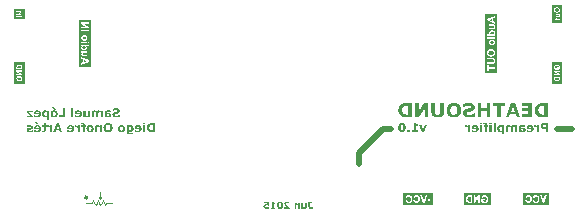
<source format=gbo>
%FSLAX25Y25*%
%MOIN*%
G70*
G01*
G75*
G04 Layer_Color=32896*
%ADD10R,0.04528X0.05315*%
%ADD11R,0.05315X0.04528*%
%ADD12O,0.05709X0.02362*%
%ADD13R,0.04528X0.05512*%
%ADD14R,0.04921X0.07087*%
%ADD15R,0.05512X0.04528*%
%ADD16C,0.03000*%
%ADD17C,0.01500*%
%ADD18R,0.15748X0.15748*%
%ADD19O,0.07874X0.11811*%
%ADD20O,0.09843X0.05906*%
%ADD21O,0.05906X0.09843*%
%ADD22O,0.11811X0.07874*%
%ADD23C,0.04000*%
%ADD24C,0.00984*%
%ADD25C,0.01969*%
%ADD26C,0.02362*%
%ADD27C,0.01000*%
%ADD28C,0.00394*%
%ADD29C,0.00787*%
%ADD30R,0.05328X0.06115*%
%ADD31R,0.06115X0.05328*%
%ADD32O,0.06509X0.03162*%
%ADD33R,0.05328X0.06312*%
%ADD34R,0.05721X0.07887*%
%ADD35R,0.06312X0.05328*%
%ADD36R,0.16548X0.16548*%
%ADD37O,0.08674X0.12611*%
%ADD38O,0.10642X0.06706*%
%ADD39O,0.06706X0.10642*%
%ADD40O,0.12611X0.08674*%
%ADD41C,0.04800*%
G36*
X31366Y34751D02*
X31438Y34741D01*
X31501Y34732D01*
X31554Y34717D01*
X31602Y34698D01*
X31635Y34688D01*
X31655Y34679D01*
X31664Y34674D01*
X31726Y34640D01*
X31789Y34607D01*
X31846Y34568D01*
X31904Y34530D01*
X31947Y34496D01*
X31981Y34472D01*
X32005Y34453D01*
X32014Y34448D01*
Y34698D01*
X32725D01*
Y32480D01*
X32014D01*
Y34045D01*
X31957Y34079D01*
X31899Y34108D01*
X31875Y34122D01*
X31856Y34127D01*
X31846Y34136D01*
X31842D01*
X31765Y34160D01*
X31702Y34175D01*
X31674Y34179D01*
X31587D01*
X31549Y34175D01*
X31515Y34170D01*
X31486Y34165D01*
X31462Y34155D01*
X31448Y34151D01*
X31438Y34146D01*
X31434D01*
X31386Y34117D01*
X31352Y34079D01*
X31328Y34050D01*
X31323Y34045D01*
Y34040D01*
X31304Y33983D01*
X31290Y33920D01*
X31285Y33891D01*
X31280Y33872D01*
Y33858D01*
Y33853D01*
X31275Y33767D01*
X31270Y33719D01*
Y33676D01*
Y33642D01*
Y33613D01*
Y33589D01*
Y33584D01*
Y32480D01*
X30560D01*
Y34045D01*
X30478Y34093D01*
X30440Y34108D01*
X30411Y34122D01*
X30387Y34132D01*
X30368Y34141D01*
X30358Y34146D01*
X30354D01*
X30291Y34165D01*
X30234Y34175D01*
X30214Y34179D01*
X30133D01*
X30090Y34175D01*
X30056Y34170D01*
X30027Y34165D01*
X30003Y34155D01*
X29989Y34151D01*
X29979Y34146D01*
X29974D01*
X29926Y34117D01*
X29893Y34079D01*
X29874Y34050D01*
X29869Y34045D01*
Y34040D01*
X29845Y33983D01*
X29831Y33920D01*
Y33896D01*
X29826Y33877D01*
Y33863D01*
Y33858D01*
X29821Y33815D01*
Y33767D01*
X29816Y33724D01*
Y33680D01*
Y33642D01*
Y33613D01*
Y33594D01*
Y33584D01*
Y32480D01*
X29106D01*
Y33920D01*
X29115Y34064D01*
X29134Y34189D01*
X29163Y34295D01*
X29197Y34381D01*
X29216Y34420D01*
X29235Y34448D01*
X29250Y34477D01*
X29264Y34501D01*
X29274Y34516D01*
X29283Y34530D01*
X29293Y34539D01*
X29331Y34578D01*
X29370Y34611D01*
X29456Y34664D01*
X29547Y34703D01*
X29638Y34727D01*
X29715Y34746D01*
X29749Y34751D01*
X29783D01*
X29807Y34756D01*
X29840D01*
X29912Y34751D01*
X29984Y34741D01*
X30046Y34722D01*
X30109Y34703D01*
X30162Y34683D01*
X30200Y34664D01*
X30224Y34655D01*
X30234Y34650D01*
X30310Y34607D01*
X30382Y34563D01*
X30454Y34516D01*
X30517Y34472D01*
X30570Y34429D01*
X30608Y34396D01*
X30637Y34376D01*
X30642Y34367D01*
X30646D01*
X30685Y34434D01*
X30728Y34492D01*
X30771Y34544D01*
X30814Y34583D01*
X30853Y34616D01*
X30882Y34635D01*
X30901Y34650D01*
X30910Y34655D01*
X30973Y34688D01*
X31040Y34712D01*
X31107Y34732D01*
X31165Y34741D01*
X31218Y34751D01*
X31256Y34756D01*
X31295D01*
X31366Y34751D01*
D02*
G37*
G36*
X34712Y34760D02*
X34798Y34751D01*
X34875Y34746D01*
X34938Y34736D01*
X34990Y34727D01*
X35010D01*
X35024Y34722D01*
X35034D01*
X35120Y34707D01*
X35197Y34693D01*
X35259Y34683D01*
X35307Y34674D01*
X35346Y34664D01*
X35375Y34659D01*
X35389Y34655D01*
X35394D01*
Y34127D01*
X35331D01*
X35293Y34141D01*
X35250Y34155D01*
X35158Y34189D01*
X35115Y34203D01*
X35082Y34213D01*
X35058Y34218D01*
X35048Y34223D01*
X34976Y34242D01*
X34904Y34261D01*
X34842Y34271D01*
X34784Y34275D01*
X34741Y34280D01*
X34702Y34285D01*
X34674D01*
X34573Y34280D01*
X34482Y34275D01*
X34405Y34261D01*
X34343Y34247D01*
X34295Y34232D01*
X34261Y34223D01*
X34237Y34213D01*
X34232Y34208D01*
X34184Y34175D01*
X34146Y34136D01*
X34122Y34093D01*
X34102Y34050D01*
X34093Y34012D01*
X34083Y33978D01*
Y33959D01*
Y33949D01*
Y33939D01*
X34198Y33930D01*
X34309Y33920D01*
X34410Y33911D01*
X34501Y33906D01*
X34578Y33896D01*
X34611Y33891D01*
X34635Y33887D01*
X34659D01*
X34674Y33882D01*
X34688D01*
X34794Y33867D01*
X34885Y33848D01*
X34966Y33824D01*
X35039Y33805D01*
X35096Y33786D01*
X35139Y33771D01*
X35163Y33762D01*
X35173Y33757D01*
X35240Y33719D01*
X35302Y33680D01*
X35355Y33642D01*
X35399Y33599D01*
X35437Y33565D01*
X35461Y33536D01*
X35475Y33517D01*
X35480Y33512D01*
X35514Y33450D01*
X35543Y33388D01*
X35562Y33320D01*
X35571Y33258D01*
X35581Y33200D01*
X35586Y33157D01*
Y33123D01*
Y33119D01*
Y33114D01*
X35581Y33056D01*
X35576Y33004D01*
X35552Y32908D01*
X35519Y32821D01*
X35480Y32749D01*
X35442Y32691D01*
X35408Y32648D01*
X35384Y32624D01*
X35375Y32620D01*
Y32615D01*
X35293Y32552D01*
X35202Y32504D01*
X35115Y32471D01*
X35029Y32447D01*
X34957Y32432D01*
X34928Y32427D01*
X34899D01*
X34875Y32423D01*
X34846D01*
X34755Y32427D01*
X34712Y32432D01*
X34678Y32437D01*
X34650D01*
X34626Y32442D01*
X34611Y32447D01*
X34607D01*
X34525Y32466D01*
X34486Y32476D01*
X34453Y32485D01*
X34424Y32495D01*
X34405Y32504D01*
X34390Y32509D01*
X34386D01*
X34328Y32543D01*
X34280Y32572D01*
X34256Y32586D01*
X34242Y32596D01*
X34232Y32605D01*
X34227D01*
X34170Y32648D01*
X34122Y32682D01*
X34093Y32701D01*
X34088Y32711D01*
X34083D01*
Y32480D01*
X33378D01*
Y33988D01*
X33382Y34060D01*
X33387Y34127D01*
X33402Y34194D01*
X33421Y34251D01*
X33440Y34304D01*
X33464Y34352D01*
X33488Y34396D01*
X33512Y34434D01*
X33565Y34496D01*
X33608Y34544D01*
X33627Y34559D01*
X33642Y34568D01*
X33646Y34578D01*
X33651D01*
X33704Y34611D01*
X33766Y34640D01*
X33834Y34664D01*
X33901Y34688D01*
X34045Y34722D01*
X34189Y34741D01*
X34256Y34751D01*
X34319Y34756D01*
X34376Y34760D01*
X34424D01*
X34467Y34765D01*
X34621D01*
X34712Y34760D01*
D02*
G37*
G36*
X28467Y33248D02*
X28458Y33104D01*
X28438Y32975D01*
X28419Y32922D01*
X28405Y32869D01*
X28386Y32821D01*
X28366Y32783D01*
X28352Y32744D01*
X28333Y32711D01*
X28314Y32687D01*
X28299Y32663D01*
X28290Y32648D01*
X28280Y32634D01*
X28270Y32629D01*
Y32624D01*
X28232Y32586D01*
X28189Y32557D01*
X28098Y32504D01*
X28007Y32466D01*
X27915Y32442D01*
X27829Y32423D01*
X27795Y32418D01*
X27766D01*
X27738Y32413D01*
X27704D01*
X27622Y32418D01*
X27546Y32427D01*
X27483Y32437D01*
X27426Y32452D01*
X27378Y32466D01*
X27344Y32480D01*
X27325Y32485D01*
X27315Y32490D01*
X27253Y32524D01*
X27190Y32557D01*
X27128Y32596D01*
X27070Y32634D01*
X27022Y32663D01*
X26984Y32691D01*
X26960Y32711D01*
X26950Y32715D01*
Y32480D01*
X26240D01*
Y34698D01*
X26950D01*
Y33119D01*
X27027Y33075D01*
X27066Y33061D01*
X27099Y33047D01*
X27128Y33037D01*
X27147Y33027D01*
X27162Y33023D01*
X27166D01*
X27243Y33004D01*
X27277Y32999D01*
X27310Y32994D01*
X27334Y32989D01*
X27416D01*
X27459Y32994D01*
X27498Y32999D01*
X27526Y33008D01*
X27551Y33013D01*
X27570Y33018D01*
X27579Y33023D01*
X27584D01*
X27632Y33051D01*
X27670Y33090D01*
X27690Y33119D01*
X27699Y33123D01*
Y33128D01*
X27723Y33186D01*
X27738Y33248D01*
X27742Y33272D01*
X27747Y33292D01*
Y33306D01*
Y33311D01*
X27752Y33354D01*
Y33402D01*
Y33450D01*
X27757Y33498D01*
Y33536D01*
Y33565D01*
Y33584D01*
Y33594D01*
Y34698D01*
X28467D01*
Y33248D01*
D02*
G37*
G36*
X16976Y35010D02*
X16491D01*
X15795Y35744D01*
Y35787D01*
X16491D01*
X16976Y35010D01*
D02*
G37*
G36*
X39042Y29839D02*
X39138Y29829D01*
X39234Y29815D01*
X39320Y29796D01*
X39402Y29772D01*
X39474Y29743D01*
X39541Y29714D01*
X39599Y29686D01*
X39656Y29657D01*
X39699Y29628D01*
X39742Y29599D01*
X39776Y29575D01*
X39800Y29556D01*
X39819Y29542D01*
X39829Y29532D01*
X39834Y29527D01*
X39891Y29465D01*
X39939Y29402D01*
X39983Y29330D01*
X40016Y29258D01*
X40050Y29186D01*
X40074Y29119D01*
X40112Y28980D01*
X40122Y28913D01*
X40131Y28855D01*
X40141Y28802D01*
X40146Y28754D01*
X40150Y28716D01*
Y28687D01*
Y28668D01*
Y28663D01*
X40146Y28562D01*
X40136Y28471D01*
X40122Y28385D01*
X40102Y28298D01*
X40078Y28221D01*
X40050Y28154D01*
X40021Y28087D01*
X39992Y28030D01*
X39963Y27977D01*
X39934Y27933D01*
X39906Y27895D01*
X39882Y27861D01*
X39862Y27837D01*
X39848Y27818D01*
X39838Y27809D01*
X39834Y27804D01*
X39771Y27751D01*
X39704Y27703D01*
X39632Y27660D01*
X39560Y27621D01*
X39483Y27593D01*
X39411Y27569D01*
X39267Y27530D01*
X39200Y27516D01*
X39138Y27506D01*
X39080Y27501D01*
X39032Y27497D01*
X38994Y27492D01*
X38936D01*
X38831Y27497D01*
X38734Y27506D01*
X38638Y27521D01*
X38552Y27540D01*
X38475Y27564D01*
X38399Y27593D01*
X38331Y27617D01*
X38274Y27650D01*
X38221Y27679D01*
X38173Y27703D01*
X38134Y27732D01*
X38101Y27756D01*
X38077Y27775D01*
X38058Y27790D01*
X38048Y27799D01*
X38043Y27804D01*
X37986Y27866D01*
X37938Y27933D01*
X37894Y28001D01*
X37856Y28073D01*
X37827Y28145D01*
X37799Y28217D01*
X37760Y28351D01*
X37751Y28418D01*
X37741Y28476D01*
X37731Y28529D01*
X37726Y28572D01*
X37722Y28610D01*
Y28639D01*
Y28658D01*
Y28663D01*
X37726Y28764D01*
X37736Y28855D01*
X37751Y28946D01*
X37770Y29028D01*
X37799Y29105D01*
X37822Y29177D01*
X37851Y29244D01*
X37880Y29302D01*
X37914Y29354D01*
X37942Y29397D01*
X37966Y29436D01*
X37990Y29469D01*
X38014Y29493D01*
X38029Y29513D01*
X38039Y29522D01*
X38043Y29527D01*
X38106Y29585D01*
X38173Y29633D01*
X38245Y29676D01*
X38317Y29710D01*
X38389Y29743D01*
X38466Y29767D01*
X38610Y29805D01*
X38677Y29820D01*
X38739Y29829D01*
X38792Y29834D01*
X38840Y29839D01*
X38878Y29844D01*
X38936D01*
X39042Y29839D01*
D02*
G37*
G36*
X28568D02*
X28664Y29829D01*
X28760Y29815D01*
X28846Y29796D01*
X28928Y29772D01*
X29000Y29743D01*
X29067Y29714D01*
X29125Y29686D01*
X29182Y29657D01*
X29226Y29628D01*
X29269Y29599D01*
X29302Y29575D01*
X29326Y29556D01*
X29346Y29542D01*
X29355Y29532D01*
X29360Y29527D01*
X29418Y29465D01*
X29466Y29402D01*
X29509Y29330D01*
X29542Y29258D01*
X29576Y29186D01*
X29600Y29119D01*
X29638Y28980D01*
X29648Y28913D01*
X29658Y28855D01*
X29667Y28802D01*
X29672Y28754D01*
X29677Y28716D01*
Y28687D01*
Y28668D01*
Y28663D01*
X29672Y28562D01*
X29662Y28471D01*
X29648Y28385D01*
X29629Y28298D01*
X29605Y28221D01*
X29576Y28154D01*
X29547Y28087D01*
X29518Y28030D01*
X29490Y27977D01*
X29461Y27933D01*
X29432Y27895D01*
X29408Y27861D01*
X29389Y27837D01*
X29375Y27818D01*
X29365Y27809D01*
X29360Y27804D01*
X29298Y27751D01*
X29230Y27703D01*
X29158Y27660D01*
X29087Y27621D01*
X29010Y27593D01*
X28938Y27569D01*
X28794Y27530D01*
X28726Y27516D01*
X28664Y27506D01*
X28607Y27501D01*
X28558Y27497D01*
X28520Y27492D01*
X28462D01*
X28357Y27497D01*
X28261Y27506D01*
X28165Y27521D01*
X28078Y27540D01*
X28002Y27564D01*
X27925Y27593D01*
X27858Y27617D01*
X27800Y27650D01*
X27747Y27679D01*
X27699Y27703D01*
X27661Y27732D01*
X27627Y27756D01*
X27603Y27775D01*
X27584Y27790D01*
X27575Y27799D01*
X27570Y27804D01*
X27512Y27866D01*
X27464Y27933D01*
X27421Y28001D01*
X27382Y28073D01*
X27354Y28145D01*
X27325Y28217D01*
X27286Y28351D01*
X27277Y28418D01*
X27267Y28476D01*
X27258Y28529D01*
X27253Y28572D01*
X27248Y28610D01*
Y28639D01*
Y28658D01*
Y28663D01*
X27253Y28764D01*
X27262Y28855D01*
X27277Y28946D01*
X27296Y29028D01*
X27325Y29105D01*
X27349Y29177D01*
X27378Y29244D01*
X27406Y29302D01*
X27440Y29354D01*
X27469Y29397D01*
X27493Y29436D01*
X27517Y29469D01*
X27541Y29493D01*
X27555Y29513D01*
X27565Y29522D01*
X27570Y29527D01*
X27632Y29585D01*
X27699Y29633D01*
X27771Y29676D01*
X27843Y29710D01*
X27915Y29743D01*
X27992Y29767D01*
X28136Y29805D01*
X28203Y29820D01*
X28266Y29829D01*
X28319Y29834D01*
X28366Y29839D01*
X28405Y29844D01*
X28462D01*
X28568Y29839D01*
D02*
G37*
G36*
X8470Y29825D02*
X8557Y29815D01*
X8634Y29801D01*
X8710Y29786D01*
X8778Y29767D01*
X8840Y29748D01*
X8898Y29729D01*
X8946Y29705D01*
X8989Y29686D01*
X9027Y29666D01*
X9056Y29652D01*
X9080Y29638D01*
X9099Y29628D01*
X9109Y29623D01*
X9114Y29618D01*
X9166Y29580D01*
X9214Y29537D01*
X9253Y29489D01*
X9286Y29445D01*
X9315Y29402D01*
X9344Y29359D01*
X9378Y29273D01*
X9402Y29201D01*
X9406Y29167D01*
X9411Y29138D01*
X9416Y29119D01*
Y29100D01*
Y29090D01*
Y29085D01*
X9411Y28994D01*
X9392Y28918D01*
X9368Y28846D01*
X9344Y28783D01*
X9315Y28735D01*
X9296Y28697D01*
X9277Y28677D01*
X9272Y28668D01*
X9210Y28610D01*
X9138Y28562D01*
X9066Y28519D01*
X8989Y28486D01*
X8926Y28457D01*
X8869Y28438D01*
X8850Y28433D01*
X8835Y28428D01*
X8826Y28423D01*
X8821D01*
X8734Y28404D01*
X8696Y28394D01*
X8658Y28385D01*
X8624Y28380D01*
X8600Y28375D01*
X8581Y28370D01*
X8576D01*
X8528Y28365D01*
X8485Y28356D01*
X8446Y28351D01*
X8418Y28346D01*
X8394Y28341D01*
X8375D01*
X8365Y28337D01*
X8360D01*
X8303Y28322D01*
X8254Y28313D01*
X8216Y28298D01*
X8183Y28289D01*
X8163Y28279D01*
X8144Y28269D01*
X8139Y28265D01*
X8134D01*
X8115Y28250D01*
X8096Y28231D01*
X8082Y28193D01*
X8072Y28164D01*
Y28154D01*
Y28150D01*
X8077Y28116D01*
X8087Y28087D01*
X8106Y28068D01*
X8125Y28044D01*
X8144Y28030D01*
X8163Y28020D01*
X8173Y28010D01*
X8178D01*
X8221Y27996D01*
X8269Y27986D01*
X8370Y27972D01*
X8413D01*
X8451Y27967D01*
X8542D01*
X8600Y27972D01*
X8653Y27977D01*
X8696Y27981D01*
X8734Y27986D01*
X8763Y27991D01*
X8783Y27996D01*
X8787D01*
X8883Y28025D01*
X8926Y28034D01*
X8965Y28049D01*
X8998Y28058D01*
X9023Y28068D01*
X9037Y28078D01*
X9042D01*
X9085Y28097D01*
X9123Y28111D01*
X9157Y28126D01*
X9186Y28140D01*
X9210Y28154D01*
X9224Y28159D01*
X9234Y28169D01*
X9239D01*
X9286Y28202D01*
X9330Y28231D01*
X9354Y28250D01*
X9358Y28255D01*
X9426D01*
Y27670D01*
X9368Y27645D01*
X9306Y27621D01*
X9239Y27602D01*
X9181Y27583D01*
X9123Y27569D01*
X9080Y27559D01*
X9051Y27554D01*
X9047Y27549D01*
X9042D01*
X8950Y27530D01*
X8854Y27516D01*
X8763Y27506D01*
X8682Y27501D01*
X8610Y27497D01*
X8581Y27492D01*
X8504D01*
X8408Y27497D01*
X8312Y27501D01*
X8226Y27511D01*
X8144Y27525D01*
X8072Y27540D01*
X8000Y27559D01*
X7938Y27578D01*
X7880Y27597D01*
X7827Y27617D01*
X7784Y27631D01*
X7746Y27650D01*
X7717Y27665D01*
X7693Y27679D01*
X7674Y27689D01*
X7664Y27698D01*
X7659D01*
X7606Y27742D01*
X7559Y27785D01*
X7515Y27828D01*
X7477Y27876D01*
X7448Y27919D01*
X7424Y27967D01*
X7386Y28058D01*
X7362Y28135D01*
X7357Y28169D01*
X7352Y28198D01*
X7347Y28221D01*
Y28241D01*
Y28250D01*
Y28255D01*
X7352Y28341D01*
X7367Y28414D01*
X7390Y28481D01*
X7414Y28538D01*
X7443Y28582D01*
X7462Y28615D01*
X7482Y28639D01*
X7486Y28644D01*
X7544Y28701D01*
X7606Y28749D01*
X7674Y28788D01*
X7741Y28822D01*
X7803Y28846D01*
X7851Y28865D01*
X7870Y28870D01*
X7885Y28874D01*
X7895Y28879D01*
X7899D01*
X7995Y28898D01*
X8038Y28908D01*
X8077Y28913D01*
X8106Y28918D01*
X8130Y28922D01*
X8149Y28927D01*
X8154D01*
X8245Y28946D01*
X8283Y28951D01*
X8317Y28956D01*
X8346Y28965D01*
X8370D01*
X8384Y28970D01*
X8389D01*
X8456Y28985D01*
X8509Y28999D01*
X8552Y29013D01*
X8586Y29028D01*
X8610Y29037D01*
X8629Y29047D01*
X8634Y29052D01*
X8638D01*
X8658Y29071D01*
X8667Y29090D01*
X8687Y29129D01*
Y29148D01*
X8691Y29162D01*
Y29172D01*
Y29177D01*
X8687Y29206D01*
X8672Y29234D01*
X8653Y29258D01*
X8634Y29278D01*
X8614Y29292D01*
X8595Y29302D01*
X8581Y29311D01*
X8576D01*
X8528Y29326D01*
X8480Y29340D01*
X8432Y29349D01*
X8384Y29354D01*
X8346Y29359D01*
X8283D01*
X8206Y29354D01*
X8134Y29349D01*
X8062Y29335D01*
X8000Y29326D01*
X7952Y29311D01*
X7909Y29297D01*
X7885Y29292D01*
X7875Y29287D01*
X7798Y29258D01*
X7731Y29234D01*
X7669Y29201D01*
X7616Y29177D01*
X7573Y29153D01*
X7539Y29133D01*
X7515Y29119D01*
X7510Y29114D01*
X7448D01*
Y29676D01*
X7501Y29695D01*
X7559Y29714D01*
X7621Y29733D01*
X7678Y29748D01*
X7726Y29762D01*
X7770Y29772D01*
X7798Y29781D01*
X7808D01*
X7895Y29801D01*
X7976Y29810D01*
X8058Y29820D01*
X8130Y29829D01*
X8192D01*
X8240Y29834D01*
X8379D01*
X8470Y29825D01*
D02*
G37*
G36*
X24579Y34760D02*
X24680Y34751D01*
X24776Y34736D01*
X24862Y34717D01*
X24949Y34688D01*
X25021Y34664D01*
X25093Y34635D01*
X25155Y34607D01*
X25208Y34573D01*
X25256Y34544D01*
X25299Y34520D01*
X25333Y34496D01*
X25362Y34472D01*
X25381Y34458D01*
X25390Y34448D01*
X25395Y34444D01*
X25453Y34381D01*
X25506Y34314D01*
X25549Y34242D01*
X25587Y34170D01*
X25621Y34098D01*
X25650Y34026D01*
X25674Y33959D01*
X25688Y33887D01*
X25702Y33824D01*
X25712Y33767D01*
X25722Y33714D01*
X25726Y33666D01*
X25731Y33628D01*
Y33599D01*
Y33579D01*
Y33575D01*
X25726Y33474D01*
X25717Y33378D01*
X25698Y33292D01*
X25678Y33205D01*
X25650Y33128D01*
X25621Y33061D01*
X25587Y32994D01*
X25554Y32941D01*
X25525Y32888D01*
X25491Y32845D01*
X25462Y32807D01*
X25434Y32778D01*
X25414Y32754D01*
X25395Y32735D01*
X25386Y32725D01*
X25381Y32720D01*
X25309Y32667D01*
X25237Y32624D01*
X25155Y32581D01*
X25069Y32548D01*
X24987Y32519D01*
X24901Y32495D01*
X24738Y32461D01*
X24661Y32447D01*
X24589Y32437D01*
X24522Y32432D01*
X24469Y32427D01*
X24421Y32423D01*
X24262D01*
X24176Y32427D01*
X24094Y32437D01*
X24027Y32447D01*
X23970Y32452D01*
X23926Y32461D01*
X23898Y32466D01*
X23888D01*
X23807Y32485D01*
X23730Y32504D01*
X23653Y32528D01*
X23581Y32552D01*
X23518Y32572D01*
X23475Y32591D01*
X23456Y32596D01*
X23442Y32600D01*
X23437Y32605D01*
X23432D01*
Y33176D01*
X23514D01*
X23562Y33143D01*
X23619Y33109D01*
X23677Y33080D01*
X23730Y33051D01*
X23778Y33027D01*
X23816Y33013D01*
X23840Y33004D01*
X23845Y32999D01*
X23850D01*
X23931Y32970D01*
X24008Y32951D01*
X24080Y32936D01*
X24147Y32927D01*
X24205Y32922D01*
X24248Y32917D01*
X24286D01*
X24411Y32922D01*
X24522Y32936D01*
X24613Y32960D01*
X24690Y32984D01*
X24747Y33008D01*
X24791Y33032D01*
X24814Y33047D01*
X24824Y33051D01*
X24886Y33109D01*
X24930Y33171D01*
X24968Y33239D01*
X24992Y33306D01*
X25006Y33364D01*
X25016Y33411D01*
Y33431D01*
X25021Y33445D01*
Y33450D01*
Y33455D01*
X23389D01*
Y33700D01*
X23394Y33795D01*
X23398Y33882D01*
X23413Y33964D01*
X23432Y34040D01*
X23451Y34108D01*
X23475Y34175D01*
X23499Y34232D01*
X23523Y34285D01*
X23552Y34333D01*
X23576Y34372D01*
X23600Y34410D01*
X23619Y34434D01*
X23639Y34458D01*
X23653Y34472D01*
X23658Y34482D01*
X23663Y34487D01*
X23715Y34535D01*
X23778Y34578D01*
X23840Y34616D01*
X23902Y34650D01*
X23970Y34674D01*
X24037Y34698D01*
X24171Y34732D01*
X24234Y34741D01*
X24291Y34751D01*
X24339Y34756D01*
X24387Y34760D01*
X24421Y34765D01*
X24474D01*
X24579Y34760D01*
D02*
G37*
G36*
X37189Y35466D02*
X37290Y35461D01*
X37386Y35447D01*
X37472Y35427D01*
X37558Y35408D01*
X37635Y35389D01*
X37707Y35365D01*
X37770Y35341D01*
X37832Y35312D01*
X37880Y35288D01*
X37923Y35269D01*
X37962Y35250D01*
X37990Y35231D01*
X38010Y35216D01*
X38024Y35212D01*
X38029Y35207D01*
X38091Y35159D01*
X38149Y35106D01*
X38197Y35048D01*
X38240Y34995D01*
X38274Y34938D01*
X38302Y34880D01*
X38326Y34828D01*
X38346Y34775D01*
X38375Y34683D01*
X38384Y34640D01*
X38389Y34607D01*
Y34578D01*
X38394Y34559D01*
Y34544D01*
Y34539D01*
X38389Y34429D01*
X38370Y34328D01*
X38346Y34242D01*
X38312Y34170D01*
X38283Y34108D01*
X38259Y34064D01*
X38240Y34036D01*
X38235Y34031D01*
Y34026D01*
X38202Y33988D01*
X38163Y33954D01*
X38082Y33887D01*
X37995Y33834D01*
X37904Y33786D01*
X37822Y33748D01*
X37789Y33733D01*
X37760Y33724D01*
X37731Y33714D01*
X37712Y33704D01*
X37702Y33700D01*
X37698D01*
X37578Y33666D01*
X37520Y33652D01*
X37467Y33637D01*
X37424Y33628D01*
X37386Y33618D01*
X37366Y33613D01*
X37357D01*
X37290Y33599D01*
X37222Y33589D01*
X37160Y33575D01*
X37107Y33565D01*
X37064Y33555D01*
X37031Y33546D01*
X37011Y33541D01*
X37002D01*
X36949Y33527D01*
X36901Y33507D01*
X36858Y33488D01*
X36824Y33474D01*
X36800Y33455D01*
X36781Y33445D01*
X36771Y33435D01*
X36766Y33431D01*
X36738Y33407D01*
X36718Y33378D01*
X36699Y33349D01*
X36690Y33325D01*
X36685Y33301D01*
X36680Y33282D01*
Y33272D01*
Y33268D01*
Y33229D01*
X36690Y33200D01*
X36699Y33171D01*
X36709Y33147D01*
X36718Y33133D01*
X36728Y33119D01*
X36733Y33114D01*
X36738Y33109D01*
X36786Y33071D01*
X36829Y33042D01*
X36853Y33032D01*
X36867Y33023D01*
X36877Y33018D01*
X36882D01*
X36939Y32999D01*
X37002Y32989D01*
X37031Y32984D01*
X37050Y32980D01*
X37069D01*
X37141Y32975D01*
X37174D01*
X37198Y32970D01*
X37246D01*
X37347Y32975D01*
X37448Y32984D01*
X37544Y32999D01*
X37626Y33018D01*
X37702Y33037D01*
X37731Y33042D01*
X37760Y33051D01*
X37779Y33056D01*
X37794Y33061D01*
X37803Y33066D01*
X37808D01*
X37914Y33109D01*
X38010Y33152D01*
X38101Y33205D01*
X38178Y33248D01*
X38240Y33292D01*
X38288Y33325D01*
X38307Y33340D01*
X38322Y33349D01*
X38326Y33359D01*
X38413D01*
Y32653D01*
X38235Y32586D01*
X38149Y32557D01*
X38072Y32533D01*
X38005Y32514D01*
X37952Y32500D01*
X37933Y32495D01*
X37918D01*
X37914Y32490D01*
X37909D01*
X37803Y32471D01*
X37693Y32456D01*
X37587Y32442D01*
X37486Y32437D01*
X37400Y32432D01*
X37362Y32427D01*
X37270D01*
X37155Y32432D01*
X37045Y32437D01*
X36944Y32452D01*
X36848Y32471D01*
X36762Y32490D01*
X36680Y32514D01*
X36603Y32538D01*
X36536Y32562D01*
X36474Y32586D01*
X36421Y32610D01*
X36378Y32634D01*
X36339Y32653D01*
X36310Y32672D01*
X36291Y32687D01*
X36277Y32691D01*
X36272Y32696D01*
X36205Y32749D01*
X36152Y32807D01*
X36099Y32864D01*
X36056Y32922D01*
X36022Y32980D01*
X35994Y33042D01*
X35970Y33095D01*
X35950Y33152D01*
X35931Y33205D01*
X35922Y33253D01*
X35912Y33292D01*
X35907Y33330D01*
X35902Y33359D01*
Y33383D01*
Y33397D01*
Y33402D01*
X35907Y33512D01*
X35926Y33608D01*
X35955Y33690D01*
X35984Y33762D01*
X36013Y33815D01*
X36042Y33858D01*
X36061Y33882D01*
X36066Y33891D01*
X36133Y33959D01*
X36210Y34021D01*
X36291Y34074D01*
X36373Y34117D01*
X36450Y34151D01*
X36478Y34160D01*
X36507Y34175D01*
X36531Y34184D01*
X36551Y34189D01*
X36560Y34194D01*
X36565D01*
X36627Y34213D01*
X36685Y34232D01*
X36738Y34247D01*
X36786Y34261D01*
X36824Y34271D01*
X36858Y34275D01*
X36877Y34280D01*
X36882D01*
X36992Y34304D01*
X37045Y34319D01*
X37093Y34328D01*
X37136Y34333D01*
X37165Y34343D01*
X37184Y34348D01*
X37194D01*
X37280Y34367D01*
X37352Y34386D01*
X37410Y34405D01*
X37453Y34424D01*
X37491Y34439D01*
X37510Y34453D01*
X37525Y34458D01*
X37530Y34463D01*
X37558Y34487D01*
X37578Y34516D01*
X37597Y34544D01*
X37606Y34573D01*
X37611Y34602D01*
X37616Y34621D01*
Y34635D01*
Y34640D01*
X37611Y34669D01*
X37606Y34693D01*
X37587Y34736D01*
X37573Y34765D01*
X37563Y34770D01*
Y34775D01*
X37520Y34813D01*
X37472Y34842D01*
X37458Y34852D01*
X37443Y34861D01*
X37434Y34866D01*
X37429D01*
X37366Y34890D01*
X37309Y34904D01*
X37285Y34909D01*
X37266D01*
X37256Y34914D01*
X37251D01*
X37179Y34923D01*
X37122Y34928D01*
X37064D01*
X36963Y34923D01*
X36867Y34914D01*
X36781Y34900D01*
X36699Y34880D01*
X36632Y34861D01*
X36579Y34847D01*
X36560Y34842D01*
X36546Y34837D01*
X36541Y34832D01*
X36536D01*
X36445Y34794D01*
X36358Y34756D01*
X36282Y34717D01*
X36219Y34679D01*
X36171Y34645D01*
X36133Y34621D01*
X36109Y34602D01*
X36099Y34597D01*
X36018D01*
Y35269D01*
X36099Y35298D01*
X36186Y35327D01*
X36267Y35351D01*
X36344Y35375D01*
X36411Y35389D01*
X36464Y35403D01*
X36483Y35408D01*
X36498D01*
X36507Y35413D01*
X36512D01*
X36618Y35432D01*
X36718Y35447D01*
X36819Y35456D01*
X36906Y35466D01*
X36978D01*
X37007Y35471D01*
X37083D01*
X37189Y35466D01*
D02*
G37*
G36*
X16597Y34760D02*
X16693Y34751D01*
X16789Y34736D01*
X16875Y34717D01*
X16957Y34693D01*
X17029Y34664D01*
X17096Y34635D01*
X17154Y34607D01*
X17211Y34578D01*
X17254Y34549D01*
X17298Y34520D01*
X17331Y34496D01*
X17355Y34477D01*
X17374Y34463D01*
X17384Y34453D01*
X17389Y34448D01*
X17446Y34386D01*
X17494Y34323D01*
X17538Y34251D01*
X17571Y34179D01*
X17605Y34108D01*
X17629Y34040D01*
X17667Y33901D01*
X17677Y33834D01*
X17686Y33776D01*
X17696Y33724D01*
X17701Y33676D01*
X17706Y33637D01*
Y33608D01*
Y33589D01*
Y33584D01*
X17701Y33483D01*
X17691Y33392D01*
X17677Y33306D01*
X17658Y33220D01*
X17634Y33143D01*
X17605Y33075D01*
X17576Y33008D01*
X17547Y32951D01*
X17518Y32898D01*
X17490Y32855D01*
X17461Y32816D01*
X17437Y32783D01*
X17418Y32759D01*
X17403Y32739D01*
X17394Y32730D01*
X17389Y32725D01*
X17326Y32672D01*
X17259Y32624D01*
X17187Y32581D01*
X17115Y32543D01*
X17039Y32514D01*
X16966Y32490D01*
X16823Y32452D01*
X16755Y32437D01*
X16693Y32427D01*
X16635Y32423D01*
X16587Y32418D01*
X16549Y32413D01*
X16491D01*
X16386Y32418D01*
X16290Y32427D01*
X16194Y32442D01*
X16107Y32461D01*
X16030Y32485D01*
X15954Y32514D01*
X15886Y32538D01*
X15829Y32572D01*
X15776Y32600D01*
X15728Y32624D01*
X15690Y32653D01*
X15656Y32677D01*
X15632Y32696D01*
X15613Y32711D01*
X15603Y32720D01*
X15598Y32725D01*
X15541Y32787D01*
X15493Y32855D01*
X15450Y32922D01*
X15411Y32994D01*
X15382Y33066D01*
X15354Y33138D01*
X15315Y33272D01*
X15306Y33340D01*
X15296Y33397D01*
X15286Y33450D01*
X15282Y33493D01*
X15277Y33531D01*
Y33560D01*
Y33579D01*
Y33584D01*
X15282Y33685D01*
X15291Y33776D01*
X15306Y33867D01*
X15325Y33949D01*
X15354Y34026D01*
X15378Y34098D01*
X15406Y34165D01*
X15435Y34223D01*
X15469Y34275D01*
X15498Y34319D01*
X15522Y34357D01*
X15546Y34391D01*
X15570Y34415D01*
X15584Y34434D01*
X15594Y34444D01*
X15598Y34448D01*
X15661Y34506D01*
X15728Y34554D01*
X15800Y34597D01*
X15872Y34631D01*
X15944Y34664D01*
X16021Y34688D01*
X16165Y34727D01*
X16232Y34741D01*
X16295Y34751D01*
X16347Y34756D01*
X16395Y34760D01*
X16434Y34765D01*
X16491D01*
X16597Y34760D01*
D02*
G37*
G36*
X13410Y34751D02*
X13486Y34741D01*
X13554Y34732D01*
X13611Y34717D01*
X13659Y34698D01*
X13698Y34688D01*
X13717Y34679D01*
X13726Y34674D01*
X13789Y34645D01*
X13851Y34607D01*
X13904Y34573D01*
X13957Y34539D01*
X13995Y34511D01*
X14029Y34487D01*
X14048Y34468D01*
X14058Y34463D01*
Y34698D01*
X14768D01*
Y31669D01*
X14058D01*
Y32591D01*
X13957Y32543D01*
X13914Y32519D01*
X13870Y32504D01*
X13837Y32490D01*
X13813Y32485D01*
X13794Y32476D01*
X13789D01*
X13736Y32461D01*
X13683Y32452D01*
X13626Y32447D01*
X13578Y32442D01*
X13534Y32437D01*
X13467D01*
X13390Y32442D01*
X13318Y32452D01*
X13256Y32461D01*
X13198Y32476D01*
X13150Y32490D01*
X13112Y32504D01*
X13093Y32509D01*
X13083Y32514D01*
X13016Y32548D01*
X12954Y32581D01*
X12901Y32620D01*
X12853Y32658D01*
X12810Y32691D01*
X12781Y32720D01*
X12762Y32739D01*
X12757Y32744D01*
X12709Y32802D01*
X12666Y32864D01*
X12627Y32927D01*
X12594Y32984D01*
X12570Y33037D01*
X12550Y33075D01*
X12541Y33104D01*
X12536Y33114D01*
X12507Y33200D01*
X12488Y33287D01*
X12469Y33373D01*
X12459Y33450D01*
X12454Y33517D01*
X12450Y33570D01*
Y33589D01*
Y33604D01*
Y33613D01*
Y33618D01*
X12454Y33714D01*
X12459Y33805D01*
X12469Y33891D01*
X12488Y33968D01*
X12503Y34045D01*
X12522Y34112D01*
X12546Y34175D01*
X12565Y34232D01*
X12589Y34280D01*
X12608Y34323D01*
X12632Y34362D01*
X12646Y34391D01*
X12661Y34415D01*
X12675Y34434D01*
X12680Y34444D01*
X12685Y34448D01*
X12728Y34501D01*
X12781Y34549D01*
X12829Y34592D01*
X12882Y34626D01*
X12934Y34655D01*
X12987Y34679D01*
X13093Y34717D01*
X13184Y34741D01*
X13227Y34746D01*
X13261Y34751D01*
X13290Y34756D01*
X13328D01*
X13410Y34751D01*
D02*
G37*
G36*
X9378Y34179D02*
X8269D01*
X9426Y32932D01*
Y32480D01*
X7347D01*
Y33008D01*
X8518D01*
X7371Y34247D01*
Y34698D01*
X9378D01*
Y34179D01*
D02*
G37*
G36*
X10952Y34760D02*
X11053Y34751D01*
X11149Y34736D01*
X11235Y34717D01*
X11322Y34688D01*
X11394Y34664D01*
X11466Y34635D01*
X11528Y34607D01*
X11581Y34573D01*
X11629Y34544D01*
X11672Y34520D01*
X11706Y34496D01*
X11734Y34472D01*
X11754Y34458D01*
X11763Y34448D01*
X11768Y34444D01*
X11826Y34381D01*
X11878Y34314D01*
X11922Y34242D01*
X11960Y34170D01*
X11994Y34098D01*
X12022Y34026D01*
X12047Y33959D01*
X12061Y33887D01*
X12075Y33824D01*
X12085Y33767D01*
X12094Y33714D01*
X12099Y33666D01*
X12104Y33628D01*
Y33599D01*
Y33579D01*
Y33575D01*
X12099Y33474D01*
X12090Y33378D01*
X12070Y33292D01*
X12051Y33205D01*
X12022Y33128D01*
X11994Y33061D01*
X11960Y32994D01*
X11926Y32941D01*
X11898Y32888D01*
X11864Y32845D01*
X11835Y32807D01*
X11806Y32778D01*
X11787Y32754D01*
X11768Y32735D01*
X11759Y32725D01*
X11754Y32720D01*
X11682Y32667D01*
X11610Y32624D01*
X11528Y32581D01*
X11442Y32548D01*
X11360Y32519D01*
X11274Y32495D01*
X11111Y32461D01*
X11034Y32447D01*
X10962Y32437D01*
X10894Y32432D01*
X10842Y32427D01*
X10794Y32423D01*
X10635D01*
X10549Y32427D01*
X10467Y32437D01*
X10400Y32447D01*
X10342Y32452D01*
X10299Y32461D01*
X10270Y32466D01*
X10261D01*
X10179Y32485D01*
X10103Y32504D01*
X10026Y32528D01*
X9954Y32552D01*
X9891Y32572D01*
X9848Y32591D01*
X9829Y32596D01*
X9814Y32600D01*
X9810Y32605D01*
X9805D01*
Y33176D01*
X9887D01*
X9934Y33143D01*
X9992Y33109D01*
X10050Y33080D01*
X10103Y33051D01*
X10150Y33027D01*
X10189Y33013D01*
X10213Y33004D01*
X10218Y32999D01*
X10222D01*
X10304Y32970D01*
X10381Y32951D01*
X10453Y32936D01*
X10520Y32927D01*
X10578Y32922D01*
X10621Y32917D01*
X10659D01*
X10784Y32922D01*
X10894Y32936D01*
X10986Y32960D01*
X11062Y32984D01*
X11120Y33008D01*
X11163Y33032D01*
X11187Y33047D01*
X11197Y33051D01*
X11259Y33109D01*
X11303Y33171D01*
X11341Y33239D01*
X11365Y33306D01*
X11379Y33364D01*
X11389Y33411D01*
Y33431D01*
X11394Y33445D01*
Y33450D01*
Y33455D01*
X9762D01*
Y33700D01*
X9766Y33795D01*
X9771Y33882D01*
X9786Y33964D01*
X9805Y34040D01*
X9824Y34108D01*
X9848Y34175D01*
X9872Y34232D01*
X9896Y34285D01*
X9925Y34333D01*
X9949Y34372D01*
X9973Y34410D01*
X9992Y34434D01*
X10011Y34458D01*
X10026Y34472D01*
X10030Y34482D01*
X10035Y34487D01*
X10088Y34535D01*
X10150Y34578D01*
X10213Y34616D01*
X10275Y34650D01*
X10342Y34674D01*
X10410Y34698D01*
X10544Y34732D01*
X10606Y34741D01*
X10664Y34751D01*
X10712Y34756D01*
X10760Y34760D01*
X10794Y34765D01*
X10847D01*
X10952Y34760D01*
D02*
G37*
G36*
X22885Y32480D02*
X22174D01*
Y35552D01*
X22885D01*
Y32480D01*
D02*
G37*
G36*
X20082D02*
X17960D01*
Y33047D01*
X19323D01*
Y35418D01*
X20082D01*
Y32480D01*
D02*
G37*
G36*
X34582Y30554D02*
X34702Y30540D01*
X34818Y30521D01*
X34928Y30497D01*
X35024Y30463D01*
X35115Y30430D01*
X35202Y30391D01*
X35274Y30353D01*
X35341Y30314D01*
X35403Y30276D01*
X35451Y30242D01*
X35495Y30209D01*
X35523Y30185D01*
X35547Y30165D01*
X35562Y30151D01*
X35566Y30146D01*
X35638Y30065D01*
X35696Y29978D01*
X35749Y29892D01*
X35797Y29796D01*
X35835Y29705D01*
X35869Y29609D01*
X35893Y29517D01*
X35917Y29431D01*
X35931Y29345D01*
X35946Y29268D01*
X35950Y29201D01*
X35960Y29143D01*
Y29090D01*
X35965Y29057D01*
Y29033D01*
Y29023D01*
X35960Y28894D01*
X35946Y28773D01*
X35926Y28658D01*
X35902Y28553D01*
X35874Y28457D01*
X35840Y28361D01*
X35802Y28279D01*
X35763Y28202D01*
X35730Y28135D01*
X35691Y28078D01*
X35658Y28025D01*
X35629Y27986D01*
X35605Y27953D01*
X35586Y27929D01*
X35571Y27914D01*
X35566Y27909D01*
X35490Y27837D01*
X35403Y27775D01*
X35312Y27718D01*
X35221Y27670D01*
X35130Y27631D01*
X35039Y27597D01*
X34947Y27569D01*
X34856Y27549D01*
X34775Y27530D01*
X34698Y27521D01*
X34631Y27511D01*
X34568Y27501D01*
X34520D01*
X34482Y27497D01*
X34453D01*
X34323Y27501D01*
X34198Y27516D01*
X34083Y27535D01*
X33978Y27559D01*
X33877Y27593D01*
X33786Y27626D01*
X33699Y27665D01*
X33627Y27703D01*
X33560Y27742D01*
X33498Y27780D01*
X33450Y27814D01*
X33406Y27847D01*
X33378Y27871D01*
X33354Y27890D01*
X33339Y27905D01*
X33334Y27909D01*
X33263Y27991D01*
X33200Y28078D01*
X33147Y28164D01*
X33099Y28260D01*
X33061Y28351D01*
X33027Y28442D01*
X33003Y28534D01*
X32979Y28620D01*
X32965Y28701D01*
X32950Y28778D01*
X32946Y28850D01*
X32936Y28908D01*
Y28956D01*
X32931Y28994D01*
Y29013D01*
Y29023D01*
X32936Y29153D01*
X32950Y29278D01*
X32970Y29393D01*
X32994Y29498D01*
X33027Y29599D01*
X33061Y29690D01*
X33099Y29777D01*
X33133Y29853D01*
X33171Y29921D01*
X33210Y29978D01*
X33243Y30031D01*
X33277Y30070D01*
X33301Y30103D01*
X33320Y30127D01*
X33334Y30141D01*
X33339Y30146D01*
X33416Y30218D01*
X33502Y30281D01*
X33594Y30338D01*
X33685Y30386D01*
X33776Y30425D01*
X33867Y30458D01*
X33958Y30487D01*
X34045Y30506D01*
X34131Y30525D01*
X34208Y30535D01*
X34275Y30545D01*
X34338Y30554D01*
X34386D01*
X34419Y30559D01*
X34453D01*
X34582Y30554D01*
D02*
G37*
G36*
X44509Y29839D02*
X44610Y29829D01*
X44706Y29815D01*
X44792Y29796D01*
X44878Y29767D01*
X44951Y29743D01*
X45022Y29714D01*
X45085Y29686D01*
X45138Y29652D01*
X45186Y29623D01*
X45229Y29599D01*
X45263Y29575D01*
X45291Y29551D01*
X45310Y29537D01*
X45320Y29527D01*
X45325Y29522D01*
X45382Y29460D01*
X45435Y29393D01*
X45478Y29321D01*
X45517Y29249D01*
X45551Y29177D01*
X45579Y29105D01*
X45603Y29037D01*
X45618Y28965D01*
X45632Y28903D01*
X45642Y28846D01*
X45651Y28793D01*
X45656Y28745D01*
X45661Y28706D01*
Y28677D01*
Y28658D01*
Y28653D01*
X45656Y28553D01*
X45646Y28457D01*
X45627Y28370D01*
X45608Y28284D01*
X45579Y28207D01*
X45551Y28140D01*
X45517Y28073D01*
X45483Y28020D01*
X45454Y27967D01*
X45421Y27924D01*
X45392Y27885D01*
X45363Y27857D01*
X45344Y27833D01*
X45325Y27814D01*
X45315Y27804D01*
X45310Y27799D01*
X45239Y27746D01*
X45166Y27703D01*
X45085Y27660D01*
X44998Y27626D01*
X44917Y27597D01*
X44831Y27573D01*
X44667Y27540D01*
X44590Y27525D01*
X44519Y27516D01*
X44451Y27511D01*
X44398Y27506D01*
X44350Y27501D01*
X44192D01*
X44106Y27506D01*
X44024Y27516D01*
X43957Y27525D01*
X43899Y27530D01*
X43856Y27540D01*
X43827Y27545D01*
X43818D01*
X43736Y27564D01*
X43659Y27583D01*
X43582Y27607D01*
X43510Y27631D01*
X43448Y27650D01*
X43405Y27670D01*
X43386Y27674D01*
X43371Y27679D01*
X43366Y27684D01*
X43362D01*
Y28255D01*
X43443D01*
X43491Y28221D01*
X43549Y28188D01*
X43606Y28159D01*
X43659Y28130D01*
X43707Y28106D01*
X43746Y28092D01*
X43770Y28082D01*
X43775Y28078D01*
X43779D01*
X43861Y28049D01*
X43938Y28030D01*
X44010Y28015D01*
X44077Y28005D01*
X44134Y28001D01*
X44178Y27996D01*
X44216D01*
X44341Y28001D01*
X44451Y28015D01*
X44543Y28039D01*
X44619Y28063D01*
X44677Y28087D01*
X44720Y28111D01*
X44744Y28126D01*
X44754Y28130D01*
X44816Y28188D01*
X44859Y28250D01*
X44898Y28317D01*
X44922Y28385D01*
X44936Y28442D01*
X44946Y28490D01*
Y28510D01*
X44951Y28524D01*
Y28529D01*
Y28534D01*
X43319D01*
Y28778D01*
X43323Y28874D01*
X43328Y28961D01*
X43343Y29042D01*
X43362Y29119D01*
X43381Y29186D01*
X43405Y29254D01*
X43429Y29311D01*
X43453Y29364D01*
X43482Y29412D01*
X43506Y29450D01*
X43530Y29489D01*
X43549Y29513D01*
X43568Y29537D01*
X43582Y29551D01*
X43587Y29561D01*
X43592Y29566D01*
X43645Y29614D01*
X43707Y29657D01*
X43770Y29695D01*
X43832Y29729D01*
X43899Y29753D01*
X43966Y29777D01*
X44101Y29810D01*
X44163Y29820D01*
X44221Y29829D01*
X44269Y29834D01*
X44317Y29839D01*
X44350Y29844D01*
X44403D01*
X44509Y29839D01*
D02*
G37*
G36*
X22030D02*
X22131Y29829D01*
X22227Y29815D01*
X22314Y29796D01*
X22400Y29767D01*
X22472Y29743D01*
X22544Y29714D01*
X22606Y29686D01*
X22659Y29652D01*
X22707Y29623D01*
X22750Y29599D01*
X22784Y29575D01*
X22813Y29551D01*
X22832Y29537D01*
X22842Y29527D01*
X22846Y29522D01*
X22904Y29460D01*
X22957Y29393D01*
X23000Y29321D01*
X23039Y29249D01*
X23072Y29177D01*
X23101Y29105D01*
X23125Y29037D01*
X23139Y28965D01*
X23154Y28903D01*
X23163Y28846D01*
X23173Y28793D01*
X23178Y28745D01*
X23182Y28706D01*
Y28677D01*
Y28658D01*
Y28653D01*
X23178Y28553D01*
X23168Y28457D01*
X23149Y28370D01*
X23130Y28284D01*
X23101Y28207D01*
X23072Y28140D01*
X23039Y28073D01*
X23005Y28020D01*
X22976Y27967D01*
X22942Y27924D01*
X22914Y27885D01*
X22885Y27857D01*
X22866Y27833D01*
X22846Y27814D01*
X22837Y27804D01*
X22832Y27799D01*
X22760Y27746D01*
X22688Y27703D01*
X22606Y27660D01*
X22520Y27626D01*
X22438Y27597D01*
X22352Y27573D01*
X22189Y27540D01*
X22112Y27525D01*
X22040Y27516D01*
X21973Y27511D01*
X21920Y27506D01*
X21872Y27501D01*
X21714D01*
X21627Y27506D01*
X21546Y27516D01*
X21478Y27525D01*
X21421Y27530D01*
X21378Y27540D01*
X21349Y27545D01*
X21339D01*
X21258Y27564D01*
X21181Y27583D01*
X21104Y27607D01*
X21032Y27631D01*
X20970Y27650D01*
X20926Y27670D01*
X20907Y27674D01*
X20893Y27679D01*
X20888Y27684D01*
X20883D01*
Y28255D01*
X20965D01*
X21013Y28221D01*
X21070Y28188D01*
X21128Y28159D01*
X21181Y28130D01*
X21229Y28106D01*
X21267Y28092D01*
X21291Y28082D01*
X21296Y28078D01*
X21301D01*
X21383Y28049D01*
X21459Y28030D01*
X21531Y28015D01*
X21598Y28005D01*
X21656Y28001D01*
X21699Y27996D01*
X21738D01*
X21862Y28001D01*
X21973Y28015D01*
X22064Y28039D01*
X22141Y28063D01*
X22198Y28087D01*
X22242Y28111D01*
X22266Y28126D01*
X22275Y28130D01*
X22338Y28188D01*
X22381Y28250D01*
X22419Y28317D01*
X22443Y28385D01*
X22458Y28442D01*
X22467Y28490D01*
Y28510D01*
X22472Y28524D01*
Y28529D01*
Y28534D01*
X20840D01*
Y28778D01*
X20845Y28874D01*
X20850Y28961D01*
X20864Y29042D01*
X20883Y29119D01*
X20902Y29186D01*
X20926Y29254D01*
X20951Y29311D01*
X20974Y29364D01*
X21003Y29412D01*
X21027Y29450D01*
X21051Y29489D01*
X21070Y29513D01*
X21090Y29537D01*
X21104Y29551D01*
X21109Y29561D01*
X21114Y29566D01*
X21167Y29614D01*
X21229Y29657D01*
X21291Y29695D01*
X21354Y29729D01*
X21421Y29753D01*
X21488Y29777D01*
X21622Y29810D01*
X21685Y29820D01*
X21742Y29829D01*
X21790Y29834D01*
X21838Y29839D01*
X21872Y29844D01*
X21925D01*
X22030Y29839D01*
D02*
G37*
G36*
X13760Y29777D02*
X14053D01*
Y29297D01*
X13760D01*
Y28255D01*
X13755Y28183D01*
X13750Y28116D01*
X13741Y28054D01*
X13726Y27996D01*
X13712Y27943D01*
X13698Y27895D01*
X13679Y27857D01*
X13659Y27818D01*
X13621Y27761D01*
X13592Y27718D01*
X13568Y27694D01*
X13558Y27684D01*
X13520Y27655D01*
X13472Y27626D01*
X13376Y27588D01*
X13275Y27559D01*
X13174Y27535D01*
X13083Y27525D01*
X13045Y27521D01*
X13011D01*
X12982Y27516D01*
X12877D01*
X12814Y27521D01*
X12762D01*
X12714Y27525D01*
X12680Y27530D01*
X12651D01*
X12632Y27535D01*
X12627D01*
X12536Y27549D01*
X12493Y27554D01*
X12454Y27564D01*
X12426Y27569D01*
X12402Y27573D01*
X12387Y27578D01*
X12382D01*
Y28063D01*
X12445D01*
X12459Y28054D01*
X12478Y28044D01*
X12522Y28030D01*
X12541Y28025D01*
X12555Y28020D01*
X12565Y28015D01*
X12570D01*
X12632Y28005D01*
X12675Y28001D01*
X12704Y27996D01*
X12762D01*
X12800Y28001D01*
X12839Y28010D01*
X12867Y28015D01*
X12891Y28025D01*
X12906Y28030D01*
X12915Y28034D01*
X12920D01*
X12963Y28068D01*
X12997Y28106D01*
X13011Y28135D01*
X13016Y28140D01*
Y28145D01*
X13035Y28198D01*
X13045Y28245D01*
X13050Y28269D01*
Y28284D01*
Y28293D01*
Y28298D01*
Y28370D01*
Y28438D01*
Y28462D01*
Y28486D01*
Y28500D01*
Y28505D01*
Y29297D01*
X12382D01*
Y29777D01*
X13050D01*
Y30410D01*
X13760D01*
Y29777D01*
D02*
G37*
G36*
X42046Y29829D02*
X42118Y29820D01*
X42186Y29810D01*
X42243Y29796D01*
X42291Y29777D01*
X42330Y29767D01*
X42354Y29757D01*
X42363Y29753D01*
X42430Y29724D01*
X42493Y29686D01*
X42551Y29652D01*
X42594Y29618D01*
X42632Y29590D01*
X42661Y29566D01*
X42680Y29546D01*
X42685Y29542D01*
X42733Y29484D01*
X42776Y29426D01*
X42814Y29364D01*
X42843Y29311D01*
X42867Y29263D01*
X42886Y29225D01*
X42896Y29201D01*
X42901Y29191D01*
X42925Y29114D01*
X42944Y29033D01*
X42958Y28956D01*
X42968Y28884D01*
X42973Y28817D01*
X42978Y28769D01*
Y28749D01*
Y28735D01*
Y28725D01*
Y28721D01*
X42973Y28615D01*
X42968Y28519D01*
X42954Y28433D01*
X42939Y28346D01*
X42920Y28269D01*
X42901Y28202D01*
X42877Y28140D01*
X42853Y28082D01*
X42829Y28034D01*
X42805Y27991D01*
X42786Y27953D01*
X42766Y27924D01*
X42752Y27900D01*
X42738Y27885D01*
X42733Y27876D01*
X42728Y27871D01*
X42680Y27823D01*
X42622Y27780D01*
X42565Y27742D01*
X42507Y27713D01*
X42450Y27684D01*
X42387Y27660D01*
X42272Y27626D01*
X42219Y27617D01*
X42166Y27607D01*
X42123Y27602D01*
X42085Y27597D01*
X42051Y27593D01*
X42008D01*
X41936Y27597D01*
X41869Y27602D01*
X41811Y27612D01*
X41758Y27621D01*
X41715Y27631D01*
X41686Y27641D01*
X41662Y27650D01*
X41658D01*
X41600Y27674D01*
X41547Y27703D01*
X41495Y27732D01*
X41456Y27756D01*
X41418Y27780D01*
X41394Y27799D01*
X41374Y27814D01*
X41370Y27818D01*
Y27775D01*
Y27727D01*
X41374Y27679D01*
X41379Y27641D01*
X41384Y27607D01*
X41389Y27583D01*
X41394Y27559D01*
X41399Y27549D01*
Y27545D01*
X41422Y27477D01*
X41456Y27430D01*
X41470Y27410D01*
X41480Y27396D01*
X41485Y27391D01*
X41490Y27386D01*
X41519Y27362D01*
X41547Y27343D01*
X41610Y27310D01*
X41638Y27295D01*
X41662Y27290D01*
X41677Y27281D01*
X41682D01*
X41730Y27266D01*
X41783Y27257D01*
X41835Y27252D01*
X41888Y27247D01*
X41931Y27242D01*
X42003D01*
X42118Y27247D01*
X42176Y27257D01*
X42229Y27266D01*
X42272Y27271D01*
X42306Y27281D01*
X42330Y27286D01*
X42339D01*
X42406Y27300D01*
X42469Y27319D01*
X42522Y27334D01*
X42570Y27348D01*
X42603Y27358D01*
X42632Y27367D01*
X42651Y27377D01*
X42742D01*
Y26820D01*
X42680Y26805D01*
X42613Y26791D01*
X42551Y26781D01*
X42488Y26772D01*
X42435Y26762D01*
X42397Y26757D01*
X42368Y26753D01*
X42358D01*
X42272Y26743D01*
X42190Y26738D01*
X42114Y26729D01*
X42042D01*
X41984Y26724D01*
X41898D01*
X41792Y26729D01*
X41701Y26733D01*
X41614Y26743D01*
X41538Y26753D01*
X41475Y26762D01*
X41427Y26772D01*
X41399Y26781D01*
X41389D01*
X41307Y26805D01*
X41230Y26829D01*
X41163Y26863D01*
X41106Y26892D01*
X41063Y26916D01*
X41029Y26940D01*
X41005Y26954D01*
X41000Y26959D01*
X40942Y27007D01*
X40894Y27065D01*
X40851Y27117D01*
X40818Y27170D01*
X40789Y27218D01*
X40765Y27261D01*
X40755Y27286D01*
X40751Y27295D01*
X40722Y27377D01*
X40698Y27463D01*
X40683Y27554D01*
X40669Y27636D01*
X40664Y27703D01*
Y27737D01*
X40659Y27761D01*
Y27785D01*
Y27799D01*
Y27809D01*
Y27814D01*
Y29777D01*
X41350D01*
X41374Y29671D01*
X41466Y29724D01*
X41514Y29743D01*
X41552Y29762D01*
X41590Y29772D01*
X41619Y29781D01*
X41638Y29791D01*
X41643D01*
X41758Y29815D01*
X41811Y29825D01*
X41864Y29829D01*
X41907Y29834D01*
X41974D01*
X42046Y29829D01*
D02*
G37*
G36*
X181580Y3107D02*
X172751D01*
Y7289D01*
X181580D01*
Y3107D01*
D02*
G37*
G36*
X46899Y30094D02*
X46150D01*
Y30631D01*
X46899D01*
Y30094D01*
D02*
G37*
G36*
X11384Y30089D02*
X10899D01*
X10203Y30823D01*
Y30866D01*
X10899D01*
X11384Y30089D01*
D02*
G37*
G36*
X10971Y29839D02*
X11072Y29829D01*
X11168Y29815D01*
X11254Y29796D01*
X11341Y29767D01*
X11413Y29743D01*
X11485Y29714D01*
X11547Y29686D01*
X11600Y29652D01*
X11648Y29623D01*
X11691Y29599D01*
X11725Y29575D01*
X11754Y29551D01*
X11773Y29537D01*
X11783Y29527D01*
X11787Y29522D01*
X11845Y29460D01*
X11898Y29393D01*
X11941Y29321D01*
X11979Y29249D01*
X12013Y29177D01*
X12042Y29105D01*
X12066Y29037D01*
X12080Y28965D01*
X12094Y28903D01*
X12104Y28846D01*
X12114Y28793D01*
X12118Y28745D01*
X12123Y28706D01*
Y28677D01*
Y28658D01*
Y28653D01*
X12118Y28553D01*
X12109Y28457D01*
X12090Y28370D01*
X12070Y28284D01*
X12042Y28207D01*
X12013Y28140D01*
X11979Y28073D01*
X11946Y28020D01*
X11917Y27967D01*
X11883Y27924D01*
X11854Y27885D01*
X11826Y27857D01*
X11806Y27833D01*
X11787Y27814D01*
X11778Y27804D01*
X11773Y27799D01*
X11701Y27746D01*
X11629Y27703D01*
X11547Y27660D01*
X11461Y27626D01*
X11379Y27597D01*
X11293Y27573D01*
X11130Y27540D01*
X11053Y27525D01*
X10981Y27516D01*
X10914Y27511D01*
X10861Y27506D01*
X10813Y27501D01*
X10654D01*
X10568Y27506D01*
X10486Y27516D01*
X10419Y27525D01*
X10362Y27530D01*
X10318Y27540D01*
X10290Y27545D01*
X10280D01*
X10198Y27564D01*
X10122Y27583D01*
X10045Y27607D01*
X9973Y27631D01*
X9911Y27650D01*
X9867Y27670D01*
X9848Y27674D01*
X9834Y27679D01*
X9829Y27684D01*
X9824D01*
Y28255D01*
X9906D01*
X9954Y28221D01*
X10011Y28188D01*
X10069Y28159D01*
X10122Y28130D01*
X10170Y28106D01*
X10208Y28092D01*
X10232Y28082D01*
X10237Y28078D01*
X10242D01*
X10323Y28049D01*
X10400Y28030D01*
X10472Y28015D01*
X10539Y28005D01*
X10597Y28001D01*
X10640Y27996D01*
X10678D01*
X10803Y28001D01*
X10914Y28015D01*
X11005Y28039D01*
X11082Y28063D01*
X11139Y28087D01*
X11182Y28111D01*
X11206Y28126D01*
X11216Y28130D01*
X11278Y28188D01*
X11322Y28250D01*
X11360Y28317D01*
X11384Y28385D01*
X11398Y28442D01*
X11408Y28490D01*
Y28510D01*
X11413Y28524D01*
Y28529D01*
Y28534D01*
X9781D01*
Y28778D01*
X9786Y28874D01*
X9790Y28961D01*
X9805Y29042D01*
X9824Y29119D01*
X9843Y29186D01*
X9867Y29254D01*
X9891Y29311D01*
X9915Y29364D01*
X9944Y29412D01*
X9968Y29450D01*
X9992Y29489D01*
X10011Y29513D01*
X10030Y29537D01*
X10045Y29551D01*
X10050Y29561D01*
X10054Y29566D01*
X10107Y29614D01*
X10170Y29657D01*
X10232Y29695D01*
X10294Y29729D01*
X10362Y29753D01*
X10429Y29777D01*
X10563Y29810D01*
X10626Y29820D01*
X10683Y29829D01*
X10731Y29834D01*
X10779Y29839D01*
X10813Y29844D01*
X10866D01*
X10971Y29839D01*
D02*
G37*
G36*
X23648Y29777D02*
X23706Y29772D01*
X23758Y29762D01*
X23807Y29748D01*
X23850Y29733D01*
X23883Y29724D01*
X23902Y29719D01*
X23912Y29714D01*
X23979Y29686D01*
X24046Y29647D01*
X24118Y29604D01*
X24181Y29561D01*
X24238Y29517D01*
X24282Y29484D01*
X24310Y29460D01*
X24315Y29455D01*
X24320Y29450D01*
Y29777D01*
X25030D01*
Y27559D01*
X24320D01*
Y29037D01*
X24224Y29066D01*
X24181Y29081D01*
X24142Y29090D01*
X24114Y29095D01*
X24090Y29100D01*
X24075Y29105D01*
X24070D01*
X23979Y29119D01*
X23936Y29124D01*
X23893D01*
X23854Y29129D01*
X23749D01*
X23691Y29124D01*
X23667D01*
X23648Y29119D01*
X23634D01*
X23600Y29114D01*
X23566Y29109D01*
X23542D01*
X23523Y29105D01*
X23499Y29100D01*
X23490Y29095D01*
X23423D01*
Y29772D01*
X23451Y29777D01*
X23509D01*
X23542Y29781D01*
X23595D01*
X23648Y29777D01*
D02*
G37*
G36*
X19242Y27559D02*
X18478D01*
X18267Y28159D01*
X17197D01*
X16991Y27559D01*
X16198D01*
X17288Y30497D01*
X18157D01*
X19242Y27559D01*
D02*
G37*
G36*
X14432Y29777D02*
X14490Y29772D01*
X14542Y29762D01*
X14591Y29748D01*
X14634Y29733D01*
X14667Y29724D01*
X14686Y29719D01*
X14696Y29714D01*
X14763Y29686D01*
X14830Y29647D01*
X14902Y29604D01*
X14965Y29561D01*
X15022Y29517D01*
X15066Y29484D01*
X15094Y29460D01*
X15099Y29455D01*
X15104Y29450D01*
Y29777D01*
X15814D01*
Y27559D01*
X15104D01*
Y29037D01*
X15008Y29066D01*
X14965Y29081D01*
X14926Y29090D01*
X14898Y29095D01*
X14874Y29100D01*
X14859Y29105D01*
X14854D01*
X14763Y29119D01*
X14720Y29124D01*
X14677D01*
X14638Y29129D01*
X14533D01*
X14475Y29124D01*
X14451D01*
X14432Y29119D01*
X14418D01*
X14384Y29114D01*
X14351Y29109D01*
X14326D01*
X14307Y29105D01*
X14283Y29100D01*
X14274Y29095D01*
X14207D01*
Y29772D01*
X14235Y29777D01*
X14293D01*
X14326Y29781D01*
X14379D01*
X14432Y29777D01*
D02*
G37*
G36*
X25971Y30641D02*
X26039Y30631D01*
X26106Y30617D01*
X26163Y30602D01*
X26216Y30583D01*
X26264Y30569D01*
X26307Y30549D01*
X26346Y30530D01*
X26379Y30511D01*
X26408Y30492D01*
X26432Y30477D01*
X26446Y30463D01*
X26461Y30454D01*
X26466Y30449D01*
X26470Y30444D01*
X26509Y30406D01*
X26542Y30362D01*
X26595Y30261D01*
X26634Y30161D01*
X26658Y30065D01*
X26677Y29974D01*
X26682Y29935D01*
Y29901D01*
X26686Y29873D01*
Y29853D01*
Y29839D01*
Y29834D01*
Y29777D01*
X26989D01*
Y29297D01*
X26686D01*
Y27559D01*
X25976D01*
Y29297D01*
X25448D01*
Y29777D01*
X26000D01*
Y29791D01*
X25995Y29868D01*
X25990Y29926D01*
X25976Y29978D01*
X25962Y30017D01*
X25952Y30046D01*
X25938Y30065D01*
X25933Y30074D01*
X25928Y30079D01*
X25894Y30103D01*
X25851Y30122D01*
X25803Y30137D01*
X25755Y30146D01*
X25712Y30151D01*
X25678Y30156D01*
X25645D01*
X25583Y30151D01*
X25530Y30146D01*
X25510Y30141D01*
X25496D01*
X25486Y30137D01*
X25482D01*
X25429Y30122D01*
X25390Y30117D01*
X25367Y30108D01*
X25299D01*
Y30607D01*
X25376Y30621D01*
X25453Y30631D01*
X25482D01*
X25506Y30636D01*
X25530D01*
X25631Y30645D01*
X25678D01*
X25722Y30650D01*
X25894D01*
X25971Y30641D01*
D02*
G37*
G36*
X50197Y27559D02*
X49035D01*
X48915Y27569D01*
X48814Y27573D01*
X48728Y27583D01*
X48656Y27593D01*
X48622Y27597D01*
X48599D01*
X48579Y27602D01*
X48565Y27607D01*
X48555D01*
X48459Y27631D01*
X48373Y27660D01*
X48291Y27689D01*
X48219Y27718D01*
X48162Y27746D01*
X48118Y27770D01*
X48090Y27785D01*
X48080Y27790D01*
X47979Y27861D01*
X47888Y27938D01*
X47807Y28020D01*
X47739Y28102D01*
X47682Y28174D01*
X47643Y28231D01*
X47629Y28255D01*
X47619Y28269D01*
X47610Y28279D01*
Y28284D01*
X47547Y28409D01*
X47499Y28538D01*
X47466Y28663D01*
X47442Y28778D01*
X47432Y28826D01*
X47427Y28874D01*
X47422Y28918D01*
Y28956D01*
X47418Y28985D01*
Y29004D01*
Y29018D01*
Y29023D01*
X47427Y29177D01*
X47446Y29321D01*
X47475Y29445D01*
X47490Y29503D01*
X47504Y29551D01*
X47523Y29599D01*
X47538Y29642D01*
X47552Y29676D01*
X47566Y29705D01*
X47581Y29729D01*
X47586Y29748D01*
X47595Y29757D01*
Y29762D01*
X47667Y29873D01*
X47744Y29974D01*
X47821Y30060D01*
X47898Y30132D01*
X47970Y30189D01*
X48022Y30228D01*
X48046Y30242D01*
X48061Y30252D01*
X48070Y30261D01*
X48075D01*
X48147Y30300D01*
X48219Y30334D01*
X48291Y30367D01*
X48358Y30391D01*
X48421Y30410D01*
X48469Y30425D01*
X48488Y30430D01*
X48502D01*
X48507Y30434D01*
X48512D01*
X48613Y30454D01*
X48719Y30473D01*
X48824Y30482D01*
X48920Y30487D01*
X49002Y30492D01*
X49040Y30497D01*
X50197D01*
Y27559D01*
D02*
G37*
G36*
X46880D02*
X46170D01*
Y29777D01*
X46880D01*
Y27559D01*
D02*
G37*
G36*
X31011Y29829D02*
X31083Y29820D01*
X31150Y29810D01*
X31208Y29796D01*
X31256Y29777D01*
X31290Y29767D01*
X31314Y29757D01*
X31323Y29753D01*
X31390Y29719D01*
X31453Y29686D01*
X31515Y29647D01*
X31568Y29614D01*
X31616Y29580D01*
X31650Y29551D01*
X31674Y29532D01*
X31683Y29527D01*
Y29777D01*
X32394D01*
Y27559D01*
X31683D01*
Y29124D01*
X31602Y29167D01*
X31563Y29186D01*
X31530Y29201D01*
X31506Y29210D01*
X31486Y29220D01*
X31472Y29225D01*
X31467D01*
X31395Y29244D01*
X31333Y29254D01*
X31304Y29258D01*
X31222D01*
X31179Y29254D01*
X31141Y29249D01*
X31112Y29244D01*
X31088Y29234D01*
X31074Y29230D01*
X31064Y29225D01*
X31059D01*
X31007Y29191D01*
X30968Y29158D01*
X30949Y29129D01*
X30939Y29119D01*
Y29114D01*
X30930Y29090D01*
X30915Y29057D01*
X30901Y28994D01*
X30896Y28965D01*
Y28942D01*
X30891Y28922D01*
Y28918D01*
X30882Y28822D01*
Y28778D01*
X30877Y28735D01*
Y28701D01*
Y28677D01*
Y28658D01*
Y28653D01*
Y27559D01*
X30166D01*
Y28999D01*
Y29076D01*
X30176Y29143D01*
X30200Y29273D01*
X30214Y29326D01*
X30234Y29378D01*
X30248Y29426D01*
X30267Y29465D01*
X30286Y29503D01*
X30306Y29537D01*
X30325Y29561D01*
X30339Y29585D01*
X30354Y29599D01*
X30363Y29614D01*
X30368Y29623D01*
X30373D01*
X30411Y29662D01*
X30454Y29695D01*
X30546Y29743D01*
X30637Y29781D01*
X30728Y29810D01*
X30810Y29825D01*
X30843Y29829D01*
X30877D01*
X30901Y29834D01*
X30934D01*
X31011Y29829D01*
D02*
G37*
G36*
X166764Y36274D02*
X165297D01*
Y32480D01*
X164084D01*
Y36274D01*
X162617D01*
Y37181D01*
X166764D01*
Y36274D01*
D02*
G37*
G36*
X135652Y32480D02*
X133794D01*
X133602Y32496D01*
X133440Y32503D01*
X133302Y32519D01*
X133187Y32534D01*
X133133Y32542D01*
X133095D01*
X133064Y32549D01*
X133041Y32557D01*
X133026D01*
X132872Y32596D01*
X132734Y32642D01*
X132603Y32688D01*
X132488Y32734D01*
X132396Y32780D01*
X132327Y32818D01*
X132281Y32841D01*
X132265Y32849D01*
X132104Y32964D01*
X131958Y33087D01*
X131827Y33218D01*
X131720Y33348D01*
X131628Y33463D01*
X131566Y33555D01*
X131543Y33594D01*
X131528Y33617D01*
X131513Y33632D01*
Y33640D01*
X131413Y33840D01*
X131336Y34047D01*
X131282Y34247D01*
X131244Y34431D01*
X131228Y34508D01*
X131221Y34585D01*
X131213Y34654D01*
Y34715D01*
X131205Y34761D01*
Y34792D01*
Y34815D01*
Y34823D01*
X131221Y35069D01*
X131252Y35299D01*
X131298Y35499D01*
X131321Y35591D01*
X131344Y35667D01*
X131374Y35744D01*
X131397Y35813D01*
X131420Y35867D01*
X131444Y35913D01*
X131466Y35952D01*
X131474Y35982D01*
X131490Y35998D01*
Y36005D01*
X131605Y36182D01*
X131728Y36343D01*
X131851Y36482D01*
X131973Y36597D01*
X132089Y36689D01*
X132173Y36750D01*
X132211Y36773D01*
X132235Y36789D01*
X132250Y36804D01*
X132258D01*
X132373Y36866D01*
X132488Y36919D01*
X132603Y36973D01*
X132711Y37012D01*
X132810Y37042D01*
X132887Y37065D01*
X132918Y37073D01*
X132941D01*
X132949Y37081D01*
X132956D01*
X133118Y37111D01*
X133287Y37142D01*
X133456Y37157D01*
X133609Y37165D01*
X133740Y37173D01*
X133801Y37181D01*
X135652D01*
Y32480D01*
D02*
G37*
G36*
X154768Y37257D02*
X154929Y37250D01*
X155082Y37227D01*
X155221Y37196D01*
X155359Y37165D01*
X155482Y37134D01*
X155597Y37096D01*
X155697Y37058D01*
X155797Y37012D01*
X155874Y36973D01*
X155943Y36942D01*
X156004Y36912D01*
X156050Y36881D01*
X156081Y36858D01*
X156104Y36850D01*
X156112Y36843D01*
X156211Y36766D01*
X156304Y36681D01*
X156380Y36589D01*
X156450Y36505D01*
X156503Y36413D01*
X156549Y36320D01*
X156588Y36236D01*
X156618Y36151D01*
X156665Y36005D01*
X156680Y35936D01*
X156688Y35882D01*
Y35836D01*
X156695Y35806D01*
Y35783D01*
Y35775D01*
X156688Y35598D01*
X156657Y35437D01*
X156618Y35299D01*
X156565Y35184D01*
X156519Y35084D01*
X156480Y35015D01*
X156450Y34969D01*
X156442Y34961D01*
Y34953D01*
X156388Y34892D01*
X156327Y34838D01*
X156196Y34730D01*
X156058Y34646D01*
X155912Y34569D01*
X155781Y34508D01*
X155728Y34485D01*
X155682Y34469D01*
X155635Y34454D01*
X155605Y34439D01*
X155589Y34431D01*
X155582D01*
X155390Y34377D01*
X155298Y34354D01*
X155213Y34331D01*
X155144Y34316D01*
X155082Y34301D01*
X155052Y34293D01*
X155036D01*
X154929Y34270D01*
X154821Y34254D01*
X154722Y34231D01*
X154637Y34216D01*
X154568Y34201D01*
X154514Y34185D01*
X154483Y34178D01*
X154468D01*
X154384Y34155D01*
X154307Y34124D01*
X154238Y34093D01*
X154184Y34070D01*
X154146Y34039D01*
X154115Y34024D01*
X154100Y34009D01*
X154092Y34001D01*
X154046Y33963D01*
X154015Y33917D01*
X153984Y33870D01*
X153969Y33832D01*
X153961Y33794D01*
X153954Y33763D01*
Y33748D01*
Y33740D01*
Y33678D01*
X153969Y33632D01*
X153984Y33586D01*
X154000Y33548D01*
X154015Y33525D01*
X154030Y33502D01*
X154038Y33494D01*
X154046Y33486D01*
X154122Y33425D01*
X154192Y33379D01*
X154230Y33364D01*
X154253Y33348D01*
X154268Y33340D01*
X154276D01*
X154368Y33310D01*
X154468Y33294D01*
X154514Y33287D01*
X154545Y33279D01*
X154576D01*
X154691Y33271D01*
X154745D01*
X154783Y33264D01*
X154860D01*
X155021Y33271D01*
X155182Y33287D01*
X155336Y33310D01*
X155466Y33340D01*
X155589Y33371D01*
X155635Y33379D01*
X155682Y33394D01*
X155712Y33402D01*
X155735Y33410D01*
X155751Y33417D01*
X155758D01*
X155927Y33486D01*
X156081Y33555D01*
X156227Y33640D01*
X156350Y33709D01*
X156450Y33778D01*
X156526Y33832D01*
X156557Y33855D01*
X156580Y33870D01*
X156588Y33886D01*
X156726D01*
Y32757D01*
X156442Y32649D01*
X156304Y32603D01*
X156181Y32565D01*
X156073Y32534D01*
X155989Y32511D01*
X155958Y32503D01*
X155935D01*
X155927Y32496D01*
X155920D01*
X155751Y32465D01*
X155574Y32442D01*
X155405Y32419D01*
X155244Y32411D01*
X155106Y32403D01*
X155044Y32396D01*
X154898D01*
X154714Y32403D01*
X154537Y32411D01*
X154376Y32434D01*
X154222Y32465D01*
X154084Y32496D01*
X153954Y32534D01*
X153831Y32572D01*
X153723Y32611D01*
X153623Y32649D01*
X153539Y32688D01*
X153470Y32726D01*
X153408Y32757D01*
X153362Y32787D01*
X153331Y32811D01*
X153308Y32818D01*
X153301Y32826D01*
X153193Y32910D01*
X153109Y33003D01*
X153024Y33095D01*
X152955Y33187D01*
X152901Y33279D01*
X152855Y33379D01*
X152817Y33463D01*
X152786Y33555D01*
X152755Y33640D01*
X152740Y33717D01*
X152725Y33778D01*
X152717Y33840D01*
X152709Y33886D01*
Y33924D01*
Y33947D01*
Y33955D01*
X152717Y34132D01*
X152748Y34285D01*
X152794Y34416D01*
X152840Y34531D01*
X152886Y34615D01*
X152932Y34685D01*
X152963Y34723D01*
X152971Y34738D01*
X153078Y34846D01*
X153201Y34946D01*
X153331Y35030D01*
X153462Y35099D01*
X153585Y35153D01*
X153631Y35168D01*
X153677Y35191D01*
X153716Y35207D01*
X153746Y35214D01*
X153762Y35222D01*
X153769D01*
X153869Y35253D01*
X153961Y35283D01*
X154046Y35307D01*
X154122Y35330D01*
X154184Y35345D01*
X154238Y35353D01*
X154268Y35360D01*
X154276D01*
X154453Y35399D01*
X154537Y35422D01*
X154614Y35437D01*
X154683Y35445D01*
X154729Y35460D01*
X154760Y35468D01*
X154775D01*
X154914Y35499D01*
X155029Y35529D01*
X155121Y35560D01*
X155190Y35591D01*
X155252Y35614D01*
X155282Y35637D01*
X155305Y35645D01*
X155313Y35652D01*
X155359Y35691D01*
X155390Y35737D01*
X155420Y35783D01*
X155436Y35829D01*
X155444Y35875D01*
X155451Y35906D01*
Y35929D01*
Y35936D01*
X155444Y35982D01*
X155436Y36021D01*
X155405Y36090D01*
X155382Y36136D01*
X155367Y36144D01*
Y36151D01*
X155298Y36213D01*
X155221Y36259D01*
X155198Y36274D01*
X155175Y36290D01*
X155159Y36297D01*
X155152D01*
X155052Y36336D01*
X154960Y36359D01*
X154921Y36366D01*
X154891D01*
X154875Y36374D01*
X154867D01*
X154752Y36389D01*
X154660Y36397D01*
X154568D01*
X154407Y36389D01*
X154253Y36374D01*
X154115Y36351D01*
X153984Y36320D01*
X153877Y36290D01*
X153792Y36267D01*
X153762Y36259D01*
X153738Y36251D01*
X153731Y36244D01*
X153723D01*
X153577Y36182D01*
X153439Y36121D01*
X153316Y36059D01*
X153216Y35998D01*
X153139Y35944D01*
X153078Y35906D01*
X153040Y35875D01*
X153024Y35867D01*
X152894D01*
Y36942D01*
X153024Y36988D01*
X153163Y37035D01*
X153293Y37073D01*
X153416Y37111D01*
X153524Y37134D01*
X153608Y37157D01*
X153639Y37165D01*
X153662D01*
X153677Y37173D01*
X153685D01*
X153854Y37203D01*
X154015Y37227D01*
X154176Y37242D01*
X154314Y37257D01*
X154430D01*
X154476Y37265D01*
X154599D01*
X154768Y37257D01*
D02*
G37*
G36*
X171840Y32480D02*
X170619D01*
X170281Y33440D01*
X168569D01*
X168238Y32480D01*
X166971D01*
X168714Y37181D01*
X170105D01*
X171840Y32480D01*
D02*
G37*
G36*
X146450Y34170D02*
X146442Y34009D01*
X146427Y33863D01*
X146404Y33724D01*
X146366Y33594D01*
X146327Y33479D01*
X146281Y33371D01*
X146235Y33271D01*
X146181Y33179D01*
X146135Y33102D01*
X146089Y33033D01*
X146043Y32972D01*
X146005Y32926D01*
X145966Y32887D01*
X145943Y32864D01*
X145928Y32849D01*
X145920Y32841D01*
X145813Y32757D01*
X145698Y32688D01*
X145582Y32626D01*
X145452Y32572D01*
X145321Y32534D01*
X145191Y32496D01*
X144945Y32442D01*
X144822Y32419D01*
X144714Y32403D01*
X144615Y32396D01*
X144530Y32388D01*
X144461Y32381D01*
X144361D01*
X144169Y32388D01*
X143993Y32403D01*
X143831Y32427D01*
X143678Y32450D01*
X143540Y32488D01*
X143409Y32526D01*
X143294Y32565D01*
X143186Y32611D01*
X143094Y32657D01*
X143017Y32695D01*
X142948Y32734D01*
X142894Y32772D01*
X142848Y32795D01*
X142818Y32818D01*
X142802Y32834D01*
X142795Y32841D01*
X142702Y32933D01*
X142618Y33033D01*
X142549Y33133D01*
X142480Y33248D01*
X142434Y33356D01*
X142387Y33463D01*
X142349Y33579D01*
X142326Y33686D01*
X142303Y33786D01*
X142288Y33878D01*
X142272Y33963D01*
X142265Y34032D01*
X142257Y34093D01*
Y34139D01*
Y34170D01*
Y34178D01*
Y37181D01*
X143470D01*
Y34239D01*
X143478Y34062D01*
X143501Y33909D01*
X143540Y33786D01*
X143578Y33678D01*
X143616Y33602D01*
X143655Y33548D01*
X143678Y33509D01*
X143685Y33502D01*
X143778Y33425D01*
X143885Y33371D01*
X143993Y33325D01*
X144100Y33302D01*
X144208Y33287D01*
X144284Y33279D01*
X144315Y33271D01*
X144361D01*
X144523Y33279D01*
X144661Y33310D01*
X144776Y33348D01*
X144868Y33394D01*
X144937Y33433D01*
X144991Y33471D01*
X145022Y33502D01*
X145029Y33509D01*
X145098Y33609D01*
X145152Y33724D01*
X145183Y33847D01*
X145214Y33963D01*
X145229Y34070D01*
X145237Y34162D01*
Y34193D01*
Y34216D01*
Y34231D01*
Y34239D01*
Y37181D01*
X146450D01*
Y34170D01*
D02*
G37*
G36*
X181102Y32480D02*
X179244D01*
X179052Y32496D01*
X178891Y32503D01*
X178752Y32519D01*
X178637Y32534D01*
X178583Y32542D01*
X178545D01*
X178514Y32549D01*
X178491Y32557D01*
X178476D01*
X178322Y32596D01*
X178184Y32642D01*
X178053Y32688D01*
X177938Y32734D01*
X177846Y32780D01*
X177777Y32818D01*
X177731Y32841D01*
X177716Y32849D01*
X177554Y32964D01*
X177408Y33087D01*
X177278Y33218D01*
X177170Y33348D01*
X177078Y33463D01*
X177017Y33555D01*
X176994Y33594D01*
X176978Y33617D01*
X176963Y33632D01*
Y33640D01*
X176863Y33840D01*
X176786Y34047D01*
X176732Y34247D01*
X176694Y34431D01*
X176679Y34508D01*
X176671Y34585D01*
X176663Y34654D01*
Y34715D01*
X176656Y34761D01*
Y34792D01*
Y34815D01*
Y34823D01*
X176671Y35069D01*
X176702Y35299D01*
X176748Y35499D01*
X176771Y35591D01*
X176794Y35667D01*
X176825Y35744D01*
X176848Y35813D01*
X176871Y35867D01*
X176894Y35913D01*
X176917Y35952D01*
X176924Y35982D01*
X176940Y35998D01*
Y36005D01*
X177055Y36182D01*
X177178Y36343D01*
X177301Y36482D01*
X177424Y36597D01*
X177539Y36689D01*
X177623Y36750D01*
X177662Y36773D01*
X177685Y36789D01*
X177700Y36804D01*
X177708D01*
X177823Y36866D01*
X177938Y36919D01*
X178053Y36973D01*
X178161Y37012D01*
X178261Y37042D01*
X178338Y37065D01*
X178368Y37073D01*
X178391D01*
X178399Y37081D01*
X178407D01*
X178568Y37111D01*
X178737Y37142D01*
X178906Y37157D01*
X179060Y37165D01*
X179190Y37173D01*
X179252Y37181D01*
X181102D01*
Y32480D01*
D02*
G37*
G36*
X175734D02*
X172332D01*
Y33386D01*
X174521D01*
Y34554D01*
X172493D01*
Y35460D01*
X174521D01*
Y36274D01*
X172332D01*
Y37181D01*
X175734D01*
Y32480D01*
D02*
G37*
G36*
X149945Y37273D02*
X150137Y37250D01*
X150321Y37219D01*
X150498Y37181D01*
X150651Y37127D01*
X150797Y37073D01*
X150935Y37012D01*
X151050Y36950D01*
X151158Y36889D01*
X151258Y36827D01*
X151335Y36773D01*
X151404Y36720D01*
X151450Y36681D01*
X151488Y36650D01*
X151511Y36628D01*
X151519Y36620D01*
X151634Y36489D01*
X151726Y36351D01*
X151811Y36213D01*
X151888Y36059D01*
X151949Y35913D01*
X152003Y35760D01*
X152041Y35614D01*
X152080Y35476D01*
X152103Y35337D01*
X152126Y35214D01*
X152133Y35107D01*
X152149Y35015D01*
Y34930D01*
X152156Y34876D01*
Y34838D01*
Y34823D01*
X152149Y34615D01*
X152126Y34423D01*
X152095Y34239D01*
X152057Y34070D01*
X152011Y33917D01*
X151957Y33763D01*
X151895Y33632D01*
X151834Y33509D01*
X151780Y33402D01*
X151719Y33310D01*
X151665Y33225D01*
X151619Y33164D01*
X151580Y33110D01*
X151550Y33072D01*
X151527Y33049D01*
X151519Y33041D01*
X151396Y32926D01*
X151258Y32826D01*
X151112Y32734D01*
X150966Y32657D01*
X150820Y32596D01*
X150674Y32542D01*
X150528Y32496D01*
X150382Y32465D01*
X150252Y32434D01*
X150129Y32419D01*
X150021Y32403D01*
X149922Y32388D01*
X149845D01*
X149783Y32381D01*
X149737D01*
X149530Y32388D01*
X149330Y32411D01*
X149146Y32442D01*
X148977Y32480D01*
X148816Y32534D01*
X148670Y32588D01*
X148531Y32649D01*
X148416Y32711D01*
X148309Y32772D01*
X148209Y32834D01*
X148132Y32887D01*
X148063Y32941D01*
X148017Y32980D01*
X147978Y33010D01*
X147956Y33033D01*
X147948Y33041D01*
X147833Y33171D01*
X147733Y33310D01*
X147648Y33448D01*
X147572Y33602D01*
X147510Y33748D01*
X147456Y33893D01*
X147418Y34039D01*
X147380Y34178D01*
X147356Y34308D01*
X147333Y34431D01*
X147326Y34546D01*
X147310Y34638D01*
Y34715D01*
X147303Y34777D01*
Y34807D01*
Y34823D01*
X147310Y35030D01*
X147333Y35230D01*
X147364Y35414D01*
X147403Y35583D01*
X147456Y35744D01*
X147510Y35890D01*
X147572Y36029D01*
X147625Y36151D01*
X147687Y36259D01*
X147748Y36351D01*
X147802Y36435D01*
X147856Y36497D01*
X147894Y36551D01*
X147925Y36589D01*
X147948Y36612D01*
X147956Y36620D01*
X148078Y36735D01*
X148217Y36835D01*
X148363Y36927D01*
X148508Y37004D01*
X148654Y37065D01*
X148800Y37119D01*
X148946Y37165D01*
X149084Y37196D01*
X149223Y37227D01*
X149346Y37242D01*
X149453Y37257D01*
X149553Y37273D01*
X149630D01*
X149683Y37280D01*
X149737D01*
X149945Y37273D01*
D02*
G37*
G36*
X89694Y4261D02*
X89702Y4234D01*
X89709Y4211D01*
X89717Y4192D01*
X89725Y4177D01*
X89729Y4169D01*
X89732Y4165D01*
X89748Y4142D01*
X89767Y4123D01*
X89809Y4092D01*
X89825Y4081D01*
X89840Y4073D01*
X89851Y4065D01*
X89855D01*
X89913Y4042D01*
X89967Y4031D01*
X89990Y4023D01*
X90009D01*
X90024Y4019D01*
X90028D01*
X90105Y4011D01*
X90143D01*
X90174Y4008D01*
X90243D01*
Y3624D01*
X89748D01*
Y2379D01*
X90243D01*
Y1969D01*
X88676D01*
Y2379D01*
X89160D01*
Y4326D01*
X89683D01*
X89694Y4261D01*
D02*
G37*
G36*
X102389Y3885D02*
X101851D01*
Y2948D01*
Y2898D01*
Y2852D01*
X101855Y2809D01*
Y2779D01*
Y2752D01*
X101859Y2729D01*
Y2717D01*
Y2713D01*
X101867Y2648D01*
X101874Y2621D01*
X101878Y2594D01*
X101886Y2575D01*
X101894Y2560D01*
X101898Y2548D01*
Y2544D01*
X101913Y2518D01*
X101932Y2491D01*
X101978Y2452D01*
X101997Y2441D01*
X102013Y2429D01*
X102024Y2426D01*
X102028Y2422D01*
X102063Y2406D01*
X102105Y2399D01*
X102147Y2391D01*
X102189Y2383D01*
X102224D01*
X102255Y2379D01*
X102328D01*
X102366Y2383D01*
X102404Y2387D01*
X102435Y2391D01*
X102458Y2395D01*
X102477Y2399D01*
X102489Y2402D01*
X102493D01*
X102550Y2422D01*
X102600Y2437D01*
X102623Y2445D01*
X102639Y2452D01*
X102646Y2456D01*
X102704D01*
Y1976D01*
X102619Y1965D01*
X102577Y1961D01*
X102539Y1957D01*
X102504Y1953D01*
X102477D01*
X102462Y1949D01*
X102454D01*
X102343Y1942D01*
X102293Y1938D01*
X102247D01*
X102205Y1934D01*
X102147D01*
X102059Y1938D01*
X101982Y1942D01*
X101913Y1949D01*
X101855Y1961D01*
X101809Y1972D01*
X101775Y1980D01*
X101752Y1984D01*
X101744Y1988D01*
X101686Y2011D01*
X101633Y2034D01*
X101586Y2061D01*
X101544Y2084D01*
X101514Y2107D01*
X101487Y2126D01*
X101471Y2138D01*
X101467Y2141D01*
X101429Y2176D01*
X101394Y2214D01*
X101368Y2253D01*
X101345Y2291D01*
X101325Y2322D01*
X101314Y2345D01*
X101306Y2360D01*
X101302Y2368D01*
X101283Y2418D01*
X101268Y2472D01*
X101260Y2518D01*
X101252Y2564D01*
X101249Y2602D01*
X101245Y2629D01*
Y2648D01*
Y2656D01*
Y4319D01*
X102389D01*
Y3885D01*
D02*
G37*
G36*
X91906Y4365D02*
X91990Y4357D01*
X92067Y4342D01*
X92132Y4330D01*
X92186Y4315D01*
X92225Y4299D01*
X92240Y4295D01*
X92251Y4292D01*
X92255Y4288D01*
X92259D01*
X92324Y4257D01*
X92386Y4219D01*
X92436Y4180D01*
X92482Y4146D01*
X92516Y4111D01*
X92543Y4084D01*
X92559Y4065D01*
X92563Y4058D01*
X92605Y3996D01*
X92639Y3931D01*
X92670Y3866D01*
X92693Y3808D01*
X92712Y3754D01*
X92724Y3712D01*
X92728Y3697D01*
X92731Y3685D01*
X92735Y3677D01*
Y3673D01*
X92751Y3585D01*
X92762Y3497D01*
X92774Y3405D01*
X92778Y3324D01*
X92781Y3251D01*
X92785Y3220D01*
Y3193D01*
Y3174D01*
Y3159D01*
Y3147D01*
Y3144D01*
X92781Y3036D01*
X92778Y2936D01*
X92770Y2844D01*
X92758Y2767D01*
X92755Y2733D01*
X92751Y2702D01*
X92747Y2675D01*
X92743Y2656D01*
X92739Y2637D01*
Y2625D01*
X92735Y2617D01*
Y2614D01*
X92712Y2533D01*
X92685Y2456D01*
X92659Y2391D01*
X92632Y2337D01*
X92605Y2291D01*
X92585Y2256D01*
X92570Y2237D01*
X92566Y2230D01*
X92520Y2176D01*
X92470Y2130D01*
X92420Y2087D01*
X92374Y2057D01*
X92332Y2030D01*
X92298Y2011D01*
X92274Y1999D01*
X92271Y1995D01*
X92267D01*
X92194Y1969D01*
X92117Y1949D01*
X92040Y1938D01*
X91971Y1930D01*
X91906Y1922D01*
X91879D01*
X91860Y1919D01*
X91814D01*
X91718Y1922D01*
X91629Y1930D01*
X91553Y1942D01*
X91487Y1957D01*
X91437Y1972D01*
X91395Y1984D01*
X91384Y1988D01*
X91372Y1991D01*
X91368Y1995D01*
X91364D01*
X91299Y2026D01*
X91238Y2065D01*
X91188Y2103D01*
X91142Y2141D01*
X91107Y2172D01*
X91084Y2199D01*
X91065Y2218D01*
X91061Y2226D01*
X91019Y2287D01*
X90984Y2349D01*
X90957Y2414D01*
X90934Y2475D01*
X90915Y2529D01*
X90904Y2571D01*
X90896Y2587D01*
Y2598D01*
X90892Y2606D01*
Y2610D01*
X90873Y2702D01*
X90861Y2794D01*
X90850Y2882D01*
X90846Y2967D01*
X90842Y3036D01*
X90838Y3067D01*
Y3094D01*
Y3117D01*
Y3132D01*
Y3140D01*
Y3144D01*
X90842Y3251D01*
X90846Y3351D01*
X90854Y3439D01*
X90865Y3516D01*
X90869Y3551D01*
X90877Y3577D01*
X90881Y3604D01*
X90884Y3627D01*
X90888Y3643D01*
Y3654D01*
X90892Y3662D01*
Y3666D01*
X90915Y3746D01*
X90942Y3823D01*
X90969Y3889D01*
X90996Y3942D01*
X91023Y3988D01*
X91042Y4023D01*
X91057Y4042D01*
X91061Y4050D01*
X91107Y4104D01*
X91157Y4154D01*
X91207Y4196D01*
X91253Y4226D01*
X91295Y4253D01*
X91330Y4273D01*
X91353Y4284D01*
X91357Y4288D01*
X91361D01*
X91434Y4315D01*
X91510Y4334D01*
X91583Y4349D01*
X91656Y4357D01*
X91718Y4365D01*
X91745D01*
X91768Y4369D01*
X91814D01*
X91906Y4365D01*
D02*
G37*
G36*
X97297Y3785D02*
X97355Y3777D01*
X97409Y3770D01*
X97455Y3758D01*
X97493Y3743D01*
X97520Y3735D01*
X97539Y3727D01*
X97547Y3723D01*
X97601Y3697D01*
X97650Y3670D01*
X97700Y3639D01*
X97743Y3612D01*
X97781Y3585D01*
X97808Y3562D01*
X97827Y3547D01*
X97835Y3543D01*
Y3743D01*
X98403D01*
Y1969D01*
X97835D01*
Y3220D01*
X97769Y3255D01*
X97739Y3270D01*
X97712Y3282D01*
X97693Y3289D01*
X97677Y3297D01*
X97666Y3301D01*
X97662D01*
X97604Y3316D01*
X97554Y3324D01*
X97531Y3328D01*
X97466D01*
X97432Y3324D01*
X97401Y3320D01*
X97378Y3316D01*
X97359Y3309D01*
X97347Y3305D01*
X97339Y3301D01*
X97336D01*
X97293Y3274D01*
X97263Y3247D01*
X97247Y3224D01*
X97240Y3216D01*
Y3213D01*
X97232Y3193D01*
X97220Y3167D01*
X97209Y3117D01*
X97205Y3094D01*
Y3074D01*
X97201Y3059D01*
Y3055D01*
X97193Y2978D01*
Y2944D01*
X97190Y2909D01*
Y2882D01*
Y2863D01*
Y2848D01*
Y2844D01*
Y1969D01*
X96621D01*
Y3121D01*
Y3182D01*
X96629Y3236D01*
X96648Y3339D01*
X96660Y3382D01*
X96675Y3424D01*
X96687Y3462D01*
X96702Y3493D01*
X96717Y3524D01*
X96733Y3551D01*
X96748Y3570D01*
X96760Y3589D01*
X96771Y3601D01*
X96779Y3612D01*
X96783Y3620D01*
X96786D01*
X96817Y3650D01*
X96852Y3677D01*
X96925Y3716D01*
X96998Y3746D01*
X97071Y3770D01*
X97136Y3781D01*
X97163Y3785D01*
X97190D01*
X97209Y3789D01*
X97236D01*
X97297Y3785D01*
D02*
G37*
G36*
X94225Y4365D02*
X94306Y4361D01*
X94379Y4353D01*
X94444Y4346D01*
X94502Y4334D01*
X94525Y4330D01*
X94544Y4326D01*
X94559Y4322D01*
X94571D01*
X94578Y4319D01*
X94582D01*
X94659Y4299D01*
X94724Y4280D01*
X94778Y4265D01*
X94824Y4250D01*
X94863Y4238D01*
X94889Y4226D01*
X94905Y4223D01*
X94909Y4219D01*
Y3700D01*
X94859D01*
X94755Y3762D01*
X94709Y3789D01*
X94663Y3812D01*
X94625Y3827D01*
X94594Y3839D01*
X94575Y3846D01*
X94567Y3850D01*
X94506Y3869D01*
X94452Y3885D01*
X94398Y3896D01*
X94352Y3904D01*
X94314Y3908D01*
X94287Y3912D01*
X94260D01*
X94191Y3908D01*
X94133Y3896D01*
X94083Y3885D01*
X94041Y3869D01*
X94006Y3850D01*
X93983Y3839D01*
X93968Y3827D01*
X93964Y3823D01*
X93929Y3789D01*
X93903Y3746D01*
X93887Y3704D01*
X93872Y3666D01*
X93864Y3631D01*
X93860Y3601D01*
Y3581D01*
Y3574D01*
X93864Y3524D01*
X93872Y3474D01*
X93887Y3428D01*
X93899Y3385D01*
X93914Y3351D01*
X93929Y3324D01*
X93937Y3309D01*
X93941Y3301D01*
X93976Y3247D01*
X94018Y3193D01*
X94064Y3140D01*
X94106Y3090D01*
X94148Y3044D01*
X94183Y3009D01*
X94206Y2986D01*
X94210Y2982D01*
X94214Y2978D01*
X94264Y2929D01*
X94321Y2879D01*
X94375Y2829D01*
X94429Y2783D01*
X94479Y2740D01*
X94517Y2710D01*
X94532Y2694D01*
X94544Y2687D01*
X94548Y2683D01*
X94552Y2679D01*
X94628Y2614D01*
X94705Y2556D01*
X94778Y2498D01*
X94840Y2452D01*
X94893Y2410D01*
X94936Y2379D01*
X94951Y2368D01*
X94963Y2360D01*
X94966Y2352D01*
X94970D01*
Y1969D01*
X93131D01*
Y2418D01*
X94183D01*
X94156Y2437D01*
X94125Y2460D01*
X94060Y2510D01*
X94029Y2533D01*
X94002Y2552D01*
X93987Y2568D01*
X93979Y2571D01*
X93872Y2656D01*
X93826Y2698D01*
X93780Y2737D01*
X93745Y2767D01*
X93714Y2794D01*
X93699Y2809D01*
X93691Y2817D01*
X93611Y2894D01*
X93542Y2971D01*
X93480Y3040D01*
X93434Y3101D01*
X93396Y3155D01*
X93369Y3193D01*
X93361Y3209D01*
X93353Y3220D01*
X93350Y3224D01*
Y3228D01*
X93311Y3305D01*
X93284Y3382D01*
X93265Y3451D01*
X93254Y3516D01*
X93242Y3574D01*
X93238Y3616D01*
Y3631D01*
Y3643D01*
Y3650D01*
Y3654D01*
X93242Y3716D01*
X93250Y3773D01*
X93261Y3831D01*
X93273Y3881D01*
X93292Y3927D01*
X93311Y3969D01*
X93334Y4011D01*
X93353Y4046D01*
X93377Y4077D01*
X93400Y4104D01*
X93419Y4127D01*
X93434Y4146D01*
X93449Y4161D01*
X93461Y4173D01*
X93469Y4177D01*
X93473Y4180D01*
X93519Y4215D01*
X93569Y4242D01*
X93619Y4269D01*
X93676Y4288D01*
X93787Y4322D01*
X93895Y4346D01*
X93945Y4353D01*
X93991Y4357D01*
X94033Y4365D01*
X94072D01*
X94102Y4369D01*
X94145D01*
X94225Y4365D01*
D02*
G37*
G36*
X88016Y2994D02*
X87947D01*
X87870Y3009D01*
X87832Y3017D01*
X87797Y3025D01*
X87766Y3032D01*
X87743Y3036D01*
X87724Y3040D01*
X87720D01*
X87620Y3055D01*
X87574Y3059D01*
X87532Y3063D01*
X87498Y3067D01*
X87444D01*
X87367Y3063D01*
X87332Y3059D01*
X87298D01*
X87267Y3055D01*
X87244Y3051D01*
X87229Y3047D01*
X87225D01*
X87183Y3040D01*
X87140Y3032D01*
X87106Y3021D01*
X87075Y3009D01*
X87052Y2998D01*
X87033Y2986D01*
X87021Y2982D01*
X87018Y2978D01*
X86979Y2948D01*
X86948Y2917D01*
X86929Y2894D01*
X86922Y2886D01*
Y2882D01*
X86898Y2836D01*
X86887Y2790D01*
X86883Y2771D01*
Y2756D01*
Y2744D01*
Y2740D01*
Y2702D01*
X86887Y2671D01*
X86891Y2644D01*
X86898Y2621D01*
X86902Y2606D01*
X86910Y2594D01*
X86914Y2587D01*
Y2583D01*
X86937Y2544D01*
X86964Y2514D01*
X86987Y2491D01*
X86991Y2487D01*
X86994Y2483D01*
X87021Y2460D01*
X87052Y2445D01*
X87113Y2418D01*
X87140Y2410D01*
X87163Y2402D01*
X87179Y2399D01*
X87183D01*
X87263Y2387D01*
X87302Y2383D01*
X87332D01*
X87359Y2379D01*
X87398D01*
X87459Y2383D01*
X87521Y2387D01*
X87574Y2395D01*
X87624Y2406D01*
X87666Y2418D01*
X87701Y2426D01*
X87720Y2429D01*
X87724Y2433D01*
X87728D01*
X87789Y2456D01*
X87847Y2479D01*
X87897Y2506D01*
X87947Y2529D01*
X87985Y2548D01*
X88012Y2564D01*
X88031Y2575D01*
X88039Y2579D01*
X88104D01*
Y2057D01*
X88054Y2038D01*
X88004Y2018D01*
X87951Y2003D01*
X87901Y1991D01*
X87855Y1980D01*
X87820Y1972D01*
X87797Y1965D01*
X87789D01*
X87713Y1949D01*
X87632Y1942D01*
X87551Y1930D01*
X87475Y1926D01*
X87409Y1922D01*
X87382D01*
X87355Y1919D01*
X87309D01*
X87221Y1922D01*
X87140Y1926D01*
X87067Y1938D01*
X87002Y1949D01*
X86952Y1957D01*
X86914Y1969D01*
X86898Y1972D01*
X86887D01*
X86883Y1976D01*
X86879D01*
X86810Y1999D01*
X86745Y2030D01*
X86687Y2057D01*
X86641Y2087D01*
X86599Y2111D01*
X86572Y2134D01*
X86553Y2149D01*
X86545Y2153D01*
X86499Y2195D01*
X86457Y2241D01*
X86422Y2287D01*
X86392Y2330D01*
X86372Y2368D01*
X86353Y2395D01*
X86345Y2414D01*
X86342Y2422D01*
X86319Y2483D01*
X86303Y2541D01*
X86288Y2598D01*
X86280Y2652D01*
X86276Y2698D01*
X86273Y2733D01*
Y2756D01*
Y2760D01*
Y2763D01*
X86276Y2840D01*
X86284Y2909D01*
X86299Y2971D01*
X86315Y3025D01*
X86330Y3063D01*
X86345Y3094D01*
X86353Y3113D01*
X86357Y3121D01*
X86388Y3170D01*
X86426Y3216D01*
X86465Y3255D01*
X86499Y3289D01*
X86530Y3316D01*
X86557Y3336D01*
X86572Y3347D01*
X86580Y3351D01*
X86622Y3374D01*
X86668Y3393D01*
X86714Y3412D01*
X86753Y3428D01*
X86791Y3439D01*
X86818Y3447D01*
X86837Y3455D01*
X86845D01*
X86902Y3466D01*
X86964Y3478D01*
X87021Y3485D01*
X87075Y3489D01*
X87125Y3493D01*
X87279D01*
X87298Y3489D01*
X87325D01*
X87375Y3485D01*
X87413D01*
X87428Y3481D01*
X87448D01*
Y3869D01*
X86342D01*
Y4319D01*
X88016D01*
Y2994D01*
D02*
G37*
G36*
X100723Y2583D02*
X100715Y2468D01*
X100699Y2364D01*
X100684Y2322D01*
X100673Y2279D01*
X100657Y2241D01*
X100642Y2210D01*
X100630Y2180D01*
X100615Y2153D01*
X100600Y2134D01*
X100588Y2114D01*
X100580Y2103D01*
X100573Y2091D01*
X100565Y2087D01*
Y2084D01*
X100534Y2053D01*
X100500Y2030D01*
X100427Y1988D01*
X100354Y1957D01*
X100281Y1938D01*
X100212Y1922D01*
X100185Y1919D01*
X100162D01*
X100139Y1915D01*
X100112D01*
X100047Y1919D01*
X99985Y1926D01*
X99935Y1934D01*
X99889Y1946D01*
X99851Y1957D01*
X99824Y1969D01*
X99809Y1972D01*
X99801Y1976D01*
X99751Y2003D01*
X99701Y2030D01*
X99651Y2061D01*
X99605Y2091D01*
X99567Y2114D01*
X99536Y2138D01*
X99517Y2153D01*
X99509Y2157D01*
Y1969D01*
X98941D01*
Y3743D01*
X99509D01*
Y2479D01*
X99571Y2445D01*
X99601Y2433D01*
X99628Y2422D01*
X99651Y2414D01*
X99667Y2406D01*
X99678Y2402D01*
X99682D01*
X99743Y2387D01*
X99770Y2383D01*
X99797Y2379D01*
X99816Y2376D01*
X99882D01*
X99916Y2379D01*
X99947Y2383D01*
X99970Y2391D01*
X99989Y2395D01*
X100004Y2399D01*
X100012Y2402D01*
X100016D01*
X100054Y2426D01*
X100085Y2456D01*
X100100Y2479D01*
X100108Y2483D01*
Y2487D01*
X100127Y2533D01*
X100139Y2583D01*
X100143Y2602D01*
X100146Y2617D01*
Y2629D01*
Y2633D01*
X100150Y2667D01*
Y2706D01*
Y2744D01*
X100154Y2783D01*
Y2813D01*
Y2836D01*
Y2852D01*
Y2859D01*
Y3743D01*
X100723D01*
Y2583D01*
D02*
G37*
G36*
X141128Y32480D02*
X140014D01*
Y35706D01*
X138025Y32480D01*
X136850D01*
Y37181D01*
X137964D01*
Y34485D01*
X139684Y37181D01*
X141128D01*
Y32480D01*
D02*
G37*
G36*
X175179Y29839D02*
X175280Y29829D01*
X175376Y29815D01*
X175462Y29796D01*
X175549Y29767D01*
X175621Y29743D01*
X175693Y29714D01*
X175755Y29685D01*
X175808Y29652D01*
X175856Y29623D01*
X175899Y29599D01*
X175933Y29575D01*
X175962Y29551D01*
X175981Y29537D01*
X175990Y29527D01*
X175995Y29522D01*
X176053Y29460D01*
X176106Y29393D01*
X176149Y29321D01*
X176187Y29249D01*
X176221Y29177D01*
X176250Y29105D01*
X176274Y29037D01*
X176288Y28965D01*
X176302Y28903D01*
X176312Y28845D01*
X176322Y28793D01*
X176326Y28745D01*
X176331Y28706D01*
Y28677D01*
Y28658D01*
Y28653D01*
X176326Y28553D01*
X176317Y28457D01*
X176298Y28370D01*
X176278Y28284D01*
X176250Y28207D01*
X176221Y28140D01*
X176187Y28073D01*
X176154Y28020D01*
X176125Y27967D01*
X176091Y27924D01*
X176062Y27885D01*
X176034Y27857D01*
X176014Y27833D01*
X175995Y27814D01*
X175986Y27804D01*
X175981Y27799D01*
X175909Y27746D01*
X175837Y27703D01*
X175755Y27660D01*
X175669Y27626D01*
X175587Y27597D01*
X175501Y27573D01*
X175338Y27540D01*
X175261Y27525D01*
X175189Y27516D01*
X175122Y27511D01*
X175069Y27506D01*
X175021Y27501D01*
X174862D01*
X174776Y27506D01*
X174694Y27516D01*
X174627Y27525D01*
X174570Y27530D01*
X174526Y27540D01*
X174498Y27545D01*
X174488D01*
X174406Y27564D01*
X174330Y27583D01*
X174253Y27607D01*
X174181Y27631D01*
X174118Y27650D01*
X174075Y27670D01*
X174056Y27674D01*
X174042Y27679D01*
X174037Y27684D01*
X174032D01*
Y28255D01*
X174114D01*
X174162Y28221D01*
X174219Y28188D01*
X174277Y28159D01*
X174330Y28130D01*
X174378Y28106D01*
X174416Y28092D01*
X174440Y28082D01*
X174445Y28077D01*
X174450D01*
X174531Y28049D01*
X174608Y28030D01*
X174680Y28015D01*
X174747Y28005D01*
X174805Y28001D01*
X174848Y27996D01*
X174886D01*
X175011Y28001D01*
X175122Y28015D01*
X175213Y28039D01*
X175290Y28063D01*
X175347Y28087D01*
X175390Y28111D01*
X175414Y28126D01*
X175424Y28130D01*
X175486Y28188D01*
X175530Y28250D01*
X175568Y28317D01*
X175592Y28385D01*
X175606Y28442D01*
X175616Y28490D01*
Y28509D01*
X175621Y28524D01*
Y28529D01*
Y28533D01*
X173989D01*
Y28778D01*
X173994Y28874D01*
X173998Y28961D01*
X174013Y29042D01*
X174032Y29119D01*
X174051Y29186D01*
X174075Y29253D01*
X174099Y29311D01*
X174123Y29364D01*
X174152Y29412D01*
X174176Y29450D01*
X174200Y29489D01*
X174219Y29513D01*
X174238Y29537D01*
X174253Y29551D01*
X174258Y29561D01*
X174262Y29565D01*
X174315Y29614D01*
X174378Y29657D01*
X174440Y29695D01*
X174502Y29729D01*
X174570Y29753D01*
X174637Y29777D01*
X174771Y29810D01*
X174834Y29820D01*
X174891Y29829D01*
X174939Y29834D01*
X174987Y29839D01*
X175021Y29844D01*
X175074D01*
X175179Y29839D01*
D02*
G37*
G36*
X156838D02*
X156939Y29829D01*
X157035Y29815D01*
X157122Y29796D01*
X157208Y29767D01*
X157280Y29743D01*
X157352Y29714D01*
X157414Y29685D01*
X157467Y29652D01*
X157515Y29623D01*
X157558Y29599D01*
X157592Y29575D01*
X157621Y29551D01*
X157640Y29537D01*
X157650Y29527D01*
X157654Y29522D01*
X157712Y29460D01*
X157765Y29393D01*
X157808Y29321D01*
X157846Y29249D01*
X157880Y29177D01*
X157909Y29105D01*
X157933Y29037D01*
X157947Y28965D01*
X157962Y28903D01*
X157971Y28845D01*
X157981Y28793D01*
X157986Y28745D01*
X157990Y28706D01*
Y28677D01*
Y28658D01*
Y28653D01*
X157986Y28553D01*
X157976Y28457D01*
X157957Y28370D01*
X157938Y28284D01*
X157909Y28207D01*
X157880Y28140D01*
X157846Y28073D01*
X157813Y28020D01*
X157784Y27967D01*
X157750Y27924D01*
X157722Y27885D01*
X157693Y27857D01*
X157674Y27833D01*
X157654Y27814D01*
X157645Y27804D01*
X157640Y27799D01*
X157568Y27746D01*
X157496Y27703D01*
X157414Y27660D01*
X157328Y27626D01*
X157246Y27597D01*
X157160Y27573D01*
X156997Y27540D01*
X156920Y27525D01*
X156848Y27516D01*
X156781Y27511D01*
X156728Y27506D01*
X156680Y27501D01*
X156522D01*
X156435Y27506D01*
X156354Y27516D01*
X156286Y27525D01*
X156229Y27530D01*
X156186Y27540D01*
X156157Y27545D01*
X156147D01*
X156066Y27564D01*
X155989Y27583D01*
X155912Y27607D01*
X155840Y27631D01*
X155778Y27650D01*
X155734Y27670D01*
X155715Y27674D01*
X155701Y27679D01*
X155696Y27684D01*
X155691D01*
Y28255D01*
X155773D01*
X155821Y28221D01*
X155878Y28188D01*
X155936Y28159D01*
X155989Y28130D01*
X156037Y28106D01*
X156075Y28092D01*
X156099Y28082D01*
X156104Y28077D01*
X156109D01*
X156190Y28049D01*
X156267Y28030D01*
X156339Y28015D01*
X156406Y28005D01*
X156464Y28001D01*
X156507Y27996D01*
X156546D01*
X156670Y28001D01*
X156781Y28015D01*
X156872Y28039D01*
X156949Y28063D01*
X157006Y28087D01*
X157050Y28111D01*
X157074Y28126D01*
X157083Y28130D01*
X157146Y28188D01*
X157189Y28250D01*
X157227Y28317D01*
X157251Y28385D01*
X157266Y28442D01*
X157275Y28490D01*
Y28509D01*
X157280Y28524D01*
Y28529D01*
Y28533D01*
X155648D01*
Y28778D01*
X155653Y28874D01*
X155658Y28961D01*
X155672Y29042D01*
X155691Y29119D01*
X155710Y29186D01*
X155734Y29253D01*
X155758Y29311D01*
X155782Y29364D01*
X155811Y29412D01*
X155835Y29450D01*
X155859Y29489D01*
X155878Y29513D01*
X155898Y29537D01*
X155912Y29551D01*
X155917Y29561D01*
X155922Y29565D01*
X155974Y29614D01*
X156037Y29657D01*
X156099Y29695D01*
X156162Y29729D01*
X156229Y29753D01*
X156296Y29777D01*
X156430Y29810D01*
X156493Y29820D01*
X156550Y29829D01*
X156598Y29834D01*
X156646Y29839D01*
X156680Y29844D01*
X156733D01*
X156838Y29839D01*
D02*
G37*
G36*
X181102Y27559D02*
X180344D01*
Y28514D01*
X179874D01*
X179758Y28519D01*
X179653Y28529D01*
X179562Y28543D01*
X179485Y28558D01*
X179422Y28572D01*
X179374Y28586D01*
X179346Y28596D01*
X179336Y28601D01*
X179259Y28639D01*
X179182Y28682D01*
X179120Y28725D01*
X179062Y28769D01*
X179014Y28807D01*
X178976Y28836D01*
X178957Y28855D01*
X178947Y28865D01*
X178899Y28913D01*
X178861Y28965D01*
X178827Y29018D01*
X178798Y29066D01*
X178779Y29109D01*
X178765Y29148D01*
X178755Y29167D01*
X178750Y29177D01*
X178726Y29249D01*
X178707Y29321D01*
X178698Y29383D01*
X178688Y29445D01*
X178683Y29493D01*
X178678Y29532D01*
Y29556D01*
Y29565D01*
X178683Y29657D01*
X178693Y29743D01*
X178707Y29815D01*
X178726Y29877D01*
X178746Y29930D01*
X178760Y29969D01*
X178770Y29993D01*
X178774Y30002D01*
X178813Y30070D01*
X178856Y30127D01*
X178904Y30175D01*
X178947Y30218D01*
X178986Y30252D01*
X179019Y30281D01*
X179038Y30295D01*
X179048Y30300D01*
X179163Y30362D01*
X179216Y30386D01*
X179269Y30410D01*
X179317Y30425D01*
X179350Y30434D01*
X179374Y30444D01*
X179384D01*
X179461Y30463D01*
X179538Y30473D01*
X179619Y30482D01*
X179691Y30492D01*
X179758D01*
X179811Y30497D01*
X181102D01*
Y27559D01*
D02*
G37*
G36*
X172774Y29839D02*
X172861Y29829D01*
X172938Y29825D01*
X173000Y29815D01*
X173053Y29805D01*
X173072D01*
X173086Y29801D01*
X173096D01*
X173182Y29786D01*
X173259Y29772D01*
X173322Y29762D01*
X173370Y29753D01*
X173408Y29743D01*
X173437Y29738D01*
X173451Y29733D01*
X173456D01*
Y29206D01*
X173394D01*
X173355Y29220D01*
X173312Y29234D01*
X173221Y29268D01*
X173178Y29282D01*
X173144Y29292D01*
X173120Y29297D01*
X173110Y29301D01*
X173038Y29321D01*
X172966Y29340D01*
X172904Y29349D01*
X172846Y29354D01*
X172803Y29359D01*
X172765Y29364D01*
X172736D01*
X172635Y29359D01*
X172544Y29354D01*
X172467Y29340D01*
X172405Y29326D01*
X172357Y29311D01*
X172323Y29301D01*
X172299Y29292D01*
X172294Y29287D01*
X172246Y29253D01*
X172208Y29215D01*
X172184Y29172D01*
X172165Y29129D01*
X172155Y29090D01*
X172146Y29057D01*
Y29037D01*
Y29028D01*
Y29018D01*
X172261Y29009D01*
X172371Y28999D01*
X172472Y28989D01*
X172563Y28985D01*
X172640Y28975D01*
X172674Y28970D01*
X172698Y28965D01*
X172722D01*
X172736Y28961D01*
X172750D01*
X172856Y28946D01*
X172947Y28927D01*
X173029Y28903D01*
X173101Y28884D01*
X173158Y28865D01*
X173202Y28850D01*
X173226Y28841D01*
X173235Y28836D01*
X173302Y28797D01*
X173365Y28759D01*
X173418Y28721D01*
X173461Y28677D01*
X173499Y28644D01*
X173523Y28615D01*
X173538Y28596D01*
X173542Y28591D01*
X173576Y28529D01*
X173605Y28466D01*
X173624Y28399D01*
X173634Y28337D01*
X173643Y28279D01*
X173648Y28236D01*
Y28202D01*
Y28197D01*
Y28193D01*
X173643Y28135D01*
X173638Y28082D01*
X173614Y27986D01*
X173581Y27900D01*
X173542Y27828D01*
X173504Y27770D01*
X173470Y27727D01*
X173446Y27703D01*
X173437Y27698D01*
Y27694D01*
X173355Y27631D01*
X173264Y27583D01*
X173178Y27549D01*
X173091Y27525D01*
X173019Y27511D01*
X172990Y27506D01*
X172962D01*
X172938Y27501D01*
X172909D01*
X172818Y27506D01*
X172774Y27511D01*
X172741Y27516D01*
X172712D01*
X172688Y27521D01*
X172674Y27525D01*
X172669D01*
X172587Y27545D01*
X172549Y27554D01*
X172515Y27564D01*
X172486Y27573D01*
X172467Y27583D01*
X172453Y27588D01*
X172448D01*
X172390Y27621D01*
X172342Y27650D01*
X172318Y27665D01*
X172304Y27674D01*
X172294Y27684D01*
X172290D01*
X172232Y27727D01*
X172184Y27761D01*
X172155Y27780D01*
X172150Y27789D01*
X172146D01*
Y27559D01*
X171440D01*
Y29066D01*
X171445Y29138D01*
X171450Y29206D01*
X171464Y29273D01*
X171483Y29330D01*
X171502Y29383D01*
X171526Y29431D01*
X171550Y29474D01*
X171574Y29513D01*
X171627Y29575D01*
X171670Y29623D01*
X171690Y29638D01*
X171704Y29647D01*
X171709Y29657D01*
X171714D01*
X171766Y29690D01*
X171829Y29719D01*
X171896Y29743D01*
X171963Y29767D01*
X172107Y29801D01*
X172251Y29820D01*
X172318Y29829D01*
X172381Y29834D01*
X172438Y29839D01*
X172486D01*
X172530Y29844D01*
X172683D01*
X172774Y29839D01*
D02*
G37*
G36*
X162320Y30094D02*
X161571D01*
Y30631D01*
X162320D01*
Y30094D01*
D02*
G37*
G36*
X159229D02*
X158480D01*
Y30631D01*
X159229D01*
Y30094D01*
D02*
G37*
G36*
X169429Y29829D02*
X169501Y29820D01*
X169563Y29810D01*
X169616Y29796D01*
X169664Y29777D01*
X169698Y29767D01*
X169717Y29757D01*
X169726Y29753D01*
X169789Y29719D01*
X169851Y29685D01*
X169909Y29647D01*
X169966Y29609D01*
X170010Y29575D01*
X170043Y29551D01*
X170067Y29532D01*
X170077Y29527D01*
Y29777D01*
X170787D01*
Y27559D01*
X170077D01*
Y29124D01*
X170019Y29158D01*
X169962Y29186D01*
X169938Y29201D01*
X169918Y29206D01*
X169909Y29215D01*
X169904D01*
X169827Y29239D01*
X169765Y29253D01*
X169736Y29258D01*
X169650D01*
X169611Y29253D01*
X169578Y29249D01*
X169549Y29244D01*
X169525Y29234D01*
X169510Y29230D01*
X169501Y29225D01*
X169496D01*
X169448Y29196D01*
X169414Y29158D01*
X169390Y29129D01*
X169386Y29124D01*
Y29119D01*
X169366Y29061D01*
X169352Y28999D01*
X169347Y28970D01*
X169342Y28951D01*
Y28937D01*
Y28932D01*
X169338Y28845D01*
X169333Y28797D01*
Y28754D01*
Y28721D01*
Y28692D01*
Y28668D01*
Y28663D01*
Y27559D01*
X168622D01*
Y29124D01*
X168541Y29172D01*
X168502Y29186D01*
X168474Y29201D01*
X168450Y29210D01*
X168430Y29220D01*
X168421Y29225D01*
X168416D01*
X168354Y29244D01*
X168296Y29253D01*
X168277Y29258D01*
X168195D01*
X168152Y29253D01*
X168118Y29249D01*
X168090Y29244D01*
X168066Y29234D01*
X168051Y29230D01*
X168042Y29225D01*
X168037D01*
X167989Y29196D01*
X167955Y29158D01*
X167936Y29129D01*
X167931Y29124D01*
Y29119D01*
X167907Y29061D01*
X167893Y28999D01*
Y28975D01*
X167888Y28956D01*
Y28941D01*
Y28937D01*
X167883Y28894D01*
Y28845D01*
X167878Y28802D01*
Y28759D01*
Y28721D01*
Y28692D01*
Y28673D01*
Y28663D01*
Y27559D01*
X167168D01*
Y28999D01*
X167178Y29143D01*
X167197Y29268D01*
X167226Y29373D01*
X167259Y29460D01*
X167278Y29498D01*
X167298Y29527D01*
X167312Y29556D01*
X167326Y29580D01*
X167336Y29594D01*
X167346Y29609D01*
X167355Y29618D01*
X167394Y29657D01*
X167432Y29690D01*
X167518Y29743D01*
X167610Y29781D01*
X167701Y29805D01*
X167778Y29825D01*
X167811Y29829D01*
X167845D01*
X167869Y29834D01*
X167902D01*
X167974Y29829D01*
X168046Y29820D01*
X168109Y29801D01*
X168171Y29781D01*
X168224Y29762D01*
X168262Y29743D01*
X168286Y29733D01*
X168296Y29729D01*
X168373Y29685D01*
X168445Y29642D01*
X168517Y29594D01*
X168579Y29551D01*
X168632Y29508D01*
X168670Y29474D01*
X168699Y29455D01*
X168704Y29445D01*
X168709D01*
X168747Y29513D01*
X168790Y29570D01*
X168834Y29623D01*
X168877Y29662D01*
X168915Y29695D01*
X168944Y29714D01*
X168963Y29729D01*
X168973Y29733D01*
X169035Y29767D01*
X169102Y29791D01*
X169170Y29810D01*
X169227Y29820D01*
X169280Y29829D01*
X169318Y29834D01*
X169357D01*
X169429Y29829D01*
D02*
G37*
G36*
X176797Y29777D02*
X176854Y29772D01*
X176907Y29762D01*
X176955Y29748D01*
X176998Y29733D01*
X177032Y29724D01*
X177051Y29719D01*
X177061Y29714D01*
X177128Y29685D01*
X177195Y29647D01*
X177267Y29604D01*
X177330Y29561D01*
X177387Y29517D01*
X177430Y29484D01*
X177459Y29460D01*
X177464Y29455D01*
X177469Y29450D01*
Y29777D01*
X178179D01*
Y27559D01*
X177469D01*
Y29037D01*
X177373Y29066D01*
X177330Y29081D01*
X177291Y29090D01*
X177262Y29095D01*
X177238Y29100D01*
X177224Y29105D01*
X177219D01*
X177128Y29119D01*
X177085Y29124D01*
X177042D01*
X177003Y29129D01*
X176898D01*
X176840Y29124D01*
X176816D01*
X176797Y29119D01*
X176782D01*
X176749Y29114D01*
X176715Y29109D01*
X176691D01*
X176672Y29105D01*
X176648Y29100D01*
X176638Y29095D01*
X176571D01*
Y29772D01*
X176600Y29777D01*
X176658D01*
X176691Y29781D01*
X176744D01*
X176797Y29777D01*
D02*
G37*
G36*
X153762D02*
X153819Y29772D01*
X153872Y29762D01*
X153920Y29748D01*
X153963Y29733D01*
X153997Y29724D01*
X154016Y29719D01*
X154026Y29714D01*
X154093Y29685D01*
X154160Y29647D01*
X154232Y29604D01*
X154294Y29561D01*
X154352Y29517D01*
X154395Y29484D01*
X154424Y29460D01*
X154429Y29455D01*
X154434Y29450D01*
Y29777D01*
X155144D01*
Y27559D01*
X154434D01*
Y29037D01*
X154338Y29066D01*
X154294Y29081D01*
X154256Y29090D01*
X154227Y29095D01*
X154203Y29100D01*
X154189Y29105D01*
X154184D01*
X154093Y29119D01*
X154050Y29124D01*
X154006D01*
X153968Y29129D01*
X153862D01*
X153805Y29124D01*
X153781D01*
X153762Y29119D01*
X153747D01*
X153714Y29114D01*
X153680Y29109D01*
X153656D01*
X153637Y29105D01*
X153613Y29100D01*
X153603Y29095D01*
X153536D01*
Y29772D01*
X153565Y29777D01*
X153622D01*
X153656Y29781D01*
X153709D01*
X153762Y29777D01*
D02*
G37*
G36*
X165152Y29829D02*
X165229Y29820D01*
X165296Y29810D01*
X165354Y29796D01*
X165402Y29777D01*
X165440Y29767D01*
X165459Y29757D01*
X165469Y29753D01*
X165531Y29724D01*
X165594Y29685D01*
X165646Y29652D01*
X165699Y29618D01*
X165738Y29589D01*
X165771Y29565D01*
X165790Y29546D01*
X165800Y29541D01*
Y29777D01*
X166510D01*
Y26748D01*
X165800D01*
Y27670D01*
X165699Y27621D01*
X165656Y27597D01*
X165613Y27583D01*
X165579Y27569D01*
X165555Y27564D01*
X165536Y27554D01*
X165531D01*
X165478Y27540D01*
X165426Y27530D01*
X165368Y27525D01*
X165320Y27521D01*
X165277Y27516D01*
X165210D01*
X165133Y27521D01*
X165061Y27530D01*
X164998Y27540D01*
X164941Y27554D01*
X164893Y27569D01*
X164854Y27583D01*
X164835Y27588D01*
X164826Y27593D01*
X164758Y27626D01*
X164696Y27660D01*
X164643Y27698D01*
X164595Y27737D01*
X164552Y27770D01*
X164523Y27799D01*
X164504Y27818D01*
X164499Y27823D01*
X164451Y27881D01*
X164408Y27943D01*
X164370Y28005D01*
X164336Y28063D01*
X164312Y28116D01*
X164293Y28154D01*
X164283Y28183D01*
X164278Y28193D01*
X164250Y28279D01*
X164230Y28365D01*
X164211Y28452D01*
X164202Y28529D01*
X164197Y28596D01*
X164192Y28649D01*
Y28668D01*
Y28682D01*
Y28692D01*
Y28697D01*
X164197Y28793D01*
X164202Y28884D01*
X164211Y28970D01*
X164230Y29047D01*
X164245Y29124D01*
X164264Y29191D01*
X164288Y29253D01*
X164307Y29311D01*
X164331Y29359D01*
X164350Y29402D01*
X164374Y29441D01*
X164389Y29469D01*
X164403Y29493D01*
X164418Y29513D01*
X164422Y29522D01*
X164427Y29527D01*
X164470Y29580D01*
X164523Y29628D01*
X164571Y29671D01*
X164624Y29705D01*
X164677Y29733D01*
X164730Y29757D01*
X164835Y29796D01*
X164926Y29820D01*
X164970Y29825D01*
X165003Y29829D01*
X165032Y29834D01*
X165070D01*
X165152Y29829D01*
D02*
G37*
G36*
X161887Y32480D02*
X160674D01*
Y34554D01*
X158884D01*
Y32480D01*
X157671D01*
Y37181D01*
X158884D01*
Y35460D01*
X160674D01*
Y37181D01*
X161887D01*
Y32480D01*
D02*
G37*
G36*
X159210Y27559D02*
X158499D01*
Y29777D01*
X159210D01*
Y27559D01*
D02*
G37*
G36*
X163683D02*
X162973D01*
Y30631D01*
X163683D01*
Y27559D01*
D02*
G37*
G36*
X162301D02*
X161590D01*
Y29777D01*
X162301D01*
Y27559D01*
D02*
G37*
G36*
X160150Y30641D02*
X160218Y30631D01*
X160285Y30617D01*
X160342Y30602D01*
X160395Y30583D01*
X160443Y30569D01*
X160486Y30549D01*
X160525Y30530D01*
X160558Y30511D01*
X160587Y30492D01*
X160611Y30477D01*
X160626Y30463D01*
X160640Y30453D01*
X160645Y30449D01*
X160650Y30444D01*
X160688Y30406D01*
X160722Y30362D01*
X160774Y30261D01*
X160813Y30161D01*
X160837Y30065D01*
X160856Y29974D01*
X160861Y29935D01*
Y29901D01*
X160866Y29873D01*
Y29853D01*
Y29839D01*
Y29834D01*
Y29777D01*
X161168D01*
Y29297D01*
X160866D01*
Y27559D01*
X160155D01*
Y29297D01*
X159627D01*
Y29777D01*
X160179D01*
Y29791D01*
X160174Y29868D01*
X160170Y29926D01*
X160155Y29978D01*
X160141Y30017D01*
X160131Y30045D01*
X160117Y30065D01*
X160112Y30074D01*
X160107Y30079D01*
X160074Y30103D01*
X160030Y30122D01*
X159982Y30137D01*
X159934Y30146D01*
X159891Y30151D01*
X159858Y30156D01*
X159824D01*
X159762Y30151D01*
X159709Y30146D01*
X159690Y30141D01*
X159675D01*
X159666Y30137D01*
X159661D01*
X159608Y30122D01*
X159570Y30117D01*
X159546Y30108D01*
X159478D01*
Y30607D01*
X159555Y30621D01*
X159632Y30631D01*
X159661D01*
X159685Y30636D01*
X159709D01*
X159810Y30645D01*
X159858D01*
X159901Y30650D01*
X160074D01*
X160150Y30641D01*
D02*
G37*
G36*
X185861Y63943D02*
X182328D01*
Y69915D01*
X185861D01*
Y63943D01*
D02*
G37*
G36*
X132540Y30554D02*
X132645Y30545D01*
X132741Y30525D01*
X132823Y30511D01*
X132890Y30492D01*
X132938Y30473D01*
X132957Y30468D01*
X132972Y30463D01*
X132977Y30458D01*
X132981D01*
X133063Y30420D01*
X133140Y30372D01*
X133202Y30324D01*
X133260Y30281D01*
X133303Y30237D01*
X133337Y30204D01*
X133356Y30180D01*
X133361Y30170D01*
X133413Y30094D01*
X133457Y30012D01*
X133495Y29930D01*
X133524Y29858D01*
X133548Y29791D01*
X133562Y29738D01*
X133567Y29719D01*
X133572Y29705D01*
X133577Y29695D01*
Y29690D01*
X133596Y29580D01*
X133610Y29469D01*
X133625Y29354D01*
X133629Y29254D01*
X133634Y29162D01*
X133639Y29124D01*
Y29090D01*
Y29066D01*
Y29047D01*
Y29033D01*
Y29028D01*
X133634Y28894D01*
X133629Y28769D01*
X133620Y28653D01*
X133605Y28558D01*
X133601Y28514D01*
X133596Y28476D01*
X133591Y28442D01*
X133586Y28418D01*
X133581Y28394D01*
Y28380D01*
X133577Y28370D01*
Y28365D01*
X133548Y28265D01*
X133514Y28169D01*
X133481Y28087D01*
X133447Y28020D01*
X133413Y27962D01*
X133389Y27919D01*
X133370Y27895D01*
X133365Y27885D01*
X133308Y27818D01*
X133245Y27761D01*
X133183Y27708D01*
X133125Y27670D01*
X133073Y27636D01*
X133029Y27612D01*
X133001Y27597D01*
X132996Y27593D01*
X132991D01*
X132900Y27559D01*
X132804Y27535D01*
X132708Y27521D01*
X132621Y27511D01*
X132540Y27501D01*
X132506D01*
X132482Y27497D01*
X132425D01*
X132305Y27501D01*
X132194Y27511D01*
X132098Y27525D01*
X132017Y27545D01*
X131954Y27564D01*
X131901Y27578D01*
X131887Y27583D01*
X131873Y27588D01*
X131868Y27593D01*
X131863D01*
X131781Y27631D01*
X131705Y27679D01*
X131642Y27727D01*
X131585Y27775D01*
X131541Y27814D01*
X131513Y27847D01*
X131489Y27871D01*
X131484Y27881D01*
X131431Y27957D01*
X131388Y28034D01*
X131354Y28116D01*
X131325Y28193D01*
X131301Y28260D01*
X131287Y28313D01*
X131277Y28332D01*
Y28346D01*
X131273Y28356D01*
Y28361D01*
X131249Y28476D01*
X131234Y28591D01*
X131220Y28701D01*
X131215Y28807D01*
X131210Y28894D01*
X131205Y28932D01*
Y28965D01*
Y28994D01*
Y29013D01*
Y29023D01*
Y29028D01*
X131210Y29162D01*
X131215Y29287D01*
X131225Y29397D01*
X131239Y29493D01*
X131244Y29537D01*
X131253Y29570D01*
X131258Y29604D01*
X131263Y29633D01*
X131268Y29652D01*
Y29666D01*
X131273Y29676D01*
Y29681D01*
X131301Y29781D01*
X131335Y29877D01*
X131369Y29959D01*
X131402Y30026D01*
X131436Y30084D01*
X131460Y30127D01*
X131479Y30151D01*
X131484Y30161D01*
X131541Y30228D01*
X131604Y30290D01*
X131666Y30343D01*
X131724Y30382D01*
X131777Y30415D01*
X131820Y30439D01*
X131849Y30454D01*
X131853Y30458D01*
X131858D01*
X131949Y30492D01*
X132045Y30516D01*
X132137Y30535D01*
X132228Y30545D01*
X132305Y30554D01*
X132338D01*
X132367Y30559D01*
X132425D01*
X132540Y30554D01*
D02*
G37*
G36*
X185861Y43653D02*
X182328D01*
Y50835D01*
X185861D01*
Y43653D01*
D02*
G37*
G36*
X142695Y3107D02*
X132895D01*
Y7289D01*
X142695D01*
Y3107D01*
D02*
G37*
G36*
X134959Y27559D02*
X134220D01*
Y28337D01*
X134959D01*
Y27559D01*
D02*
G37*
G36*
X28901Y49203D02*
X24757D01*
Y64970D01*
X28901D01*
Y49203D01*
D02*
G37*
G36*
X164219Y47147D02*
X160033D01*
Y67027D01*
X164219D01*
Y47147D01*
D02*
G37*
G36*
X136985Y30425D02*
X136994Y30391D01*
X137004Y30362D01*
X137013Y30338D01*
X137023Y30319D01*
X137028Y30310D01*
X137033Y30305D01*
X137052Y30276D01*
X137076Y30252D01*
X137129Y30213D01*
X137148Y30199D01*
X137167Y30189D01*
X137181Y30180D01*
X137186D01*
X137258Y30151D01*
X137325Y30137D01*
X137354Y30127D01*
X137378D01*
X137397Y30122D01*
X137402D01*
X137498Y30113D01*
X137546D01*
X137585Y30108D01*
X137671D01*
Y29628D01*
X137052D01*
Y28073D01*
X137671D01*
Y27559D01*
X135713D01*
Y28073D01*
X136317D01*
Y30506D01*
X136970D01*
X136985Y30425D01*
D02*
G37*
G36*
X139917Y27559D02*
X139111D01*
X138252Y29777D01*
X138986D01*
X139495Y28241D01*
X140013Y29777D01*
X140762D01*
X139917Y27559D01*
D02*
G37*
G36*
X6617Y65150D02*
X3150D01*
Y68709D01*
X6617D01*
Y65150D01*
D02*
G37*
G36*
X6648Y43653D02*
X3115D01*
Y50835D01*
X6648D01*
Y43653D01*
D02*
G37*
G36*
X162006Y3104D02*
X152955D01*
Y7289D01*
X162006D01*
Y3104D01*
D02*
G37*
%LPC*%
G36*
X162453Y58275D02*
X162430D01*
X162410Y58271D01*
X162391D01*
X162364Y58267D01*
X162303Y58260D01*
X162230Y58248D01*
X162153Y58225D01*
X162069Y58198D01*
X161984Y58160D01*
X161980D01*
X161973Y58156D01*
X161961Y58148D01*
X161946Y58137D01*
X161907Y58110D01*
X161857Y58072D01*
X161800Y58025D01*
X161742Y57968D01*
X161689Y57903D01*
X161639Y57826D01*
Y57822D01*
X161635Y57814D01*
X161627Y57803D01*
X161619Y57788D01*
X161612Y57768D01*
X161600Y57741D01*
X161577Y57684D01*
X161558Y57611D01*
X161539Y57526D01*
X161523Y57438D01*
X161520Y57338D01*
Y57334D01*
Y57319D01*
Y57300D01*
X161523Y57269D01*
X161527Y57235D01*
X161535Y57192D01*
X161543Y57150D01*
X161554Y57100D01*
X161569Y57046D01*
X161585Y56993D01*
X161608Y56935D01*
X161635Y56881D01*
X161665Y56824D01*
X161704Y56766D01*
X161742Y56712D01*
X161792Y56662D01*
X161796Y56659D01*
X161804Y56651D01*
X161819Y56639D01*
X161842Y56620D01*
X161865Y56601D01*
X161900Y56578D01*
X161934Y56555D01*
X161977Y56528D01*
X162027Y56505D01*
X162076Y56482D01*
X162134Y56459D01*
X162192Y56440D01*
X162257Y56420D01*
X162326Y56409D01*
X162395Y56401D01*
X162472Y56397D01*
X162510D01*
X162541Y56401D01*
X162576Y56405D01*
X162618Y56413D01*
X162664Y56420D01*
X162714Y56432D01*
X162768Y56444D01*
X162821Y56463D01*
X162879Y56486D01*
X162937Y56509D01*
X162994Y56543D01*
X163052Y56578D01*
X163105Y56620D01*
X163159Y56666D01*
X163163Y56670D01*
X163171Y56678D01*
X163186Y56693D01*
X163201Y56712D01*
X163221Y56739D01*
X163244Y56770D01*
X163271Y56808D01*
X163294Y56850D01*
X163321Y56897D01*
X163347Y56946D01*
X163371Y57000D01*
X163390Y57062D01*
X163405Y57123D01*
X163420Y57192D01*
X163428Y57265D01*
X163432Y57338D01*
Y57342D01*
Y57350D01*
Y57361D01*
Y57380D01*
X163428Y57403D01*
X163424Y57430D01*
X163417Y57492D01*
X163405Y57565D01*
X163386Y57645D01*
X163359Y57730D01*
X163321Y57814D01*
Y57818D01*
X163317Y57826D01*
X163309Y57837D01*
X163297Y57853D01*
X163271Y57891D01*
X163236Y57941D01*
X163190Y57999D01*
X163132Y58056D01*
X163063Y58110D01*
X162987Y58160D01*
X162983D01*
X162975Y58164D01*
X162963Y58171D01*
X162948Y58179D01*
X162925Y58187D01*
X162902Y58195D01*
X162871Y58206D01*
X162837Y58218D01*
X162760Y58237D01*
X162668Y58256D01*
X162564Y58271D01*
X162453Y58275D01*
D02*
G37*
G36*
X161308Y59143D02*
X160863D01*
Y58659D01*
X161308D01*
Y59143D01*
D02*
G37*
G36*
X172150Y28601D02*
X172146D01*
Y28135D01*
X172213Y28092D01*
X172275Y28053D01*
X172304Y28044D01*
X172323Y28034D01*
X172338Y28025D01*
X172342D01*
X172419Y28001D01*
X172458Y27991D01*
X172486Y27986D01*
X172515D01*
X172534Y27981D01*
X172602D01*
X172640Y27986D01*
X172674D01*
X172702Y27991D01*
X172722D01*
X172736Y27996D01*
X172750D01*
X172794Y28015D01*
X172827Y28034D01*
X172851Y28053D01*
X172861Y28058D01*
X172890Y28087D01*
X172909Y28116D01*
X172914Y28135D01*
X172918Y28140D01*
X172923Y28174D01*
X172928Y28212D01*
Y28241D01*
Y28245D01*
Y28250D01*
X172923Y28289D01*
X172918Y28322D01*
X172909Y28351D01*
X172899Y28375D01*
X172890Y28394D01*
X172885Y28409D01*
X172875Y28414D01*
Y28418D01*
X172827Y28462D01*
X172770Y28495D01*
X172750Y28505D01*
X172731Y28514D01*
X172717Y28519D01*
X172712D01*
X172678Y28529D01*
X172635Y28538D01*
X172554Y28548D01*
X172515Y28558D01*
X172486D01*
X172467Y28562D01*
X172458D01*
X172395Y28572D01*
X172338Y28577D01*
X172285Y28586D01*
X172237Y28591D01*
X172198Y28596D01*
X172170D01*
X172150Y28601D01*
D02*
G37*
G36*
X162718Y63451D02*
X161558D01*
Y62968D01*
X162530D01*
X162606Y62964D01*
X162691D01*
X162768Y62956D01*
X162802D01*
X162833Y62952D01*
X162860Y62948D01*
X162879Y62945D01*
X162883D01*
X162894Y62941D01*
X162910Y62933D01*
X162929Y62922D01*
X162971Y62891D01*
X162994Y62872D01*
X163013Y62849D01*
X163017Y62845D01*
X163021Y62837D01*
X163029Y62818D01*
X163036Y62799D01*
X163048Y62772D01*
X163056Y62741D01*
X163059Y62707D01*
X163063Y62668D01*
Y62664D01*
Y62649D01*
X163059Y62626D01*
X163056Y62595D01*
X163048Y62561D01*
X163036Y62522D01*
X163021Y62488D01*
X162998Y62449D01*
X162994Y62445D01*
X162987Y62434D01*
X162971Y62415D01*
X162952Y62396D01*
X162925Y62372D01*
X162898Y62349D01*
X162864Y62330D01*
X162829Y62315D01*
X162825D01*
X162806Y62307D01*
X162794D01*
X162775Y62303D01*
X162752Y62300D01*
X162729Y62296D01*
X162698Y62292D01*
X162664Y62288D01*
X162622Y62284D01*
X162576D01*
X162526Y62280D01*
X162468Y62276D01*
X161558D01*
Y61793D01*
X163386D01*
Y62242D01*
X163113D01*
X163121Y62246D01*
X163136Y62261D01*
X163163Y62280D01*
X163198Y62311D01*
X163236Y62349D01*
X163275Y62396D01*
X163313Y62449D01*
X163347Y62507D01*
X163351Y62515D01*
X163359Y62534D01*
X163374Y62568D01*
X163390Y62611D01*
X163405Y62660D01*
X163420Y62718D01*
X163428Y62783D01*
X163432Y62849D01*
Y62852D01*
Y62856D01*
Y62879D01*
X163428Y62914D01*
X163420Y62960D01*
X163413Y63010D01*
X163397Y63064D01*
X163378Y63121D01*
X163351Y63179D01*
X163347Y63187D01*
X163336Y63202D01*
X163317Y63229D01*
X163294Y63260D01*
X163259Y63294D01*
X163221Y63329D01*
X163175Y63363D01*
X163125Y63390D01*
X163117Y63394D01*
X163098Y63398D01*
X163063Y63409D01*
X163017Y63421D01*
X162960Y63432D01*
X162891Y63440D01*
X162810Y63448D01*
X162718Y63451D01*
D02*
G37*
G36*
X162472Y61401D02*
X162426D01*
X162395Y61397D01*
X162357Y61393D01*
X162311Y61389D01*
X162261Y61382D01*
X162211Y61374D01*
X162096Y61347D01*
X161977Y61309D01*
X161919Y61286D01*
X161865Y61255D01*
X161811Y61224D01*
X161765Y61186D01*
X161761Y61182D01*
X161754Y61174D01*
X161742Y61163D01*
X161727Y61147D01*
X161708Y61124D01*
X161689Y61098D01*
X161665Y61067D01*
X161643Y61036D01*
X161619Y60998D01*
X161596Y60956D01*
X161558Y60860D01*
X161543Y60810D01*
X161531Y60752D01*
X161523Y60694D01*
X161520Y60633D01*
Y60629D01*
Y60618D01*
Y60602D01*
X161523Y60583D01*
X161527Y60556D01*
X161535Y60525D01*
X161550Y60452D01*
X161581Y60372D01*
X161604Y60326D01*
X161627Y60280D01*
X161658Y60237D01*
X161692Y60191D01*
X161731Y60145D01*
X161777Y60103D01*
X160863D01*
Y59619D01*
X163386D01*
Y60068D01*
X163121D01*
X163128Y60072D01*
X163148Y60088D01*
X163175Y60115D01*
X163209Y60145D01*
X163244Y60184D01*
X163286Y60230D01*
X163321Y60280D01*
X163355Y60337D01*
X163359Y60345D01*
X163367Y60364D01*
X163378Y60391D01*
X163393Y60429D01*
X163409Y60475D01*
X163420Y60529D01*
X163428Y60583D01*
X163432Y60641D01*
Y60644D01*
Y60656D01*
Y60671D01*
X163428Y60694D01*
X163424Y60721D01*
X163417Y60752D01*
X163401Y60825D01*
X163371Y60909D01*
X163351Y60956D01*
X163324Y61001D01*
X163297Y61048D01*
X163263Y61090D01*
X163224Y61136D01*
X163179Y61178D01*
X163175Y61182D01*
X163167Y61186D01*
X163152Y61197D01*
X163132Y61213D01*
X163105Y61228D01*
X163075Y61247D01*
X163036Y61270D01*
X162994Y61290D01*
X162948Y61309D01*
X162894Y61332D01*
X162837Y61351D01*
X162771Y61366D01*
X162706Y61382D01*
X162633Y61389D01*
X162552Y61397D01*
X162472Y61401D01*
D02*
G37*
G36*
X163386Y59143D02*
X161558D01*
Y58659D01*
X163386D01*
Y59143D01*
D02*
G37*
G36*
X165430Y29297D02*
X165392D01*
X165306Y29292D01*
X165234Y29273D01*
X165176Y29249D01*
X165128Y29225D01*
X165090Y29196D01*
X165061Y29172D01*
X165046Y29153D01*
X165042Y29148D01*
X165003Y29085D01*
X164974Y29013D01*
X164955Y28937D01*
X164941Y28860D01*
X164931Y28793D01*
X164926Y28735D01*
Y28711D01*
Y28697D01*
Y28687D01*
Y28682D01*
X164931Y28567D01*
X164946Y28466D01*
X164970Y28380D01*
X164994Y28313D01*
X165022Y28255D01*
X165042Y28217D01*
X165061Y28197D01*
X165066Y28188D01*
X165123Y28135D01*
X165190Y28092D01*
X165262Y28063D01*
X165330Y28044D01*
X165392Y28034D01*
X165440Y28030D01*
X165459Y28025D01*
X165546D01*
X165598Y28030D01*
X165651D01*
X165709Y28039D01*
X165757Y28053D01*
X165776Y28058D01*
X165790Y28063D01*
X165795Y28068D01*
X165800D01*
Y29177D01*
X165728Y29215D01*
X165661Y29244D01*
X165637Y29253D01*
X165618Y29258D01*
X165603Y29263D01*
X165598D01*
X165522Y29282D01*
X165488Y29287D01*
X165454Y29292D01*
X165430Y29297D01*
D02*
G37*
G36*
X161289Y49927D02*
X160863D01*
Y47934D01*
X161289D01*
Y48675D01*
X163386D01*
Y49186D01*
X161289D01*
Y49927D01*
D02*
G37*
G36*
X162288Y52292D02*
X160863D01*
Y51782D01*
X162341D01*
X162410Y51778D01*
X162480D01*
X162549Y51774D01*
X162610Y51770D01*
X162637D01*
X162656Y51766D01*
X162664D01*
X162683Y51759D01*
X162710Y51747D01*
X162745Y51736D01*
X162787Y51713D01*
X162829Y51686D01*
X162867Y51655D01*
X162906Y51613D01*
X162910Y51605D01*
X162921Y51590D01*
X162937Y51563D01*
X162952Y51524D01*
X162967Y51478D01*
X162983Y51421D01*
X162994Y51352D01*
X162998Y51279D01*
Y51275D01*
Y51271D01*
Y51259D01*
Y51244D01*
X162994Y51206D01*
X162987Y51156D01*
X162975Y51106D01*
X162960Y51052D01*
X162940Y51002D01*
X162910Y50956D01*
X162906Y50952D01*
X162894Y50937D01*
X162875Y50918D01*
X162848Y50898D01*
X162818Y50876D01*
X162783Y50852D01*
X162741Y50833D01*
X162695Y50822D01*
X162687D01*
X162668Y50818D01*
X162637Y50814D01*
X162591Y50810D01*
X162533Y50806D01*
X162457Y50802D01*
X162414D01*
X162368Y50799D01*
X160863D01*
Y50288D01*
X162303D01*
X162345Y50292D01*
X162441D01*
X162549Y50300D01*
X162652Y50307D01*
X162702Y50311D01*
X162752Y50315D01*
X162794Y50323D01*
X162833Y50330D01*
X162841D01*
X162864Y50338D01*
X162898Y50349D01*
X162944Y50365D01*
X162994Y50388D01*
X163048Y50411D01*
X163102Y50445D01*
X163152Y50484D01*
X163155Y50488D01*
X163175Y50503D01*
X163198Y50530D01*
X163224Y50561D01*
X163259Y50607D01*
X163294Y50657D01*
X163328Y50714D01*
X163359Y50779D01*
Y50783D01*
X163363Y50787D01*
X163367Y50799D01*
X163371Y50814D01*
X163374Y50829D01*
X163382Y50852D01*
X163393Y50910D01*
X163409Y50979D01*
X163420Y51060D01*
X163428Y51156D01*
X163432Y51263D01*
Y51267D01*
Y51279D01*
Y51298D01*
Y51321D01*
X163428Y51352D01*
Y51386D01*
X163420Y51467D01*
X163413Y51555D01*
X163397Y51644D01*
X163378Y51732D01*
X163367Y51770D01*
X163351Y51809D01*
Y51812D01*
X163347Y51816D01*
X163336Y51839D01*
X163317Y51874D01*
X163294Y51916D01*
X163259Y51962D01*
X163224Y52012D01*
X163179Y52058D01*
X163132Y52104D01*
X163125Y52108D01*
X163109Y52120D01*
X163083Y52139D01*
X163048Y52162D01*
X163006Y52185D01*
X162956Y52208D01*
X162906Y52231D01*
X162852Y52246D01*
X162841D01*
X162829Y52250D01*
X162810Y52254D01*
X162791Y52258D01*
X162760Y52262D01*
X162729Y52266D01*
X162691Y52269D01*
X162649Y52273D01*
X162602Y52277D01*
X162549Y52281D01*
X162491Y52285D01*
X162430Y52289D01*
X162361D01*
X162288Y52292D01*
D02*
G37*
G36*
X28113Y64183D02*
X25591D01*
Y63672D01*
X27246Y62651D01*
X25591D01*
Y62178D01*
X28113D01*
Y62670D01*
X26420Y63711D01*
X28113D01*
Y64183D01*
D02*
G37*
G36*
X4864Y50048D02*
X4824D01*
X4804Y50045D01*
X4781D01*
X4726Y50039D01*
X4663Y50033D01*
X4597Y50022D01*
X4527Y50007D01*
X4461Y49987D01*
X4458D01*
X4453Y49984D01*
X4441Y49982D01*
X4427Y49976D01*
X4409Y49967D01*
X4389Y49959D01*
X4343Y49935D01*
X4288Y49907D01*
X4234Y49872D01*
X4179Y49832D01*
X4127Y49786D01*
X4124Y49780D01*
X4110Y49768D01*
X4092Y49745D01*
X4072Y49717D01*
X4047Y49676D01*
X4021Y49630D01*
X3997Y49578D01*
X3974Y49518D01*
X3972Y49512D01*
X3969Y49495D01*
X3963Y49469D01*
X3957Y49429D01*
X3949Y49382D01*
X3943Y49325D01*
X3940Y49256D01*
X3937Y49181D01*
Y48467D01*
X5829D01*
Y49161D01*
Y49164D01*
Y49172D01*
Y49184D01*
Y49201D01*
Y49218D01*
X5826Y49241D01*
X5823Y49293D01*
X5821Y49354D01*
X5815Y49411D01*
X5803Y49469D01*
X5792Y49521D01*
Y49524D01*
X5789Y49529D01*
X5786Y49538D01*
X5783Y49550D01*
X5769Y49578D01*
X5751Y49619D01*
X5728Y49662D01*
X5697Y49708D01*
X5659Y49757D01*
X5616Y49803D01*
Y49806D01*
X5610Y49809D01*
X5593Y49823D01*
X5567Y49843D01*
X5533Y49872D01*
X5486Y49901D01*
X5435Y49930D01*
X5377Y49959D01*
X5311Y49984D01*
X5308D01*
X5302Y49987D01*
X5294Y49990D01*
X5279Y49993D01*
X5262Y49999D01*
X5239Y50005D01*
X5216Y50010D01*
X5187Y50016D01*
X5155Y50022D01*
X5124Y50028D01*
X5046Y50039D01*
X4959Y50045D01*
X4864Y50048D01*
D02*
G37*
G36*
X175174Y29397D02*
X175141D01*
X175064Y29393D01*
X174997Y29378D01*
X174939Y29359D01*
X174891Y29340D01*
X174858Y29321D01*
X174834Y29301D01*
X174819Y29287D01*
X174814Y29282D01*
X174781Y29234D01*
X174752Y29186D01*
X174733Y29129D01*
X174718Y29076D01*
X174709Y29028D01*
X174704Y28989D01*
X174699Y28961D01*
Y28956D01*
Y28951D01*
X175626D01*
X175616Y29033D01*
X175597Y29100D01*
X175573Y29158D01*
X175544Y29206D01*
X175520Y29244D01*
X175496Y29268D01*
X175482Y29282D01*
X175477Y29287D01*
X175424Y29326D01*
X175366Y29349D01*
X175314Y29369D01*
X175256Y29383D01*
X175213Y29393D01*
X175174Y29397D01*
D02*
G37*
G36*
X156834D02*
X156800D01*
X156723Y29393D01*
X156656Y29378D01*
X156598Y29359D01*
X156550Y29340D01*
X156517Y29321D01*
X156493Y29301D01*
X156478Y29287D01*
X156474Y29282D01*
X156440Y29234D01*
X156411Y29186D01*
X156392Y29129D01*
X156378Y29076D01*
X156368Y29028D01*
X156363Y28989D01*
X156358Y28961D01*
Y28956D01*
Y28951D01*
X157285D01*
X157275Y29033D01*
X157256Y29100D01*
X157232Y29158D01*
X157203Y29206D01*
X157179Y29244D01*
X157155Y29268D01*
X157141Y29282D01*
X157136Y29287D01*
X157083Y29326D01*
X157026Y29349D01*
X156973Y29369D01*
X156915Y29383D01*
X156872Y29393D01*
X156834Y29397D01*
D02*
G37*
G36*
X162145Y55134D02*
X162080D01*
X162046Y55130D01*
X162007Y55126D01*
X161965D01*
X161919Y55119D01*
X161815Y55107D01*
X161708Y55088D01*
X161600Y55061D01*
X161497Y55023D01*
X161493D01*
X161489Y55019D01*
X161466Y55007D01*
X161427Y54988D01*
X161381Y54961D01*
X161328Y54927D01*
X161270Y54888D01*
X161208Y54838D01*
X161151Y54788D01*
X161143Y54781D01*
X161124Y54761D01*
X161097Y54731D01*
X161066Y54692D01*
X161028Y54642D01*
X160990Y54589D01*
X160955Y54527D01*
X160924Y54462D01*
Y54458D01*
X160921Y54451D01*
X160913Y54439D01*
X160909Y54420D01*
X160901Y54397D01*
X160890Y54370D01*
X160882Y54339D01*
X160871Y54305D01*
X160855Y54224D01*
X160836Y54132D01*
X160825Y54028D01*
X160821Y53917D01*
Y53909D01*
Y53894D01*
X160825Y53863D01*
Y53825D01*
X160832Y53778D01*
X160840Y53725D01*
X160851Y53663D01*
X160863Y53598D01*
X160882Y53525D01*
X160905Y53456D01*
X160936Y53379D01*
X160967Y53306D01*
X161009Y53233D01*
X161055Y53160D01*
X161109Y53091D01*
X161170Y53026D01*
X161174Y53022D01*
X161186Y53010D01*
X161205Y52995D01*
X161235Y52972D01*
X161270Y52949D01*
X161312Y52918D01*
X161362Y52891D01*
X161420Y52857D01*
X161485Y52826D01*
X161558Y52795D01*
X161635Y52769D01*
X161719Y52746D01*
X161811Y52723D01*
X161911Y52707D01*
X162019Y52696D01*
X162130Y52692D01*
X162157D01*
X162188Y52696D01*
X162230D01*
X162284Y52703D01*
X162341Y52711D01*
X162410Y52719D01*
X162480Y52734D01*
X162556Y52749D01*
X162633Y52772D01*
X162714Y52799D01*
X162794Y52834D01*
X162871Y52872D01*
X162948Y52915D01*
X163021Y52968D01*
X163090Y53026D01*
X163094Y53030D01*
X163105Y53041D01*
X163121Y53060D01*
X163144Y53087D01*
X163171Y53118D01*
X163198Y53160D01*
X163228Y53206D01*
X163259Y53260D01*
X163294Y53322D01*
X163324Y53387D01*
X163351Y53460D01*
X163378Y53540D01*
X163401Y53625D01*
X163417Y53713D01*
X163428Y53809D01*
X163432Y53913D01*
Y53921D01*
Y53936D01*
X163428Y53967D01*
Y54005D01*
X163420Y54051D01*
X163413Y54109D01*
X163405Y54170D01*
X163390Y54236D01*
X163371Y54305D01*
X163347Y54378D01*
X163321Y54451D01*
X163286Y54523D01*
X163248Y54600D01*
X163201Y54669D01*
X163152Y54738D01*
X163090Y54804D01*
X163086Y54808D01*
X163075Y54819D01*
X163056Y54835D01*
X163029Y54854D01*
X162994Y54881D01*
X162952Y54908D01*
X162902Y54938D01*
X162844Y54969D01*
X162779Y55000D01*
X162710Y55030D01*
X162633Y55057D01*
X162549Y55084D01*
X162457Y55103D01*
X162361Y55119D01*
X162257Y55130D01*
X162145Y55134D01*
D02*
G37*
G36*
X180344Y29940D02*
X180094D01*
X180042Y29935D01*
X179965D01*
X179941Y29930D01*
X179922D01*
X179835Y29921D01*
X179797Y29911D01*
X179763Y29906D01*
X179734Y29897D01*
X179710Y29887D01*
X179696Y29882D01*
X179691D01*
X179629Y29849D01*
X179576Y29805D01*
X179557Y29786D01*
X179542Y29772D01*
X179538Y29762D01*
X179533Y29757D01*
X179509Y29724D01*
X179494Y29690D01*
X179475Y29618D01*
X179470Y29589D01*
X179466Y29565D01*
Y29551D01*
Y29546D01*
X179470Y29460D01*
X179475Y29426D01*
X179480Y29393D01*
X179490Y29369D01*
X179494Y29349D01*
X179499Y29340D01*
Y29335D01*
X179528Y29277D01*
X179566Y29230D01*
X179581Y29210D01*
X179595Y29196D01*
X179600Y29191D01*
X179605Y29186D01*
X179672Y29143D01*
X179744Y29109D01*
X179773Y29100D01*
X179797Y29095D01*
X179811Y29090D01*
X179816D01*
X179864Y29085D01*
X179917Y29081D01*
X179970Y29076D01*
X180022D01*
X180066Y29071D01*
X180344D01*
Y29940D01*
D02*
G37*
G36*
X5829Y48063D02*
X3937D01*
Y47681D01*
X5178Y46914D01*
X3937D01*
Y46560D01*
X5829D01*
Y46929D01*
X4559Y47709D01*
X5829D01*
Y48063D01*
D02*
G37*
G36*
X149768Y36389D02*
X149645D01*
X149568Y36374D01*
X149499Y36359D01*
X149430Y36343D01*
X149376Y36328D01*
X149338Y36313D01*
X149307Y36305D01*
X149300Y36297D01*
X149223Y36259D01*
X149146Y36220D01*
X149084Y36174D01*
X149031Y36128D01*
X148985Y36090D01*
X148954Y36059D01*
X148931Y36036D01*
X148923Y36029D01*
X148862Y35952D01*
X148816Y35875D01*
X148770Y35798D01*
X148731Y35721D01*
X148700Y35652D01*
X148677Y35598D01*
X148670Y35560D01*
X148662Y35545D01*
X148631Y35429D01*
X148601Y35307D01*
X148585Y35191D01*
X148578Y35076D01*
X148570Y34976D01*
X148562Y34900D01*
Y34869D01*
Y34846D01*
Y34838D01*
Y34830D01*
Y34685D01*
X148578Y34554D01*
X148593Y34439D01*
X148608Y34339D01*
X148624Y34254D01*
X148639Y34193D01*
X148647Y34155D01*
X148654Y34139D01*
X148693Y34032D01*
X148731Y33939D01*
X148777Y33855D01*
X148816Y33778D01*
X148854Y33724D01*
X148885Y33678D01*
X148908Y33648D01*
X148916Y33640D01*
X148977Y33571D01*
X149038Y33517D01*
X149100Y33463D01*
X149154Y33425D01*
X149207Y33394D01*
X149246Y33371D01*
X149276Y33364D01*
X149284Y33356D01*
X149361Y33325D01*
X149445Y33310D01*
X149522Y33294D01*
X149584Y33279D01*
X149645D01*
X149691Y33271D01*
X149730D01*
X149814Y33279D01*
X149899Y33287D01*
X149975Y33302D01*
X150044Y33317D01*
X150098Y33333D01*
X150144Y33340D01*
X150175Y33356D01*
X150183D01*
X150259Y33394D01*
X150329Y33433D01*
X150390Y33479D01*
X150444Y33525D01*
X150490Y33571D01*
X150521Y33602D01*
X150544Y33625D01*
X150551Y33632D01*
X150605Y33709D01*
X150659Y33786D01*
X150697Y33863D01*
X150736Y33939D01*
X150766Y34009D01*
X150789Y34062D01*
X150797Y34093D01*
X150805Y34108D01*
X150836Y34224D01*
X150858Y34347D01*
X150874Y34469D01*
X150882Y34577D01*
X150889Y34677D01*
X150897Y34754D01*
Y34784D01*
Y34807D01*
Y34815D01*
Y34823D01*
X150889Y34976D01*
X150882Y35115D01*
X150866Y35237D01*
X150851Y35337D01*
X150836Y35429D01*
X150820Y35491D01*
X150805Y35529D01*
Y35545D01*
X150766Y35660D01*
X150720Y35752D01*
X150674Y35836D01*
X150636Y35906D01*
X150597Y35967D01*
X150567Y36005D01*
X150551Y36029D01*
X150544Y36036D01*
X150482Y36098D01*
X150413Y36159D01*
X150352Y36205D01*
X150290Y36244D01*
X150244Y36267D01*
X150206Y36290D01*
X150175Y36305D01*
X150167D01*
X150091Y36336D01*
X150014Y36351D01*
X149937Y36366D01*
X149868Y36382D01*
X149814D01*
X149768Y36389D01*
D02*
G37*
G36*
X134439Y36290D02*
X134001D01*
X133886Y36282D01*
X133786Y36274D01*
X133701D01*
X133640Y36267D01*
X133594Y36259D01*
X133563Y36251D01*
X133555D01*
X133410Y36220D01*
X133348Y36197D01*
X133287Y36182D01*
X133241Y36159D01*
X133202Y36144D01*
X133179Y36136D01*
X133171Y36128D01*
X133041Y36051D01*
X132933Y35967D01*
X132841Y35882D01*
X132764Y35806D01*
X132703Y35729D01*
X132665Y35667D01*
X132642Y35629D01*
X132634Y35621D01*
Y35614D01*
X132580Y35491D01*
X132534Y35353D01*
X132503Y35222D01*
X132488Y35099D01*
X132473Y34992D01*
X132465Y34907D01*
Y34876D01*
Y34853D01*
Y34838D01*
Y34830D01*
X132473Y34661D01*
X132488Y34516D01*
X132519Y34385D01*
X132542Y34270D01*
X132572Y34178D01*
X132603Y34108D01*
X132618Y34070D01*
X132626Y34055D01*
X132688Y33939D01*
X132764Y33840D01*
X132849Y33755D01*
X132926Y33686D01*
X132995Y33625D01*
X133056Y33586D01*
X133095Y33555D01*
X133102Y33548D01*
X133110D01*
X133248Y33486D01*
X133317Y33463D01*
X133379Y33440D01*
X133425Y33425D01*
X133471Y33417D01*
X133494Y33410D01*
X133502D01*
X133586Y33394D01*
X133686Y33386D01*
X133794Y33379D01*
X133893D01*
X133993Y33371D01*
X134439D01*
Y36290D01*
D02*
G37*
G36*
X179889D02*
X179451D01*
X179336Y36282D01*
X179236Y36274D01*
X179152D01*
X179090Y36267D01*
X179044Y36259D01*
X179013Y36251D01*
X179006D01*
X178860Y36220D01*
X178798Y36197D01*
X178737Y36182D01*
X178691Y36159D01*
X178652Y36144D01*
X178629Y36136D01*
X178622Y36128D01*
X178491Y36051D01*
X178384Y35967D01*
X178291Y35882D01*
X178215Y35806D01*
X178153Y35729D01*
X178115Y35667D01*
X178092Y35629D01*
X178084Y35621D01*
Y35614D01*
X178030Y35491D01*
X177984Y35353D01*
X177954Y35222D01*
X177938Y35099D01*
X177923Y34992D01*
X177915Y34907D01*
Y34876D01*
Y34853D01*
Y34838D01*
Y34830D01*
X177923Y34661D01*
X177938Y34516D01*
X177969Y34385D01*
X177992Y34270D01*
X178023Y34178D01*
X178053Y34108D01*
X178069Y34070D01*
X178076Y34055D01*
X178138Y33939D01*
X178215Y33840D01*
X178299Y33755D01*
X178376Y33686D01*
X178445Y33625D01*
X178507Y33586D01*
X178545Y33555D01*
X178553Y33548D01*
X178560D01*
X178699Y33486D01*
X178768Y33463D01*
X178829Y33440D01*
X178875Y33425D01*
X178921Y33417D01*
X178944Y33410D01*
X178952D01*
X179036Y33394D01*
X179136Y33386D01*
X179244Y33379D01*
X179344D01*
X179444Y33371D01*
X179889D01*
Y36290D01*
D02*
G37*
G36*
X184109Y69128D02*
X184060D01*
X184034Y69125D01*
X184005Y69122D01*
X183974D01*
X183939Y69116D01*
X183861Y69108D01*
X183781Y69094D01*
X183700Y69073D01*
X183622Y69045D01*
X183619D01*
X183617Y69042D01*
X183599Y69033D01*
X183571Y69019D01*
X183536Y68998D01*
X183496Y68973D01*
X183452Y68944D01*
X183406Y68906D01*
X183363Y68869D01*
X183357Y68863D01*
X183343Y68849D01*
X183323Y68826D01*
X183300Y68797D01*
X183271Y68759D01*
X183242Y68719D01*
X183216Y68673D01*
X183193Y68624D01*
Y68621D01*
X183190Y68615D01*
X183185Y68607D01*
X183182Y68592D01*
X183176Y68575D01*
X183167Y68555D01*
X183162Y68532D01*
X183153Y68506D01*
X183142Y68445D01*
X183127Y68376D01*
X183118Y68299D01*
X183115Y68215D01*
Y68209D01*
Y68198D01*
X183118Y68175D01*
Y68146D01*
X183124Y68111D01*
X183130Y68071D01*
X183139Y68025D01*
X183147Y67976D01*
X183162Y67921D01*
X183179Y67870D01*
X183202Y67812D01*
X183225Y67757D01*
X183257Y67703D01*
X183291Y67648D01*
X183332Y67596D01*
X183378Y67547D01*
X183380Y67544D01*
X183389Y67535D01*
X183404Y67524D01*
X183427Y67507D01*
X183452Y67489D01*
X183484Y67466D01*
X183522Y67446D01*
X183565Y67420D01*
X183614Y67397D01*
X183668Y67374D01*
X183726Y67354D01*
X183790Y67337D01*
X183859Y67319D01*
X183933Y67308D01*
X184014Y67299D01*
X184098Y67296D01*
X184118D01*
X184141Y67299D01*
X184172D01*
X184213Y67305D01*
X184256Y67311D01*
X184308Y67317D01*
X184360Y67328D01*
X184417Y67340D01*
X184475Y67357D01*
X184535Y67377D01*
X184596Y67403D01*
X184653Y67432D01*
X184711Y67463D01*
X184766Y67504D01*
X184818Y67547D01*
X184820Y67550D01*
X184829Y67558D01*
X184841Y67573D01*
X184858Y67593D01*
X184878Y67616D01*
X184898Y67648D01*
X184921Y67682D01*
X184944Y67723D01*
X184970Y67769D01*
X184993Y67818D01*
X185013Y67872D01*
X185034Y67933D01*
X185051Y67996D01*
X185062Y68063D01*
X185071Y68134D01*
X185074Y68212D01*
Y68218D01*
Y68230D01*
X185071Y68252D01*
Y68281D01*
X185065Y68316D01*
X185059Y68359D01*
X185054Y68405D01*
X185042Y68454D01*
X185028Y68506D01*
X185011Y68561D01*
X184990Y68615D01*
X184965Y68670D01*
X184936Y68728D01*
X184901Y68780D01*
X184864Y68831D01*
X184818Y68880D01*
X184815Y68883D01*
X184806Y68892D01*
X184792Y68903D01*
X184772Y68918D01*
X184746Y68938D01*
X184714Y68958D01*
X184677Y68981D01*
X184633Y69004D01*
X184584Y69027D01*
X184532Y69050D01*
X184475Y69071D01*
X184412Y69091D01*
X184342Y69105D01*
X184270Y69116D01*
X184193Y69125D01*
X184109Y69128D01*
D02*
G37*
G36*
X184089Y50048D02*
X184060D01*
X184040Y50045D01*
X184014D01*
X183982Y50042D01*
X183951Y50036D01*
X183913Y50033D01*
X183833Y50019D01*
X183743Y49996D01*
X183654Y49967D01*
X183565Y49927D01*
X183562Y49924D01*
X183553Y49921D01*
X183542Y49913D01*
X183527Y49904D01*
X183507Y49889D01*
X183484Y49875D01*
X183435Y49835D01*
X183378Y49783D01*
X183317Y49722D01*
X183262Y49648D01*
X183211Y49564D01*
Y49561D01*
X183208Y49555D01*
X183202Y49547D01*
X183196Y49532D01*
X183187Y49512D01*
X183182Y49492D01*
X183173Y49466D01*
X183162Y49440D01*
X183153Y49409D01*
X183144Y49374D01*
X183139Y49336D01*
X183130Y49296D01*
X183118Y49210D01*
X183115Y49112D01*
Y49109D01*
Y49097D01*
Y49077D01*
X183118Y49054D01*
X183121Y49025D01*
X183124Y48991D01*
X183127Y48953D01*
X183133Y48910D01*
X183153Y48824D01*
X183179Y48732D01*
X183196Y48689D01*
X183216Y48645D01*
X183239Y48602D01*
X183265Y48565D01*
X183268Y48562D01*
X183271Y48556D01*
X183280Y48544D01*
X183291Y48533D01*
X183308Y48516D01*
X183326Y48498D01*
X183346Y48478D01*
X183372Y48458D01*
X183398Y48435D01*
X183429Y48415D01*
X183461Y48392D01*
X183499Y48372D01*
X183576Y48337D01*
X183622Y48320D01*
X183668Y48308D01*
X183740Y48689D01*
X183738D01*
X183735Y48691D01*
X183718Y48697D01*
X183692Y48706D01*
X183660Y48723D01*
X183625Y48743D01*
X183591Y48769D01*
X183553Y48801D01*
X183522Y48838D01*
X183519Y48844D01*
X183510Y48858D01*
X183496Y48881D01*
X183481Y48913D01*
X183467Y48953D01*
X183452Y49000D01*
X183444Y49054D01*
X183441Y49112D01*
Y49115D01*
Y49123D01*
Y49135D01*
X183444Y49152D01*
X183447Y49175D01*
X183450Y49198D01*
X183461Y49256D01*
X183481Y49319D01*
X183510Y49385D01*
X183527Y49417D01*
X183547Y49449D01*
X183573Y49481D01*
X183602Y49509D01*
X183605Y49512D01*
X183611Y49515D01*
X183619Y49524D01*
X183631Y49532D01*
X183648Y49544D01*
X183668Y49555D01*
X183692Y49567D01*
X183720Y49581D01*
X183752Y49596D01*
X183787Y49607D01*
X183827Y49619D01*
X183867Y49630D01*
X183913Y49639D01*
X183965Y49648D01*
X184017Y49650D01*
X184075Y49653D01*
X184106D01*
X184129Y49650D01*
X184158Y49648D01*
X184190Y49645D01*
X184224Y49642D01*
X184265Y49636D01*
X184345Y49619D01*
X184432Y49590D01*
X184472Y49575D01*
X184509Y49555D01*
X184547Y49532D01*
X184581Y49506D01*
X184584Y49503D01*
X184587Y49501D01*
X184596Y49492D01*
X184607Y49481D01*
X184619Y49463D01*
X184633Y49446D01*
X184651Y49426D01*
X184665Y49400D01*
X184697Y49345D01*
X184723Y49279D01*
X184734Y49241D01*
X184740Y49201D01*
X184746Y49158D01*
X184748Y49115D01*
Y49109D01*
Y49095D01*
X184746Y49071D01*
X184743Y49040D01*
X184737Y49005D01*
X184728Y48965D01*
X184717Y48922D01*
X184702Y48876D01*
X184699Y48870D01*
X184694Y48856D01*
X184685Y48832D01*
X184671Y48804D01*
X184653Y48772D01*
X184633Y48737D01*
X184613Y48703D01*
X184587Y48668D01*
X184345D01*
Y49103D01*
X184026D01*
Y48282D01*
X184783D01*
X184789Y48288D01*
X184803Y48305D01*
X184823Y48331D01*
X184852Y48372D01*
X184884Y48421D01*
X184918Y48481D01*
X184953Y48550D01*
X184987Y48631D01*
Y48634D01*
X184990Y48642D01*
X184996Y48654D01*
X185002Y48671D01*
X185008Y48691D01*
X185013Y48714D01*
X185022Y48743D01*
X185031Y48775D01*
X185045Y48844D01*
X185059Y48922D01*
X185071Y49005D01*
X185074Y49092D01*
Y49095D01*
Y49106D01*
Y49121D01*
X185071Y49141D01*
Y49167D01*
X185068Y49198D01*
X185062Y49230D01*
X185059Y49267D01*
X185042Y49348D01*
X185022Y49434D01*
X184990Y49524D01*
X184973Y49567D01*
X184950Y49610D01*
X184947Y49613D01*
X184944Y49619D01*
X184936Y49630D01*
X184927Y49645D01*
X184915Y49665D01*
X184898Y49685D01*
X184858Y49734D01*
X184809Y49786D01*
X184748Y49841D01*
X184677Y49892D01*
X184596Y49938D01*
X184593D01*
X184584Y49944D01*
X184573Y49947D01*
X184555Y49956D01*
X184532Y49964D01*
X184507Y49973D01*
X184478Y49982D01*
X184446Y49993D01*
X184409Y50005D01*
X184368Y50013D01*
X184285Y50030D01*
X184190Y50042D01*
X184089Y50048D01*
D02*
G37*
G36*
X185039Y47928D02*
X183147D01*
Y47559D01*
X184417Y46779D01*
X183147D01*
Y46425D01*
X185039D01*
Y46808D01*
X183798Y47574D01*
X185039D01*
Y47928D01*
D02*
G37*
G36*
Y46022D02*
X183147D01*
Y45327D01*
Y45325D01*
Y45316D01*
Y45305D01*
Y45287D01*
Y45270D01*
X183150Y45247D01*
X183153Y45195D01*
X183156Y45135D01*
X183162Y45077D01*
X183173Y45019D01*
X183185Y44967D01*
Y44965D01*
X183187Y44959D01*
X183190Y44950D01*
X183193Y44939D01*
X183208Y44910D01*
X183225Y44870D01*
X183248Y44826D01*
X183280Y44780D01*
X183317Y44731D01*
X183360Y44685D01*
Y44682D01*
X183366Y44679D01*
X183383Y44665D01*
X183409Y44645D01*
X183444Y44616D01*
X183490Y44587D01*
X183542Y44559D01*
X183599Y44530D01*
X183666Y44504D01*
X183668D01*
X183674Y44501D01*
X183683Y44498D01*
X183697Y44495D01*
X183715Y44489D01*
X183738Y44484D01*
X183761Y44478D01*
X183790Y44472D01*
X183821Y44466D01*
X183853Y44461D01*
X183931Y44449D01*
X184017Y44443D01*
X184112Y44440D01*
X184152D01*
X184172Y44443D01*
X184195D01*
X184250Y44449D01*
X184314Y44455D01*
X184380Y44466D01*
X184449Y44481D01*
X184515Y44501D01*
X184518D01*
X184524Y44504D01*
X184535Y44507D01*
X184550Y44513D01*
X184567Y44521D01*
X184587Y44530D01*
X184633Y44553D01*
X184688Y44582D01*
X184743Y44616D01*
X184798Y44657D01*
X184849Y44703D01*
X184852Y44708D01*
X184867Y44720D01*
X184884Y44743D01*
X184904Y44772D01*
X184930Y44812D01*
X184956Y44858D01*
X184979Y44910D01*
X185002Y44970D01*
X185005Y44976D01*
X185008Y44993D01*
X185013Y45019D01*
X185019Y45060D01*
X185028Y45106D01*
X185034Y45163D01*
X185037Y45232D01*
X185039Y45307D01*
Y46022D01*
D02*
G37*
G36*
X5829Y66320D02*
X3937D01*
Y65937D01*
X5829D01*
Y66320D01*
D02*
G37*
G36*
X91821Y3935D02*
X91814D01*
X91779Y3931D01*
X91745Y3927D01*
X91687Y3908D01*
X91637Y3877D01*
X91599Y3842D01*
X91572Y3808D01*
X91549Y3781D01*
X91537Y3758D01*
X91533Y3754D01*
Y3750D01*
X91518Y3716D01*
X91506Y3673D01*
X91483Y3581D01*
X91468Y3478D01*
X91460Y3378D01*
X91457Y3332D01*
X91453Y3289D01*
Y3247D01*
X91449Y3213D01*
Y3186D01*
Y3163D01*
Y3147D01*
Y3144D01*
Y3067D01*
X91453Y2998D01*
X91457Y2932D01*
X91464Y2871D01*
X91468Y2817D01*
X91476Y2767D01*
X91483Y2721D01*
X91491Y2683D01*
X91503Y2648D01*
X91510Y2617D01*
X91518Y2594D01*
X91522Y2571D01*
X91530Y2556D01*
X91533Y2544D01*
X91537Y2541D01*
Y2537D01*
X91553Y2506D01*
X91572Y2475D01*
X91614Y2429D01*
X91660Y2399D01*
X91706Y2376D01*
X91748Y2364D01*
X91783Y2356D01*
X91806Y2352D01*
X91814D01*
X91848Y2356D01*
X91879Y2360D01*
X91937Y2383D01*
X91987Y2410D01*
X92025Y2445D01*
X92052Y2479D01*
X92075Y2510D01*
X92086Y2529D01*
X92090Y2533D01*
Y2537D01*
X92106Y2575D01*
X92117Y2617D01*
X92140Y2710D01*
X92155Y2809D01*
X92163Y2909D01*
X92167Y2955D01*
X92171Y2998D01*
Y3036D01*
X92175Y3071D01*
Y3101D01*
Y3121D01*
Y3136D01*
Y3140D01*
Y3216D01*
X92171Y3289D01*
X92167Y3355D01*
X92163Y3416D01*
X92155Y3474D01*
X92148Y3524D01*
X92140Y3566D01*
X92132Y3608D01*
X92129Y3643D01*
X92121Y3670D01*
X92113Y3697D01*
X92106Y3716D01*
X92102Y3731D01*
X92098Y3743D01*
X92094Y3746D01*
Y3750D01*
X92079Y3781D01*
X92059Y3812D01*
X92013Y3858D01*
X91967Y3889D01*
X91921Y3912D01*
X91879Y3927D01*
X91844Y3931D01*
X91821Y3935D01*
D02*
G37*
G36*
X163386Y66239D02*
X160863Y65260D01*
Y64723D01*
X163386Y63709D01*
Y64262D01*
X162814Y64477D01*
Y65494D01*
X163386Y65702D01*
Y66239D01*
D02*
G37*
G36*
X4951Y46206D02*
X4193D01*
X4188Y46200D01*
X4173Y46183D01*
X4153Y46157D01*
X4124Y46117D01*
X4092Y46068D01*
X4058Y46007D01*
X4023Y45938D01*
X3989Y45857D01*
Y45854D01*
X3986Y45846D01*
X3980Y45834D01*
X3974Y45817D01*
X3969Y45797D01*
X3963Y45774D01*
X3954Y45745D01*
X3946Y45713D01*
X3931Y45644D01*
X3917Y45566D01*
X3905Y45483D01*
X3903Y45397D01*
Y45394D01*
Y45382D01*
Y45368D01*
X3905Y45348D01*
Y45322D01*
X3908Y45290D01*
X3914Y45258D01*
X3917Y45221D01*
X3934Y45140D01*
X3954Y45054D01*
X3986Y44965D01*
X4003Y44921D01*
X4026Y44878D01*
X4029Y44875D01*
X4032Y44870D01*
X4041Y44858D01*
X4049Y44844D01*
X4061Y44824D01*
X4078Y44803D01*
X4118Y44754D01*
X4167Y44703D01*
X4228Y44648D01*
X4300Y44596D01*
X4380Y44550D01*
X4383D01*
X4392Y44544D01*
X4404Y44541D01*
X4421Y44533D01*
X4444Y44524D01*
X4470Y44515D01*
X4499Y44507D01*
X4530Y44495D01*
X4568Y44484D01*
X4608Y44475D01*
X4692Y44458D01*
X4787Y44446D01*
X4887Y44440D01*
X4916D01*
X4936Y44443D01*
X4962D01*
X4994Y44446D01*
X5026Y44452D01*
X5063Y44455D01*
X5144Y44469D01*
X5233Y44492D01*
X5322Y44521D01*
X5412Y44561D01*
X5415Y44564D01*
X5423Y44567D01*
X5435Y44576D01*
X5449Y44584D01*
X5469Y44599D01*
X5492Y44613D01*
X5541Y44654D01*
X5599Y44705D01*
X5659Y44766D01*
X5714Y44841D01*
X5766Y44924D01*
Y44927D01*
X5769Y44933D01*
X5774Y44942D01*
X5780Y44956D01*
X5789Y44976D01*
X5795Y44996D01*
X5803Y45022D01*
X5815Y45048D01*
X5823Y45080D01*
X5832Y45114D01*
X5838Y45152D01*
X5847Y45192D01*
X5858Y45278D01*
X5861Y45376D01*
Y45379D01*
Y45391D01*
Y45411D01*
X5858Y45434D01*
X5855Y45463D01*
X5852Y45497D01*
X5849Y45535D01*
X5844Y45578D01*
X5823Y45664D01*
X5798Y45757D01*
X5780Y45800D01*
X5760Y45843D01*
X5737Y45886D01*
X5711Y45924D01*
X5708Y45926D01*
X5705Y45932D01*
X5697Y45944D01*
X5685Y45955D01*
X5668Y45973D01*
X5651Y45990D01*
X5630Y46010D01*
X5604Y46030D01*
X5579Y46053D01*
X5547Y46073D01*
X5515Y46096D01*
X5478Y46117D01*
X5400Y46151D01*
X5354Y46169D01*
X5308Y46180D01*
X5236Y45800D01*
X5239D01*
X5242Y45797D01*
X5259Y45791D01*
X5285Y45783D01*
X5316Y45765D01*
X5351Y45745D01*
X5386Y45719D01*
X5423Y45687D01*
X5455Y45650D01*
X5458Y45644D01*
X5466Y45630D01*
X5481Y45607D01*
X5495Y45575D01*
X5509Y45535D01*
X5524Y45489D01*
X5533Y45434D01*
X5535Y45376D01*
Y45374D01*
Y45365D01*
Y45353D01*
X5533Y45336D01*
X5530Y45313D01*
X5527Y45290D01*
X5515Y45232D01*
X5495Y45169D01*
X5466Y45103D01*
X5449Y45071D01*
X5429Y45039D01*
X5403Y45008D01*
X5374Y44979D01*
X5371Y44976D01*
X5365Y44973D01*
X5357Y44965D01*
X5345Y44956D01*
X5328Y44945D01*
X5308Y44933D01*
X5285Y44921D01*
X5256Y44907D01*
X5224Y44893D01*
X5190Y44881D01*
X5150Y44870D01*
X5109Y44858D01*
X5063Y44849D01*
X5011Y44841D01*
X4959Y44838D01*
X4902Y44835D01*
X4870D01*
X4847Y44838D01*
X4818Y44841D01*
X4787Y44844D01*
X4752Y44846D01*
X4712Y44852D01*
X4631Y44870D01*
X4545Y44898D01*
X4504Y44913D01*
X4467Y44933D01*
X4430Y44956D01*
X4395Y44982D01*
X4392Y44985D01*
X4389Y44988D01*
X4380Y44996D01*
X4369Y45008D01*
X4358Y45025D01*
X4343Y45042D01*
X4326Y45063D01*
X4311Y45088D01*
X4280Y45143D01*
X4254Y45209D01*
X4242Y45247D01*
X4236Y45287D01*
X4231Y45330D01*
X4228Y45374D01*
Y45379D01*
Y45394D01*
X4231Y45417D01*
X4234Y45448D01*
X4239Y45483D01*
X4248Y45523D01*
X4260Y45566D01*
X4274Y45613D01*
X4277Y45618D01*
X4283Y45633D01*
X4291Y45656D01*
X4306Y45685D01*
X4323Y45716D01*
X4343Y45751D01*
X4363Y45785D01*
X4389Y45820D01*
X4631D01*
Y45385D01*
X4951D01*
Y46206D01*
D02*
G37*
G36*
X4841Y67921D02*
X3937D01*
Y67558D01*
X4709D01*
X4752Y67556D01*
X4801Y67553D01*
X4847Y67547D01*
X4887Y67541D01*
X4905Y67538D01*
X4919Y67532D01*
X4922D01*
X4931Y67530D01*
X4942Y67524D01*
X4956Y67515D01*
X4991Y67492D01*
X5023Y67458D01*
X5026Y67455D01*
X5029Y67449D01*
X5034Y67437D01*
X5043Y67423D01*
X5049Y67406D01*
X5054Y67383D01*
X5057Y67360D01*
X5060Y67334D01*
Y67331D01*
Y67317D01*
X5057Y67299D01*
X5054Y67276D01*
X5049Y67250D01*
X5037Y67221D01*
X5026Y67193D01*
X5008Y67164D01*
X5006Y67161D01*
X5000Y67152D01*
X4988Y67141D01*
X4971Y67124D01*
X4951Y67109D01*
X4928Y67092D01*
X4902Y67075D01*
X4870Y67063D01*
X4867D01*
X4853Y67060D01*
X4833Y67054D01*
X4801Y67052D01*
X4781Y67049D01*
X4758Y67046D01*
X4732Y67043D01*
X4703Y67040D01*
X4671D01*
X4637Y67037D01*
X3937D01*
Y66674D01*
X5308D01*
Y67011D01*
X5106D01*
X5109Y67014D01*
X5115Y67020D01*
X5126Y67028D01*
X5144Y67043D01*
X5161Y67060D01*
X5178Y67083D01*
X5201Y67106D01*
X5221Y67135D01*
X5242Y67167D01*
X5265Y67198D01*
X5282Y67236D01*
X5302Y67276D01*
X5316Y67319D01*
X5328Y67363D01*
X5334Y67412D01*
X5337Y67461D01*
Y67466D01*
Y67481D01*
X5334Y67504D01*
X5331Y67532D01*
X5325Y67567D01*
X5319Y67605D01*
X5308Y67642D01*
X5294Y67679D01*
X5291Y67685D01*
X5285Y67697D01*
X5276Y67714D01*
X5265Y67734D01*
X5247Y67760D01*
X5227Y67783D01*
X5207Y67809D01*
X5181Y67829D01*
X5178Y67832D01*
X5170Y67838D01*
X5155Y67847D01*
X5138Y67858D01*
X5115Y67870D01*
X5089Y67881D01*
X5060Y67892D01*
X5029Y67901D01*
X5026D01*
X5014Y67904D01*
X4994Y67907D01*
X4968Y67913D01*
X4933Y67916D01*
X4890Y67918D01*
X4841Y67921D01*
D02*
G37*
G36*
X169429Y35952D02*
X168853Y34293D01*
X169997D01*
X169429Y35952D01*
D02*
G37*
G36*
X184538Y67005D02*
X183668D01*
Y66643D01*
X184397D01*
X184455Y66640D01*
X184518D01*
X184576Y66634D01*
X184602D01*
X184625Y66631D01*
X184645Y66628D01*
X184659Y66625D01*
X184662D01*
X184671Y66623D01*
X184682Y66617D01*
X184697Y66608D01*
X184728Y66585D01*
X184746Y66571D01*
X184760Y66553D01*
X184763Y66550D01*
X184766Y66545D01*
X184772Y66530D01*
X184777Y66516D01*
X184786Y66496D01*
X184792Y66473D01*
X184795Y66447D01*
X184798Y66418D01*
Y66415D01*
Y66404D01*
X184795Y66386D01*
X184792Y66363D01*
X184786Y66337D01*
X184777Y66309D01*
X184766Y66283D01*
X184748Y66254D01*
X184746Y66251D01*
X184740Y66242D01*
X184728Y66228D01*
X184714Y66214D01*
X184694Y66196D01*
X184674Y66179D01*
X184648Y66164D01*
X184622Y66153D01*
X184619D01*
X184605Y66147D01*
X184596D01*
X184581Y66144D01*
X184564Y66141D01*
X184547Y66139D01*
X184524Y66136D01*
X184498Y66133D01*
X184466Y66130D01*
X184432D01*
X184394Y66127D01*
X184351Y66124D01*
X183668D01*
Y65761D01*
X185039D01*
Y66098D01*
X184835D01*
X184841Y66101D01*
X184852Y66113D01*
X184872Y66127D01*
X184898Y66150D01*
X184927Y66179D01*
X184956Y66214D01*
X184985Y66254D01*
X185011Y66297D01*
X185013Y66303D01*
X185019Y66317D01*
X185031Y66343D01*
X185042Y66375D01*
X185054Y66412D01*
X185065Y66455D01*
X185071Y66504D01*
X185074Y66553D01*
Y66556D01*
Y66559D01*
Y66576D01*
X185071Y66602D01*
X185065Y66637D01*
X185059Y66674D01*
X185048Y66715D01*
X185034Y66758D01*
X185013Y66801D01*
X185011Y66807D01*
X185002Y66818D01*
X184987Y66839D01*
X184970Y66861D01*
X184944Y66887D01*
X184915Y66913D01*
X184881Y66939D01*
X184844Y66959D01*
X184838Y66962D01*
X184823Y66965D01*
X184798Y66974D01*
X184763Y66983D01*
X184720Y66991D01*
X184668Y66997D01*
X184607Y67003D01*
X184538Y67005D01*
D02*
G37*
G36*
X183957Y65537D02*
X183668D01*
Y65370D01*
X183398D01*
X183185Y65007D01*
X183668D01*
Y64759D01*
X183957D01*
Y65007D01*
X184602D01*
X184636Y65004D01*
X184694D01*
X184705Y65001D01*
X184717D01*
X184728Y64995D01*
X184743Y64984D01*
X184757Y64969D01*
X184760Y64964D01*
X184766Y64952D01*
X184772Y64932D01*
X184774Y64909D01*
Y64906D01*
Y64900D01*
X184772Y64889D01*
X184769Y64871D01*
X184766Y64851D01*
X184760Y64825D01*
X184751Y64797D01*
X184740Y64762D01*
X185022Y64730D01*
X185025Y64736D01*
X185031Y64753D01*
X185039Y64779D01*
X185048Y64814D01*
X185057Y64857D01*
X185065Y64906D01*
X185071Y64961D01*
X185074Y65018D01*
Y65021D01*
Y65036D01*
X185071Y65053D01*
Y65076D01*
X185065Y65105D01*
X185059Y65134D01*
X185054Y65165D01*
X185042Y65194D01*
X185039Y65197D01*
X185037Y65206D01*
X185031Y65220D01*
X185019Y65237D01*
X184993Y65275D01*
X184976Y65295D01*
X184959Y65309D01*
X184956Y65312D01*
X184950Y65315D01*
X184936Y65321D01*
X184921Y65329D01*
X184898Y65338D01*
X184875Y65347D01*
X184846Y65352D01*
X184815Y65358D01*
X184812D01*
X184800Y65361D01*
X184783D01*
X184760Y65364D01*
X184725Y65367D01*
X184679D01*
X184625Y65370D01*
X183957D01*
Y65537D01*
D02*
G37*
G36*
X158392Y6460D02*
X157901D01*
X156860Y4766D01*
Y6460D01*
X156388D01*
Y3937D01*
X156899D01*
X157920Y5592D01*
Y3937D01*
X158392D01*
Y6460D01*
D02*
G37*
G36*
X38974Y29349D02*
X38936D01*
X38864Y29345D01*
X38807Y29335D01*
X38783Y29326D01*
X38763Y29321D01*
X38754Y29316D01*
X38749D01*
X38686Y29282D01*
X38638Y29244D01*
X38619Y29230D01*
X38605Y29215D01*
X38600Y29206D01*
X38595Y29201D01*
X38571Y29167D01*
X38552Y29133D01*
X38519Y29061D01*
X38509Y29033D01*
X38499Y29009D01*
X38495Y28989D01*
Y28985D01*
X38480Y28932D01*
X38470Y28879D01*
X38466Y28826D01*
X38461Y28773D01*
X38456Y28725D01*
Y28692D01*
Y28668D01*
Y28658D01*
Y28586D01*
X38461Y28519D01*
X38466Y28466D01*
X38475Y28418D01*
X38480Y28380D01*
X38490Y28356D01*
X38495Y28337D01*
Y28332D01*
X38523Y28250D01*
X38543Y28212D01*
X38557Y28183D01*
X38571Y28159D01*
X38586Y28140D01*
X38590Y28130D01*
X38595Y28126D01*
X38643Y28078D01*
X38696Y28044D01*
X38715Y28030D01*
X38734Y28020D01*
X38744Y28015D01*
X38749D01*
X38811Y28001D01*
X38874Y27991D01*
X38898Y27986D01*
X38931D01*
X39013Y27991D01*
X39046Y27996D01*
X39075Y28005D01*
X39104Y28010D01*
X39123Y28015D01*
X39133Y28020D01*
X39138D01*
X39195Y28054D01*
X39243Y28087D01*
X39263Y28106D01*
X39277Y28116D01*
X39282Y28126D01*
X39287Y28130D01*
X39310Y28164D01*
X39330Y28198D01*
X39358Y28269D01*
X39368Y28298D01*
X39378Y28322D01*
X39382Y28341D01*
Y28346D01*
X39402Y28452D01*
X39406Y28505D01*
X39411Y28553D01*
X39416Y28596D01*
Y28629D01*
Y28649D01*
Y28658D01*
Y28730D01*
X39411Y28798D01*
X39402Y28855D01*
X39397Y28908D01*
X39387Y28946D01*
X39382Y28975D01*
X39378Y28994D01*
Y28999D01*
X39363Y29047D01*
X39344Y29090D01*
X39330Y29124D01*
X39310Y29158D01*
X39301Y29177D01*
X39287Y29196D01*
X39282Y29206D01*
X39277Y29210D01*
X39248Y29239D01*
X39219Y29263D01*
X39171Y29297D01*
X39152Y29306D01*
X39138Y29316D01*
X39128Y29321D01*
X39123D01*
X39061Y29340D01*
X38998Y29345D01*
X38974Y29349D01*
D02*
G37*
G36*
X155850Y6460D02*
X154848D01*
X154817Y6456D01*
X154748Y6452D01*
X154668Y6448D01*
X154591Y6441D01*
X154514Y6425D01*
X154445Y6410D01*
X154441D01*
X154433Y6406D01*
X154422Y6402D01*
X154406Y6398D01*
X154368Y6379D01*
X154314Y6356D01*
X154257Y6325D01*
X154195Y6283D01*
X154130Y6233D01*
X154069Y6176D01*
X154065D01*
X154061Y6168D01*
X154042Y6145D01*
X154015Y6111D01*
X153976Y6064D01*
X153938Y6003D01*
X153900Y5934D01*
X153861Y5857D01*
X153827Y5769D01*
Y5765D01*
X153823Y5757D01*
X153819Y5746D01*
X153815Y5726D01*
X153807Y5703D01*
X153800Y5673D01*
X153792Y5642D01*
X153784Y5604D01*
X153777Y5561D01*
X153769Y5519D01*
X153754Y5415D01*
X153746Y5300D01*
X153742Y5173D01*
Y5170D01*
Y5158D01*
Y5143D01*
Y5120D01*
X153746Y5093D01*
Y5062D01*
X153754Y4989D01*
X153761Y4905D01*
X153777Y4816D01*
X153796Y4724D01*
X153823Y4636D01*
Y4632D01*
X153827Y4624D01*
X153830Y4609D01*
X153838Y4590D01*
X153850Y4567D01*
X153861Y4540D01*
X153892Y4479D01*
X153930Y4405D01*
X153976Y4332D01*
X154030Y4260D01*
X154092Y4190D01*
X154099Y4187D01*
X154115Y4167D01*
X154145Y4144D01*
X154184Y4118D01*
X154237Y4083D01*
X154299Y4048D01*
X154368Y4018D01*
X154449Y3987D01*
X154456Y3983D01*
X154479Y3979D01*
X154514Y3972D01*
X154568Y3964D01*
X154629Y3952D01*
X154706Y3945D01*
X154798Y3941D01*
X154898Y3937D01*
X155850D01*
Y6460D01*
D02*
G37*
G36*
X159971Y6502D02*
X159924D01*
X159894Y6498D01*
X159855Y6494D01*
X159809Y6491D01*
X159759Y6487D01*
X159702Y6479D01*
X159587Y6452D01*
X159464Y6418D01*
X159406Y6395D01*
X159348Y6368D01*
X159291Y6337D01*
X159241Y6302D01*
X159237Y6299D01*
X159230Y6295D01*
X159214Y6283D01*
X159199Y6268D01*
X159176Y6245D01*
X159153Y6222D01*
X159126Y6195D01*
X159099Y6160D01*
X159068Y6126D01*
X159041Y6084D01*
X159011Y6041D01*
X158984Y5991D01*
X158938Y5888D01*
X158915Y5826D01*
X158899Y5765D01*
X159406Y5669D01*
Y5673D01*
X159410Y5677D01*
X159418Y5700D01*
X159429Y5734D01*
X159452Y5776D01*
X159479Y5822D01*
X159514Y5869D01*
X159556Y5918D01*
X159606Y5961D01*
X159614Y5965D01*
X159633Y5976D01*
X159663Y5995D01*
X159706Y6015D01*
X159759Y6034D01*
X159821Y6053D01*
X159894Y6064D01*
X159971Y6068D01*
X160001D01*
X160024Y6064D01*
X160055Y6061D01*
X160086Y6057D01*
X160163Y6041D01*
X160247Y6015D01*
X160335Y5976D01*
X160378Y5953D01*
X160420Y5926D01*
X160462Y5892D01*
X160501Y5853D01*
X160504Y5849D01*
X160508Y5842D01*
X160520Y5830D01*
X160531Y5815D01*
X160547Y5792D01*
X160562Y5765D01*
X160577Y5734D01*
X160597Y5696D01*
X160616Y5654D01*
X160631Y5607D01*
X160646Y5554D01*
X160662Y5500D01*
X160673Y5438D01*
X160685Y5369D01*
X160689Y5300D01*
X160693Y5223D01*
Y5220D01*
Y5204D01*
Y5181D01*
X160689Y5150D01*
X160685Y5112D01*
X160681Y5070D01*
X160677Y5024D01*
X160670Y4970D01*
X160646Y4862D01*
X160608Y4747D01*
X160589Y4693D01*
X160562Y4644D01*
X160531Y4594D01*
X160497Y4548D01*
X160493Y4544D01*
X160489Y4540D01*
X160477Y4528D01*
X160462Y4513D01*
X160439Y4498D01*
X160416Y4479D01*
X160389Y4455D01*
X160355Y4436D01*
X160282Y4394D01*
X160193Y4359D01*
X160143Y4344D01*
X160090Y4336D01*
X160032Y4329D01*
X159974Y4325D01*
X159948D01*
X159917Y4329D01*
X159875Y4332D01*
X159828Y4340D01*
X159775Y4352D01*
X159717Y4367D01*
X159656Y4386D01*
X159648Y4390D01*
X159629Y4398D01*
X159598Y4409D01*
X159560Y4428D01*
X159518Y4452D01*
X159471Y4479D01*
X159425Y4505D01*
X159379Y4540D01*
Y4862D01*
X159959D01*
Y5289D01*
X158865D01*
Y4279D01*
X158872Y4271D01*
X158895Y4252D01*
X158930Y4225D01*
X158984Y4187D01*
X159049Y4144D01*
X159130Y4098D01*
X159222Y4052D01*
X159329Y4006D01*
X159333D01*
X159345Y4002D01*
X159360Y3995D01*
X159383Y3987D01*
X159410Y3979D01*
X159441Y3972D01*
X159479Y3960D01*
X159521Y3949D01*
X159614Y3929D01*
X159717Y3910D01*
X159828Y3895D01*
X159944Y3891D01*
X159982D01*
X160009Y3895D01*
X160044D01*
X160086Y3899D01*
X160128Y3906D01*
X160178Y3910D01*
X160285Y3933D01*
X160401Y3960D01*
X160520Y4002D01*
X160577Y4025D01*
X160635Y4056D01*
X160639Y4060D01*
X160646Y4064D01*
X160662Y4075D01*
X160681Y4087D01*
X160708Y4102D01*
X160735Y4125D01*
X160800Y4179D01*
X160869Y4244D01*
X160942Y4325D01*
X161011Y4421D01*
X161073Y4528D01*
Y4532D01*
X161080Y4544D01*
X161084Y4559D01*
X161096Y4582D01*
X161107Y4613D01*
X161119Y4647D01*
X161130Y4686D01*
X161146Y4728D01*
X161161Y4778D01*
X161172Y4832D01*
X161196Y4943D01*
X161211Y5070D01*
X161219Y5204D01*
Y5208D01*
Y5223D01*
Y5243D01*
X161215Y5269D01*
Y5304D01*
X161211Y5346D01*
X161203Y5389D01*
X161199Y5438D01*
X161180Y5546D01*
X161150Y5665D01*
X161111Y5784D01*
X161057Y5903D01*
X161054Y5907D01*
X161050Y5918D01*
X161038Y5934D01*
X161027Y5953D01*
X161007Y5980D01*
X160988Y6011D01*
X160934Y6076D01*
X160865Y6153D01*
X160785Y6233D01*
X160685Y6306D01*
X160573Y6375D01*
X160570D01*
X160562Y6379D01*
X160550Y6387D01*
X160531Y6395D01*
X160504Y6406D01*
X160477Y6414D01*
X160443Y6425D01*
X160408Y6441D01*
X160366Y6452D01*
X160320Y6464D01*
X160270Y6471D01*
X160216Y6483D01*
X160101Y6498D01*
X159971Y6502D01*
D02*
G37*
G36*
X28501Y29349D02*
X28462D01*
X28390Y29345D01*
X28333Y29335D01*
X28309Y29326D01*
X28290Y29321D01*
X28280Y29316D01*
X28275D01*
X28213Y29282D01*
X28165Y29244D01*
X28146Y29230D01*
X28131Y29215D01*
X28126Y29206D01*
X28122Y29201D01*
X28098Y29167D01*
X28078Y29133D01*
X28045Y29061D01*
X28035Y29033D01*
X28026Y29009D01*
X28021Y28989D01*
Y28985D01*
X28007Y28932D01*
X27997Y28879D01*
X27992Y28826D01*
X27987Y28773D01*
X27983Y28725D01*
Y28692D01*
Y28668D01*
Y28658D01*
Y28586D01*
X27987Y28519D01*
X27992Y28466D01*
X28002Y28418D01*
X28007Y28380D01*
X28016Y28356D01*
X28021Y28337D01*
Y28332D01*
X28050Y28250D01*
X28069Y28212D01*
X28083Y28183D01*
X28098Y28159D01*
X28112Y28140D01*
X28117Y28130D01*
X28122Y28126D01*
X28170Y28078D01*
X28222Y28044D01*
X28242Y28030D01*
X28261Y28020D01*
X28270Y28015D01*
X28275D01*
X28338Y28001D01*
X28400Y27991D01*
X28424Y27986D01*
X28458D01*
X28539Y27991D01*
X28573Y27996D01*
X28602Y28005D01*
X28631Y28010D01*
X28650Y28015D01*
X28659Y28020D01*
X28664D01*
X28722Y28054D01*
X28770Y28087D01*
X28789Y28106D01*
X28803Y28116D01*
X28808Y28126D01*
X28813Y28130D01*
X28837Y28164D01*
X28856Y28198D01*
X28885Y28269D01*
X28894Y28298D01*
X28904Y28322D01*
X28909Y28341D01*
Y28346D01*
X28928Y28452D01*
X28933Y28505D01*
X28938Y28553D01*
X28942Y28596D01*
Y28629D01*
Y28649D01*
Y28658D01*
Y28730D01*
X28938Y28798D01*
X28928Y28855D01*
X28923Y28908D01*
X28914Y28946D01*
X28909Y28975D01*
X28904Y28994D01*
Y28999D01*
X28890Y29047D01*
X28870Y29090D01*
X28856Y29124D01*
X28837Y29158D01*
X28827Y29177D01*
X28813Y29196D01*
X28808Y29206D01*
X28803Y29210D01*
X28774Y29239D01*
X28746Y29263D01*
X28698Y29297D01*
X28678Y29306D01*
X28664Y29316D01*
X28655Y29321D01*
X28650D01*
X28587Y29340D01*
X28525Y29345D01*
X28501Y29349D01*
D02*
G37*
G36*
X140936Y6460D02*
X140387D01*
X139746Y4594D01*
X139132Y6460D01*
X138586D01*
X139485Y3937D01*
X140034D01*
X140936Y6460D01*
D02*
G37*
G36*
X141908Y5093D02*
X140963D01*
Y4609D01*
X141908D01*
Y5093D01*
D02*
G37*
G36*
X134700Y6502D02*
X134654D01*
X134624Y6498D01*
X134585Y6494D01*
X134539Y6487D01*
X134489Y6479D01*
X134435Y6468D01*
X134374Y6452D01*
X134316Y6433D01*
X134251Y6414D01*
X134190Y6387D01*
X134128Y6352D01*
X134067Y6318D01*
X134009Y6276D01*
X133951Y6226D01*
X133948D01*
X133944Y6218D01*
X133925Y6195D01*
X133894Y6160D01*
X133855Y6107D01*
X133813Y6041D01*
X133767Y5965D01*
X133725Y5872D01*
X133690Y5765D01*
X134193Y5646D01*
Y5650D01*
X134197Y5654D01*
X134201Y5677D01*
X134216Y5711D01*
X134236Y5757D01*
X134259Y5807D01*
X134293Y5857D01*
X134332Y5907D01*
X134382Y5953D01*
X134389Y5957D01*
X134408Y5972D01*
X134435Y5991D01*
X134478Y6011D01*
X134528Y6034D01*
X134589Y6049D01*
X134654Y6064D01*
X134727Y6068D01*
X134754D01*
X134773Y6064D01*
X134796Y6061D01*
X134823Y6057D01*
X134888Y6041D01*
X134961Y6018D01*
X135038Y5984D01*
X135073Y5961D01*
X135111Y5934D01*
X135146Y5899D01*
X135180Y5865D01*
Y5861D01*
X135188Y5857D01*
X135196Y5842D01*
X135207Y5826D01*
X135219Y5803D01*
X135234Y5776D01*
X135249Y5746D01*
X135265Y5707D01*
X135284Y5665D01*
X135299Y5619D01*
X135315Y5565D01*
X135326Y5504D01*
X135338Y5442D01*
X135345Y5369D01*
X135349Y5293D01*
X135353Y5212D01*
Y5208D01*
Y5193D01*
Y5166D01*
X135349Y5135D01*
Y5093D01*
X135345Y5051D01*
X135338Y5001D01*
X135330Y4947D01*
X135311Y4836D01*
X135280Y4720D01*
X135261Y4667D01*
X135238Y4617D01*
X135215Y4571D01*
X135184Y4528D01*
X135180Y4524D01*
X135176Y4521D01*
X135153Y4498D01*
X135115Y4467D01*
X135065Y4428D01*
X135000Y4390D01*
X134923Y4359D01*
X134835Y4336D01*
X134789Y4332D01*
X134739Y4329D01*
X134720D01*
X134704Y4332D01*
X134666Y4336D01*
X134620Y4344D01*
X134562Y4359D01*
X134504Y4383D01*
X134447Y4413D01*
X134389Y4455D01*
X134382Y4463D01*
X134366Y4479D01*
X134339Y4513D01*
X134309Y4555D01*
X134274Y4613D01*
X134239Y4686D01*
X134205Y4766D01*
X134178Y4866D01*
X133683Y4713D01*
Y4709D01*
X133686Y4693D01*
X133694Y4674D01*
X133706Y4644D01*
X133717Y4609D01*
X133733Y4571D01*
X133752Y4524D01*
X133775Y4479D01*
X133825Y4379D01*
X133890Y4275D01*
X133971Y4179D01*
X134013Y4133D01*
X134063Y4094D01*
X134067Y4091D01*
X134074Y4087D01*
X134090Y4075D01*
X134109Y4064D01*
X134136Y4048D01*
X134167Y4033D01*
X134205Y4014D01*
X134247Y3995D01*
X134293Y3975D01*
X134343Y3956D01*
X134397Y3941D01*
X134455Y3926D01*
X134520Y3914D01*
X134585Y3903D01*
X134658Y3899D01*
X134731Y3895D01*
X134754D01*
X134781Y3899D01*
X134816D01*
X134858Y3906D01*
X134908Y3914D01*
X134961Y3922D01*
X135023Y3937D01*
X135088Y3956D01*
X135153Y3979D01*
X135222Y4006D01*
X135292Y4041D01*
X135361Y4079D01*
X135430Y4125D01*
X135495Y4175D01*
X135557Y4236D01*
X135560Y4240D01*
X135572Y4252D01*
X135587Y4271D01*
X135607Y4298D01*
X135630Y4332D01*
X135660Y4375D01*
X135687Y4425D01*
X135718Y4482D01*
X135749Y4544D01*
X135775Y4617D01*
X135802Y4693D01*
X135829Y4778D01*
X135848Y4866D01*
X135864Y4962D01*
X135875Y5066D01*
X135879Y5173D01*
Y5181D01*
Y5200D01*
X135875Y5235D01*
Y5277D01*
X135868Y5331D01*
X135864Y5392D01*
X135852Y5458D01*
X135837Y5531D01*
X135822Y5611D01*
X135799Y5688D01*
X135775Y5773D01*
X135745Y5853D01*
X135706Y5934D01*
X135664Y6011D01*
X135614Y6084D01*
X135557Y6153D01*
X135553Y6157D01*
X135541Y6168D01*
X135522Y6183D01*
X135499Y6207D01*
X135464Y6233D01*
X135426Y6264D01*
X135380Y6295D01*
X135326Y6329D01*
X135269Y6360D01*
X135203Y6391D01*
X135134Y6421D01*
X135057Y6448D01*
X134977Y6471D01*
X134888Y6487D01*
X134796Y6498D01*
X134700Y6502D01*
D02*
G37*
G36*
X137242D02*
X137196D01*
X137166Y6498D01*
X137127Y6494D01*
X137081Y6487D01*
X137031Y6479D01*
X136977Y6468D01*
X136916Y6452D01*
X136858Y6433D01*
X136793Y6414D01*
X136732Y6387D01*
X136670Y6352D01*
X136609Y6318D01*
X136551Y6276D01*
X136494Y6226D01*
X136490D01*
X136486Y6218D01*
X136467Y6195D01*
X136436Y6160D01*
X136398Y6107D01*
X136355Y6041D01*
X136309Y5965D01*
X136267Y5872D01*
X136232Y5765D01*
X136735Y5646D01*
Y5650D01*
X136739Y5654D01*
X136743Y5677D01*
X136758Y5711D01*
X136778Y5757D01*
X136801Y5807D01*
X136835Y5857D01*
X136874Y5907D01*
X136924Y5953D01*
X136931Y5957D01*
X136951Y5972D01*
X136977Y5991D01*
X137020Y6011D01*
X137070Y6034D01*
X137131Y6049D01*
X137196Y6064D01*
X137269Y6068D01*
X137296D01*
X137315Y6064D01*
X137338Y6061D01*
X137365Y6057D01*
X137431Y6041D01*
X137504Y6018D01*
X137580Y5984D01*
X137615Y5961D01*
X137653Y5934D01*
X137688Y5899D01*
X137722Y5865D01*
Y5861D01*
X137730Y5857D01*
X137738Y5842D01*
X137749Y5826D01*
X137761Y5803D01*
X137776Y5776D01*
X137792Y5746D01*
X137807Y5707D01*
X137826Y5665D01*
X137841Y5619D01*
X137857Y5565D01*
X137868Y5504D01*
X137880Y5442D01*
X137888Y5369D01*
X137891Y5293D01*
X137895Y5212D01*
Y5208D01*
Y5193D01*
Y5166D01*
X137891Y5135D01*
Y5093D01*
X137888Y5051D01*
X137880Y5001D01*
X137872Y4947D01*
X137853Y4836D01*
X137822Y4720D01*
X137803Y4667D01*
X137780Y4617D01*
X137757Y4571D01*
X137726Y4528D01*
X137722Y4524D01*
X137718Y4521D01*
X137696Y4498D01*
X137657Y4467D01*
X137607Y4428D01*
X137542Y4390D01*
X137465Y4359D01*
X137377Y4336D01*
X137331Y4332D01*
X137281Y4329D01*
X137262D01*
X137246Y4332D01*
X137208Y4336D01*
X137162Y4344D01*
X137104Y4359D01*
X137047Y4383D01*
X136989Y4413D01*
X136931Y4455D01*
X136924Y4463D01*
X136908Y4479D01*
X136881Y4513D01*
X136851Y4555D01*
X136816Y4613D01*
X136782Y4686D01*
X136747Y4766D01*
X136720Y4866D01*
X136225Y4713D01*
Y4709D01*
X136229Y4693D01*
X136236Y4674D01*
X136248Y4644D01*
X136259Y4609D01*
X136275Y4571D01*
X136294Y4524D01*
X136317Y4479D01*
X136367Y4379D01*
X136432Y4275D01*
X136513Y4179D01*
X136555Y4133D01*
X136605Y4094D01*
X136609Y4091D01*
X136616Y4087D01*
X136632Y4075D01*
X136651Y4064D01*
X136678Y4048D01*
X136709Y4033D01*
X136747Y4014D01*
X136789Y3995D01*
X136835Y3975D01*
X136885Y3956D01*
X136939Y3941D01*
X136997Y3926D01*
X137062Y3914D01*
X137127Y3903D01*
X137200Y3899D01*
X137273Y3895D01*
X137296D01*
X137323Y3899D01*
X137358D01*
X137400Y3906D01*
X137450Y3914D01*
X137504Y3922D01*
X137565Y3937D01*
X137630Y3956D01*
X137696Y3979D01*
X137765Y4006D01*
X137834Y4041D01*
X137903Y4079D01*
X137972Y4125D01*
X138037Y4175D01*
X138099Y4236D01*
X138102Y4240D01*
X138114Y4252D01*
X138129Y4271D01*
X138149Y4298D01*
X138172Y4332D01*
X138202Y4375D01*
X138229Y4425D01*
X138260Y4482D01*
X138291Y4544D01*
X138318Y4617D01*
X138344Y4693D01*
X138371Y4778D01*
X138391Y4866D01*
X138406Y4962D01*
X138417Y5066D01*
X138421Y5173D01*
Y5181D01*
Y5200D01*
X138417Y5235D01*
Y5277D01*
X138410Y5331D01*
X138406Y5392D01*
X138394Y5458D01*
X138379Y5531D01*
X138364Y5611D01*
X138341Y5688D01*
X138318Y5773D01*
X138287Y5853D01*
X138248Y5934D01*
X138206Y6011D01*
X138156Y6084D01*
X138099Y6153D01*
X138095Y6157D01*
X138083Y6168D01*
X138064Y6183D01*
X138041Y6207D01*
X138006Y6233D01*
X137968Y6264D01*
X137922Y6295D01*
X137868Y6329D01*
X137811Y6360D01*
X137745Y6391D01*
X137676Y6421D01*
X137600Y6448D01*
X137519Y6471D01*
X137431Y6487D01*
X137338Y6498D01*
X137242Y6502D01*
D02*
G37*
G36*
X34472Y30002D02*
X34395D01*
X34347Y29993D01*
X34304Y29983D01*
X34261Y29974D01*
X34227Y29964D01*
X34203Y29954D01*
X34184Y29950D01*
X34179Y29945D01*
X34131Y29921D01*
X34083Y29897D01*
X34045Y29868D01*
X34011Y29839D01*
X33983Y29815D01*
X33963Y29796D01*
X33949Y29781D01*
X33944Y29777D01*
X33906Y29729D01*
X33877Y29681D01*
X33848Y29633D01*
X33824Y29585D01*
X33805Y29542D01*
X33790Y29508D01*
X33786Y29484D01*
X33781Y29474D01*
X33762Y29402D01*
X33742Y29326D01*
X33733Y29254D01*
X33728Y29182D01*
X33723Y29119D01*
X33718Y29071D01*
Y29052D01*
Y29037D01*
Y29033D01*
Y29028D01*
Y28937D01*
X33728Y28855D01*
X33738Y28783D01*
X33747Y28721D01*
X33757Y28668D01*
X33766Y28629D01*
X33771Y28605D01*
X33776Y28596D01*
X33800Y28529D01*
X33824Y28471D01*
X33853Y28418D01*
X33877Y28370D01*
X33901Y28337D01*
X33920Y28308D01*
X33934Y28289D01*
X33939Y28284D01*
X33978Y28241D01*
X34016Y28207D01*
X34054Y28174D01*
X34088Y28150D01*
X34122Y28130D01*
X34146Y28116D01*
X34165Y28111D01*
X34170Y28106D01*
X34218Y28087D01*
X34270Y28078D01*
X34319Y28068D01*
X34357Y28058D01*
X34395D01*
X34424Y28054D01*
X34448D01*
X34501Y28058D01*
X34554Y28063D01*
X34602Y28073D01*
X34645Y28082D01*
X34678Y28092D01*
X34707Y28097D01*
X34726Y28106D01*
X34731D01*
X34779Y28130D01*
X34822Y28154D01*
X34861Y28183D01*
X34894Y28212D01*
X34923Y28241D01*
X34942Y28260D01*
X34957Y28274D01*
X34962Y28279D01*
X34995Y28327D01*
X35029Y28375D01*
X35053Y28423D01*
X35077Y28471D01*
X35096Y28514D01*
X35110Y28548D01*
X35115Y28567D01*
X35120Y28577D01*
X35139Y28649D01*
X35154Y28725D01*
X35163Y28802D01*
X35168Y28870D01*
X35173Y28932D01*
X35178Y28980D01*
Y28999D01*
Y29013D01*
Y29018D01*
Y29023D01*
X35173Y29119D01*
X35168Y29206D01*
X35158Y29282D01*
X35149Y29345D01*
X35139Y29402D01*
X35130Y29441D01*
X35120Y29465D01*
Y29474D01*
X35096Y29546D01*
X35067Y29604D01*
X35039Y29657D01*
X35014Y29700D01*
X34990Y29738D01*
X34971Y29762D01*
X34962Y29777D01*
X34957Y29781D01*
X34918Y29820D01*
X34875Y29858D01*
X34837Y29887D01*
X34798Y29911D01*
X34770Y29926D01*
X34746Y29940D01*
X34726Y29950D01*
X34722D01*
X34674Y29969D01*
X34626Y29978D01*
X34578Y29988D01*
X34534Y29998D01*
X34501D01*
X34472Y30002D01*
D02*
G37*
G36*
X180792Y6460D02*
X180243D01*
X179602Y4594D01*
X178988Y6460D01*
X178442D01*
X179341Y3937D01*
X179890D01*
X180792Y6460D01*
D02*
G37*
G36*
X44504Y29397D02*
X44470D01*
X44394Y29393D01*
X44326Y29378D01*
X44269Y29359D01*
X44221Y29340D01*
X44187Y29321D01*
X44163Y29302D01*
X44149Y29287D01*
X44144Y29282D01*
X44110Y29234D01*
X44082Y29186D01*
X44063Y29129D01*
X44048Y29076D01*
X44039Y29028D01*
X44034Y28989D01*
X44029Y28961D01*
Y28956D01*
Y28951D01*
X44955D01*
X44946Y29033D01*
X44926Y29100D01*
X44902Y29158D01*
X44874Y29206D01*
X44850Y29244D01*
X44826Y29268D01*
X44811Y29282D01*
X44807Y29287D01*
X44754Y29326D01*
X44696Y29349D01*
X44643Y29369D01*
X44586Y29383D01*
X44543Y29393D01*
X44504Y29397D01*
D02*
G37*
G36*
X174556Y6502D02*
X174510D01*
X174479Y6498D01*
X174441Y6494D01*
X174395Y6487D01*
X174345Y6479D01*
X174291Y6468D01*
X174230Y6452D01*
X174172Y6433D01*
X174107Y6414D01*
X174045Y6387D01*
X173984Y6352D01*
X173923Y6318D01*
X173865Y6276D01*
X173807Y6226D01*
X173803D01*
X173800Y6218D01*
X173780Y6195D01*
X173750Y6160D01*
X173711Y6107D01*
X173669Y6041D01*
X173623Y5965D01*
X173581Y5872D01*
X173546Y5765D01*
X174049Y5646D01*
Y5650D01*
X174053Y5654D01*
X174057Y5677D01*
X174072Y5711D01*
X174091Y5757D01*
X174115Y5807D01*
X174149Y5857D01*
X174188Y5907D01*
X174237Y5953D01*
X174245Y5957D01*
X174264Y5972D01*
X174291Y5991D01*
X174333Y6011D01*
X174383Y6034D01*
X174445Y6049D01*
X174510Y6064D01*
X174583Y6068D01*
X174610D01*
X174629Y6064D01*
X174652Y6061D01*
X174679Y6057D01*
X174744Y6041D01*
X174817Y6018D01*
X174894Y5984D01*
X174929Y5961D01*
X174967Y5934D01*
X175002Y5899D01*
X175036Y5865D01*
Y5861D01*
X175044Y5857D01*
X175051Y5842D01*
X175063Y5826D01*
X175075Y5803D01*
X175090Y5776D01*
X175105Y5746D01*
X175121Y5707D01*
X175140Y5665D01*
X175155Y5619D01*
X175171Y5565D01*
X175182Y5504D01*
X175194Y5442D01*
X175201Y5369D01*
X175205Y5293D01*
X175209Y5212D01*
Y5208D01*
Y5193D01*
Y5166D01*
X175205Y5135D01*
Y5093D01*
X175201Y5051D01*
X175194Y5001D01*
X175186Y4947D01*
X175167Y4836D01*
X175136Y4720D01*
X175117Y4667D01*
X175094Y4617D01*
X175071Y4571D01*
X175040Y4528D01*
X175036Y4524D01*
X175032Y4521D01*
X175009Y4498D01*
X174971Y4467D01*
X174921Y4428D01*
X174856Y4390D01*
X174779Y4359D01*
X174690Y4336D01*
X174644Y4332D01*
X174594Y4329D01*
X174575D01*
X174560Y4332D01*
X174522Y4336D01*
X174476Y4344D01*
X174418Y4359D01*
X174360Y4383D01*
X174303Y4413D01*
X174245Y4455D01*
X174237Y4463D01*
X174222Y4479D01*
X174195Y4513D01*
X174164Y4555D01*
X174130Y4613D01*
X174095Y4686D01*
X174061Y4766D01*
X174034Y4866D01*
X173538Y4713D01*
Y4709D01*
X173542Y4693D01*
X173550Y4674D01*
X173562Y4644D01*
X173573Y4609D01*
X173588Y4571D01*
X173608Y4524D01*
X173631Y4479D01*
X173681Y4379D01*
X173746Y4275D01*
X173827Y4179D01*
X173869Y4133D01*
X173919Y4094D01*
X173923Y4091D01*
X173930Y4087D01*
X173946Y4075D01*
X173965Y4064D01*
X173992Y4048D01*
X174022Y4033D01*
X174061Y4014D01*
X174103Y3995D01*
X174149Y3975D01*
X174199Y3956D01*
X174253Y3941D01*
X174310Y3926D01*
X174376Y3914D01*
X174441Y3903D01*
X174514Y3899D01*
X174587Y3895D01*
X174610D01*
X174637Y3899D01*
X174671D01*
X174714Y3906D01*
X174764Y3914D01*
X174817Y3922D01*
X174879Y3937D01*
X174944Y3956D01*
X175009Y3979D01*
X175078Y4006D01*
X175147Y4041D01*
X175217Y4079D01*
X175286Y4125D01*
X175351Y4175D01*
X175412Y4236D01*
X175416Y4240D01*
X175428Y4252D01*
X175443Y4271D01*
X175462Y4298D01*
X175485Y4332D01*
X175516Y4375D01*
X175543Y4425D01*
X175574Y4482D01*
X175604Y4544D01*
X175631Y4617D01*
X175658Y4693D01*
X175685Y4778D01*
X175704Y4866D01*
X175720Y4962D01*
X175731Y5066D01*
X175735Y5173D01*
Y5181D01*
Y5200D01*
X175731Y5235D01*
Y5277D01*
X175724Y5331D01*
X175720Y5392D01*
X175708Y5458D01*
X175693Y5531D01*
X175677Y5611D01*
X175654Y5688D01*
X175631Y5773D01*
X175601Y5853D01*
X175562Y5934D01*
X175520Y6011D01*
X175470Y6084D01*
X175412Y6153D01*
X175409Y6157D01*
X175397Y6168D01*
X175378Y6183D01*
X175355Y6207D01*
X175320Y6233D01*
X175282Y6264D01*
X175236Y6295D01*
X175182Y6329D01*
X175124Y6360D01*
X175059Y6391D01*
X174990Y6421D01*
X174913Y6448D01*
X174833Y6471D01*
X174744Y6487D01*
X174652Y6498D01*
X174556Y6502D01*
D02*
G37*
G36*
X177098D02*
X177052D01*
X177021Y6498D01*
X176983Y6494D01*
X176937Y6487D01*
X176887Y6479D01*
X176833Y6468D01*
X176772Y6452D01*
X176714Y6433D01*
X176649Y6414D01*
X176587Y6387D01*
X176526Y6352D01*
X176465Y6318D01*
X176407Y6276D01*
X176349Y6226D01*
X176346D01*
X176342Y6218D01*
X176322Y6195D01*
X176292Y6160D01*
X176253Y6107D01*
X176211Y6041D01*
X176165Y5965D01*
X176123Y5872D01*
X176088Y5765D01*
X176591Y5646D01*
Y5650D01*
X176595Y5654D01*
X176599Y5677D01*
X176614Y5711D01*
X176634Y5757D01*
X176657Y5807D01*
X176691Y5857D01*
X176730Y5907D01*
X176779Y5953D01*
X176787Y5957D01*
X176806Y5972D01*
X176833Y5991D01*
X176875Y6011D01*
X176925Y6034D01*
X176987Y6049D01*
X177052Y6064D01*
X177125Y6068D01*
X177152D01*
X177171Y6064D01*
X177194Y6061D01*
X177221Y6057D01*
X177286Y6041D01*
X177359Y6018D01*
X177436Y5984D01*
X177471Y5961D01*
X177509Y5934D01*
X177544Y5899D01*
X177578Y5865D01*
Y5861D01*
X177586Y5857D01*
X177594Y5842D01*
X177605Y5826D01*
X177617Y5803D01*
X177632Y5776D01*
X177647Y5746D01*
X177663Y5707D01*
X177682Y5665D01*
X177697Y5619D01*
X177713Y5565D01*
X177724Y5504D01*
X177736Y5442D01*
X177743Y5369D01*
X177747Y5293D01*
X177751Y5212D01*
Y5208D01*
Y5193D01*
Y5166D01*
X177747Y5135D01*
Y5093D01*
X177743Y5051D01*
X177736Y5001D01*
X177728Y4947D01*
X177709Y4836D01*
X177678Y4720D01*
X177659Y4667D01*
X177636Y4617D01*
X177613Y4571D01*
X177582Y4528D01*
X177578Y4524D01*
X177574Y4521D01*
X177551Y4498D01*
X177513Y4467D01*
X177463Y4428D01*
X177398Y4390D01*
X177321Y4359D01*
X177233Y4336D01*
X177187Y4332D01*
X177137Y4329D01*
X177117D01*
X177102Y4332D01*
X177064Y4336D01*
X177018Y4344D01*
X176960Y4359D01*
X176902Y4383D01*
X176845Y4413D01*
X176787Y4455D01*
X176779Y4463D01*
X176764Y4479D01*
X176737Y4513D01*
X176707Y4555D01*
X176672Y4613D01*
X176637Y4686D01*
X176603Y4766D01*
X176576Y4866D01*
X176081Y4713D01*
Y4709D01*
X176084Y4693D01*
X176092Y4674D01*
X176104Y4644D01*
X176115Y4609D01*
X176130Y4571D01*
X176150Y4524D01*
X176173Y4479D01*
X176223Y4379D01*
X176288Y4275D01*
X176369Y4179D01*
X176411Y4133D01*
X176461Y4094D01*
X176465Y4091D01*
X176472Y4087D01*
X176488Y4075D01*
X176507Y4064D01*
X176534Y4048D01*
X176564Y4033D01*
X176603Y4014D01*
X176645Y3995D01*
X176691Y3975D01*
X176741Y3956D01*
X176795Y3941D01*
X176852Y3926D01*
X176918Y3914D01*
X176983Y3903D01*
X177056Y3899D01*
X177129Y3895D01*
X177152D01*
X177179Y3899D01*
X177213D01*
X177256Y3906D01*
X177306Y3914D01*
X177359Y3922D01*
X177421Y3937D01*
X177486Y3956D01*
X177551Y3979D01*
X177620Y4006D01*
X177690Y4041D01*
X177759Y4079D01*
X177828Y4125D01*
X177893Y4175D01*
X177954Y4236D01*
X177958Y4240D01*
X177970Y4252D01*
X177985Y4271D01*
X178004Y4298D01*
X178027Y4332D01*
X178058Y4375D01*
X178085Y4425D01*
X178116Y4482D01*
X178147Y4544D01*
X178173Y4617D01*
X178200Y4693D01*
X178227Y4778D01*
X178246Y4866D01*
X178262Y4962D01*
X178273Y5066D01*
X178277Y5173D01*
Y5181D01*
Y5200D01*
X178273Y5235D01*
Y5277D01*
X178266Y5331D01*
X178262Y5392D01*
X178250Y5458D01*
X178235Y5531D01*
X178219Y5611D01*
X178196Y5688D01*
X178173Y5773D01*
X178143Y5853D01*
X178104Y5934D01*
X178062Y6011D01*
X178012Y6084D01*
X177954Y6153D01*
X177951Y6157D01*
X177939Y6168D01*
X177920Y6183D01*
X177897Y6207D01*
X177862Y6233D01*
X177824Y6264D01*
X177778Y6295D01*
X177724Y6329D01*
X177666Y6360D01*
X177601Y6391D01*
X177532Y6421D01*
X177455Y6448D01*
X177375Y6471D01*
X177286Y6487D01*
X177194Y6498D01*
X177098Y6502D01*
D02*
G37*
G36*
X22026Y29397D02*
X21992D01*
X21915Y29393D01*
X21848Y29378D01*
X21790Y29359D01*
X21742Y29340D01*
X21709Y29321D01*
X21685Y29302D01*
X21670Y29287D01*
X21666Y29282D01*
X21632Y29234D01*
X21603Y29186D01*
X21584Y29129D01*
X21570Y29076D01*
X21560Y29028D01*
X21555Y28989D01*
X21551Y28961D01*
Y28956D01*
Y28951D01*
X22477D01*
X22467Y29033D01*
X22448Y29100D01*
X22424Y29158D01*
X22395Y29206D01*
X22371Y29244D01*
X22347Y29268D01*
X22333Y29282D01*
X22328Y29287D01*
X22275Y29326D01*
X22218Y29349D01*
X22165Y29369D01*
X22107Y29383D01*
X22064Y29393D01*
X22026Y29397D01*
D02*
G37*
G36*
X41730Y29316D02*
X41682D01*
X41624Y29311D01*
X41576Y29306D01*
X41552Y29302D01*
X41538D01*
X41528Y29297D01*
X41523D01*
X41461Y29287D01*
X41413Y29273D01*
X41394Y29268D01*
X41379Y29263D01*
X41374Y29258D01*
X41370D01*
Y28250D01*
X41437Y28217D01*
X41499Y28188D01*
X41523Y28178D01*
X41543Y28169D01*
X41557Y28164D01*
X41562D01*
X41638Y28145D01*
X41701Y28135D01*
X41730Y28130D01*
X41768D01*
X41855Y28135D01*
X41926Y28150D01*
X41989Y28169D01*
X42037Y28193D01*
X42075Y28217D01*
X42104Y28236D01*
X42123Y28250D01*
X42128Y28255D01*
X42166Y28308D01*
X42195Y28380D01*
X42214Y28452D01*
X42229Y28524D01*
X42239Y28591D01*
X42243Y28649D01*
Y28673D01*
Y28687D01*
Y28697D01*
Y28701D01*
X42239Y28802D01*
X42219Y28894D01*
X42200Y28970D01*
X42171Y29037D01*
X42147Y29085D01*
X42123Y29124D01*
X42109Y29143D01*
X42104Y29153D01*
X42046Y29206D01*
X41979Y29249D01*
X41907Y29278D01*
X41840Y29297D01*
X41778Y29306D01*
X41730Y29316D01*
D02*
G37*
G36*
X49439Y29940D02*
X49165D01*
X49093Y29935D01*
X49031Y29930D01*
X48978D01*
X48939Y29926D01*
X48910Y29921D01*
X48891Y29916D01*
X48886D01*
X48795Y29897D01*
X48757Y29882D01*
X48719Y29873D01*
X48690Y29858D01*
X48666Y29849D01*
X48651Y29844D01*
X48646Y29839D01*
X48565Y29791D01*
X48498Y29738D01*
X48440Y29686D01*
X48392Y29638D01*
X48354Y29590D01*
X48330Y29551D01*
X48315Y29527D01*
X48310Y29522D01*
Y29517D01*
X48277Y29441D01*
X48248Y29354D01*
X48229Y29273D01*
X48219Y29196D01*
X48210Y29129D01*
X48205Y29076D01*
Y29057D01*
Y29042D01*
Y29033D01*
Y29028D01*
X48210Y28922D01*
X48219Y28831D01*
X48239Y28749D01*
X48253Y28677D01*
X48272Y28620D01*
X48291Y28577D01*
X48301Y28553D01*
X48306Y28543D01*
X48344Y28471D01*
X48392Y28409D01*
X48445Y28356D01*
X48493Y28313D01*
X48536Y28274D01*
X48575Y28250D01*
X48599Y28231D01*
X48603Y28226D01*
X48608D01*
X48695Y28188D01*
X48738Y28174D01*
X48776Y28159D01*
X48805Y28150D01*
X48834Y28145D01*
X48848Y28140D01*
X48853D01*
X48906Y28130D01*
X48968Y28126D01*
X49035Y28121D01*
X49098D01*
X49160Y28116D01*
X49439D01*
Y29940D01*
D02*
G37*
G36*
X10966Y29397D02*
X10933D01*
X10856Y29393D01*
X10789Y29378D01*
X10731Y29359D01*
X10683Y29340D01*
X10650Y29321D01*
X10626Y29302D01*
X10611Y29287D01*
X10606Y29282D01*
X10573Y29234D01*
X10544Y29186D01*
X10525Y29129D01*
X10510Y29076D01*
X10501Y29028D01*
X10496Y28989D01*
X10491Y28961D01*
Y28956D01*
Y28951D01*
X11418D01*
X11408Y29033D01*
X11389Y29100D01*
X11365Y29158D01*
X11336Y29206D01*
X11312Y29244D01*
X11288Y29268D01*
X11274Y29282D01*
X11269Y29287D01*
X11216Y29326D01*
X11158Y29349D01*
X11106Y29369D01*
X11048Y29383D01*
X11005Y29393D01*
X10966Y29397D01*
D02*
G37*
G36*
X17734Y29729D02*
X17374Y28692D01*
X18090D01*
X17734Y29729D01*
D02*
G37*
G36*
X27418Y57570D02*
X25591D01*
Y57087D01*
X27418D01*
Y57570D01*
D02*
G37*
G36*
X16530Y34271D02*
X16491D01*
X16419Y34266D01*
X16362Y34256D01*
X16338Y34247D01*
X16319Y34242D01*
X16309Y34237D01*
X16304D01*
X16242Y34203D01*
X16194Y34165D01*
X16174Y34151D01*
X16160Y34136D01*
X16155Y34127D01*
X16150Y34122D01*
X16126Y34088D01*
X16107Y34055D01*
X16074Y33983D01*
X16064Y33954D01*
X16054Y33930D01*
X16050Y33911D01*
Y33906D01*
X16035Y33853D01*
X16026Y33800D01*
X16021Y33748D01*
X16016Y33695D01*
X16011Y33647D01*
Y33613D01*
Y33589D01*
Y33579D01*
Y33507D01*
X16016Y33440D01*
X16021Y33388D01*
X16030Y33340D01*
X16035Y33301D01*
X16045Y33277D01*
X16050Y33258D01*
Y33253D01*
X16079Y33171D01*
X16098Y33133D01*
X16112Y33104D01*
X16126Y33080D01*
X16141Y33061D01*
X16146Y33051D01*
X16150Y33047D01*
X16198Y32999D01*
X16251Y32965D01*
X16270Y32951D01*
X16290Y32941D01*
X16299Y32936D01*
X16304D01*
X16366Y32922D01*
X16429Y32912D01*
X16453Y32908D01*
X16486D01*
X16568Y32912D01*
X16602Y32917D01*
X16630Y32927D01*
X16659Y32932D01*
X16679Y32936D01*
X16688Y32941D01*
X16693D01*
X16750Y32975D01*
X16798Y33008D01*
X16818Y33027D01*
X16832Y33037D01*
X16837Y33047D01*
X16842Y33051D01*
X16866Y33085D01*
X16885Y33119D01*
X16914Y33191D01*
X16923Y33220D01*
X16933Y33244D01*
X16938Y33263D01*
Y33268D01*
X16957Y33373D01*
X16962Y33426D01*
X16966Y33474D01*
X16971Y33517D01*
Y33551D01*
Y33570D01*
Y33579D01*
Y33652D01*
X16966Y33719D01*
X16957Y33776D01*
X16952Y33829D01*
X16942Y33867D01*
X16938Y33896D01*
X16933Y33915D01*
Y33920D01*
X16918Y33968D01*
X16899Y34012D01*
X16885Y34045D01*
X16866Y34079D01*
X16856Y34098D01*
X16842Y34117D01*
X16837Y34127D01*
X16832Y34132D01*
X16803Y34160D01*
X16774Y34184D01*
X16726Y34218D01*
X16707Y34227D01*
X16693Y34237D01*
X16683Y34242D01*
X16679D01*
X16616Y34261D01*
X16554Y34266D01*
X16530Y34271D01*
D02*
G37*
G36*
X28113Y56611D02*
X25591D01*
Y56161D01*
X25855D01*
X25848Y56157D01*
X25829Y56142D01*
X25802Y56115D01*
X25767Y56084D01*
X25733Y56046D01*
X25690Y56000D01*
X25656Y55950D01*
X25621Y55892D01*
X25617Y55885D01*
X25610Y55866D01*
X25598Y55839D01*
X25583Y55800D01*
X25567Y55754D01*
X25556Y55700D01*
X25548Y55647D01*
X25545Y55589D01*
Y55585D01*
Y55574D01*
Y55558D01*
X25548Y55535D01*
X25552Y55508D01*
X25560Y55478D01*
X25575Y55405D01*
X25606Y55320D01*
X25625Y55274D01*
X25652Y55228D01*
X25679Y55182D01*
X25713Y55140D01*
X25752Y55094D01*
X25798Y55051D01*
X25802Y55048D01*
X25809Y55044D01*
X25825Y55032D01*
X25844Y55017D01*
X25871Y55001D01*
X25902Y54982D01*
X25940Y54959D01*
X25982Y54940D01*
X26028Y54921D01*
X26082Y54898D01*
X26140Y54879D01*
X26205Y54863D01*
X26270Y54848D01*
X26343Y54840D01*
X26424Y54833D01*
X26504Y54829D01*
X26550D01*
X26581Y54833D01*
X26620Y54836D01*
X26666Y54840D01*
X26716Y54848D01*
X26766Y54856D01*
X26881Y54883D01*
X27000Y54921D01*
X27057Y54944D01*
X27111Y54975D01*
X27165Y55005D01*
X27211Y55044D01*
X27215Y55048D01*
X27223Y55055D01*
X27234Y55067D01*
X27249Y55082D01*
X27269Y55105D01*
X27288Y55132D01*
X27311Y55163D01*
X27334Y55194D01*
X27357Y55232D01*
X27380Y55274D01*
X27418Y55370D01*
X27434Y55420D01*
X27445Y55478D01*
X27453Y55535D01*
X27457Y55597D01*
Y55601D01*
Y55612D01*
Y55627D01*
X27453Y55647D01*
X27449Y55673D01*
X27441Y55704D01*
X27426Y55777D01*
X27395Y55858D01*
X27372Y55904D01*
X27349Y55950D01*
X27319Y55992D01*
X27284Y56038D01*
X27246Y56084D01*
X27200Y56127D01*
X28113D01*
Y56611D01*
D02*
G37*
G36*
X13688Y34218D02*
X13650D01*
X13563Y34213D01*
X13491Y34194D01*
X13434Y34170D01*
X13386Y34146D01*
X13347Y34117D01*
X13318Y34093D01*
X13304Y34074D01*
X13299Y34069D01*
X13261Y34007D01*
X13232Y33935D01*
X13213Y33858D01*
X13198Y33781D01*
X13189Y33714D01*
X13184Y33656D01*
Y33632D01*
Y33618D01*
Y33608D01*
Y33604D01*
X13189Y33488D01*
X13203Y33388D01*
X13227Y33301D01*
X13251Y33234D01*
X13280Y33176D01*
X13299Y33138D01*
X13318Y33119D01*
X13323Y33109D01*
X13381Y33056D01*
X13448Y33013D01*
X13520Y32984D01*
X13587Y32965D01*
X13650Y32956D01*
X13698Y32951D01*
X13717Y32946D01*
X13803D01*
X13856Y32951D01*
X13909D01*
X13966Y32960D01*
X14014Y32975D01*
X14034Y32980D01*
X14048Y32984D01*
X14053Y32989D01*
X14058D01*
Y34098D01*
X13986Y34136D01*
X13918Y34165D01*
X13894Y34175D01*
X13875Y34179D01*
X13861Y34184D01*
X13856D01*
X13779Y34203D01*
X13746Y34208D01*
X13712Y34213D01*
X13688Y34218D01*
D02*
G37*
G36*
X26504Y59832D02*
X26466D01*
X26435Y59828D01*
X26401Y59825D01*
X26359Y59817D01*
X26313Y59809D01*
X26263Y59798D01*
X26209Y59786D01*
X26155Y59767D01*
X26097Y59744D01*
X26040Y59721D01*
X25982Y59686D01*
X25925Y59652D01*
X25871Y59610D01*
X25817Y59563D01*
X25813Y59560D01*
X25806Y59552D01*
X25790Y59537D01*
X25775Y59517D01*
X25756Y59491D01*
X25733Y59460D01*
X25706Y59421D01*
X25683Y59379D01*
X25656Y59333D01*
X25629Y59283D01*
X25606Y59229D01*
X25587Y59168D01*
X25571Y59106D01*
X25556Y59037D01*
X25548Y58964D01*
X25545Y58891D01*
Y58888D01*
Y58880D01*
Y58868D01*
Y58849D01*
X25548Y58826D01*
X25552Y58799D01*
X25560Y58738D01*
X25571Y58665D01*
X25591Y58584D01*
X25617Y58500D01*
X25656Y58415D01*
Y58412D01*
X25660Y58404D01*
X25667Y58392D01*
X25679Y58377D01*
X25706Y58338D01*
X25740Y58289D01*
X25786Y58231D01*
X25844Y58173D01*
X25913Y58120D01*
X25990Y58070D01*
X25994D01*
X26001Y58066D01*
X26013Y58058D01*
X26028Y58051D01*
X26051Y58043D01*
X26074Y58035D01*
X26105Y58024D01*
X26140Y58012D01*
X26217Y57993D01*
X26309Y57974D01*
X26412Y57958D01*
X26524Y57955D01*
X26547D01*
X26566Y57958D01*
X26585D01*
X26612Y57962D01*
X26673Y57970D01*
X26746Y57981D01*
X26823Y58004D01*
X26908Y58031D01*
X26992Y58070D01*
X26996D01*
X27004Y58074D01*
X27015Y58081D01*
X27031Y58093D01*
X27069Y58120D01*
X27119Y58158D01*
X27176Y58204D01*
X27234Y58262D01*
X27288Y58327D01*
X27338Y58404D01*
Y58408D01*
X27342Y58415D01*
X27349Y58427D01*
X27357Y58442D01*
X27365Y58461D01*
X27376Y58488D01*
X27399Y58546D01*
X27418Y58619D01*
X27438Y58703D01*
X27453Y58792D01*
X27457Y58891D01*
Y58895D01*
Y58911D01*
Y58930D01*
X27453Y58961D01*
X27449Y58995D01*
X27441Y59037D01*
X27434Y59080D01*
X27422Y59130D01*
X27407Y59183D01*
X27391Y59237D01*
X27369Y59295D01*
X27342Y59348D01*
X27311Y59406D01*
X27272Y59464D01*
X27234Y59517D01*
X27184Y59567D01*
X27180Y59571D01*
X27173Y59579D01*
X27157Y59590D01*
X27134Y59610D01*
X27111Y59629D01*
X27077Y59652D01*
X27042Y59675D01*
X27000Y59702D01*
X26950Y59725D01*
X26900Y59748D01*
X26842Y59771D01*
X26785Y59790D01*
X26719Y59809D01*
X26650Y59821D01*
X26581Y59828D01*
X26504Y59832D01*
D02*
G37*
G36*
X28113Y61695D02*
X25591D01*
Y61184D01*
X28113D01*
Y61695D01*
D02*
G37*
G36*
X34088Y33522D02*
X34083D01*
Y33056D01*
X34150Y33013D01*
X34213Y32975D01*
X34242Y32965D01*
X34261Y32956D01*
X34275Y32946D01*
X34280D01*
X34357Y32922D01*
X34395Y32912D01*
X34424Y32908D01*
X34453D01*
X34472Y32903D01*
X34539D01*
X34578Y32908D01*
X34611D01*
X34640Y32912D01*
X34659D01*
X34674Y32917D01*
X34688D01*
X34731Y32936D01*
X34765Y32956D01*
X34789Y32975D01*
X34798Y32980D01*
X34827Y33008D01*
X34846Y33037D01*
X34851Y33056D01*
X34856Y33061D01*
X34861Y33095D01*
X34866Y33133D01*
Y33162D01*
Y33167D01*
Y33171D01*
X34861Y33210D01*
X34856Y33244D01*
X34846Y33272D01*
X34837Y33296D01*
X34827Y33316D01*
X34822Y33330D01*
X34813Y33335D01*
Y33340D01*
X34765Y33383D01*
X34707Y33416D01*
X34688Y33426D01*
X34669Y33435D01*
X34655Y33440D01*
X34650D01*
X34616Y33450D01*
X34573Y33459D01*
X34491Y33469D01*
X34453Y33479D01*
X34424D01*
X34405Y33483D01*
X34395D01*
X34333Y33493D01*
X34275Y33498D01*
X34222Y33507D01*
X34174Y33512D01*
X34136Y33517D01*
X34107D01*
X34088Y33522D01*
D02*
G37*
G36*
X28113Y57570D02*
X27668D01*
Y57087D01*
X28113D01*
Y57570D01*
D02*
G37*
G36*
X27418Y54437D02*
X25591D01*
Y53988D01*
X25863D01*
X25855Y53984D01*
X25840Y53969D01*
X25813Y53949D01*
X25779Y53919D01*
X25740Y53880D01*
X25702Y53834D01*
X25664Y53780D01*
X25629Y53723D01*
X25625Y53715D01*
X25617Y53696D01*
X25602Y53661D01*
X25587Y53619D01*
X25571Y53569D01*
X25556Y53512D01*
X25548Y53446D01*
X25545Y53381D01*
Y53377D01*
Y53373D01*
Y53350D01*
X25548Y53316D01*
X25556Y53270D01*
X25564Y53220D01*
X25579Y53166D01*
X25598Y53108D01*
X25625Y53051D01*
X25629Y53043D01*
X25640Y53028D01*
X25660Y53001D01*
X25683Y52970D01*
X25717Y52936D01*
X25756Y52901D01*
X25802Y52867D01*
X25852Y52840D01*
X25859Y52836D01*
X25879Y52832D01*
X25913Y52820D01*
X25959Y52809D01*
X26017Y52797D01*
X26086Y52790D01*
X26167Y52782D01*
X26259Y52778D01*
X27418D01*
Y53262D01*
X26447D01*
X26370Y53266D01*
X26286D01*
X26209Y53273D01*
X26174D01*
X26144Y53277D01*
X26117Y53281D01*
X26097Y53285D01*
X26094D01*
X26082Y53289D01*
X26067Y53297D01*
X26048Y53308D01*
X26005Y53339D01*
X25982Y53358D01*
X25963Y53381D01*
X25959Y53385D01*
X25955Y53393D01*
X25948Y53412D01*
X25940Y53431D01*
X25929Y53458D01*
X25921Y53489D01*
X25917Y53523D01*
X25913Y53562D01*
Y53565D01*
Y53581D01*
X25917Y53604D01*
X25921Y53635D01*
X25929Y53669D01*
X25940Y53707D01*
X25955Y53742D01*
X25978Y53780D01*
X25982Y53784D01*
X25990Y53796D01*
X26005Y53815D01*
X26024Y53834D01*
X26051Y53857D01*
X26078Y53880D01*
X26113Y53900D01*
X26147Y53915D01*
X26151D01*
X26170Y53922D01*
X26182D01*
X26201Y53926D01*
X26224Y53930D01*
X26247Y53934D01*
X26278Y53938D01*
X26313Y53942D01*
X26355Y53945D01*
X26401D01*
X26451Y53949D01*
X26508Y53953D01*
X27418D01*
Y54437D01*
D02*
G37*
G36*
X24574Y34319D02*
X24541D01*
X24464Y34314D01*
X24397Y34299D01*
X24339Y34280D01*
X24291Y34261D01*
X24258Y34242D01*
X24234Y34223D01*
X24219Y34208D01*
X24214Y34203D01*
X24181Y34155D01*
X24152Y34108D01*
X24133Y34050D01*
X24118Y33997D01*
X24109Y33949D01*
X24104Y33911D01*
X24099Y33882D01*
Y33877D01*
Y33872D01*
X25026D01*
X25016Y33954D01*
X24997Y34021D01*
X24973Y34079D01*
X24944Y34127D01*
X24920Y34165D01*
X24896Y34189D01*
X24882Y34203D01*
X24877Y34208D01*
X24824Y34247D01*
X24767Y34271D01*
X24714Y34290D01*
X24656Y34304D01*
X24613Y34314D01*
X24574Y34319D01*
D02*
G37*
G36*
X132434Y30017D02*
X132425D01*
X132381Y30012D01*
X132338Y30007D01*
X132266Y29983D01*
X132204Y29945D01*
X132156Y29901D01*
X132122Y29858D01*
X132093Y29825D01*
X132079Y29796D01*
X132074Y29791D01*
Y29786D01*
X132055Y29743D01*
X132041Y29690D01*
X132012Y29575D01*
X131993Y29445D01*
X131983Y29321D01*
X131978Y29263D01*
X131973Y29210D01*
Y29158D01*
X131969Y29114D01*
Y29081D01*
Y29052D01*
Y29033D01*
Y29028D01*
Y28932D01*
X131973Y28846D01*
X131978Y28764D01*
X131988Y28687D01*
X131993Y28620D01*
X132002Y28558D01*
X132012Y28500D01*
X132021Y28452D01*
X132036Y28409D01*
X132045Y28370D01*
X132055Y28341D01*
X132060Y28313D01*
X132069Y28293D01*
X132074Y28279D01*
X132079Y28274D01*
Y28269D01*
X132098Y28231D01*
X132122Y28193D01*
X132175Y28135D01*
X132233Y28097D01*
X132290Y28068D01*
X132343Y28054D01*
X132386Y28044D01*
X132415Y28039D01*
X132425D01*
X132468Y28044D01*
X132506Y28049D01*
X132578Y28078D01*
X132641Y28111D01*
X132689Y28154D01*
X132722Y28198D01*
X132751Y28236D01*
X132765Y28260D01*
X132770Y28265D01*
Y28269D01*
X132789Y28317D01*
X132804Y28370D01*
X132833Y28486D01*
X132852Y28610D01*
X132861Y28735D01*
X132866Y28793D01*
X132871Y28846D01*
Y28894D01*
X132876Y28937D01*
Y28975D01*
Y28999D01*
Y29018D01*
Y29023D01*
Y29119D01*
X132871Y29210D01*
X132866Y29292D01*
X132861Y29369D01*
X132852Y29441D01*
X132842Y29503D01*
X132833Y29556D01*
X132823Y29609D01*
X132818Y29652D01*
X132809Y29686D01*
X132799Y29719D01*
X132789Y29743D01*
X132785Y29762D01*
X132780Y29777D01*
X132775Y29781D01*
Y29786D01*
X132756Y29825D01*
X132732Y29863D01*
X132674Y29921D01*
X132617Y29959D01*
X132559Y29988D01*
X132506Y30007D01*
X132463Y30012D01*
X132434Y30017D01*
D02*
G37*
G36*
X25591Y52521D02*
Y51968D01*
X26163Y51753D01*
Y50735D01*
X25591Y50528D01*
Y49990D01*
X28113Y50969D01*
Y51507D01*
X25591Y52521D01*
D02*
G37*
G36*
X10947Y34319D02*
X10914D01*
X10837Y34314D01*
X10770Y34299D01*
X10712Y34280D01*
X10664Y34261D01*
X10631Y34242D01*
X10606Y34223D01*
X10592Y34208D01*
X10587Y34203D01*
X10554Y34155D01*
X10525Y34108D01*
X10506Y34050D01*
X10491Y33997D01*
X10482Y33949D01*
X10477Y33911D01*
X10472Y33882D01*
Y33877D01*
Y33872D01*
X11398D01*
X11389Y33954D01*
X11370Y34021D01*
X11346Y34079D01*
X11317Y34127D01*
X11293Y34165D01*
X11269Y34189D01*
X11254Y34203D01*
X11250Y34208D01*
X11197Y34247D01*
X11139Y34271D01*
X11086Y34290D01*
X11029Y34304D01*
X10986Y34314D01*
X10947Y34319D01*
D02*
G37*
%LPD*%
G36*
X155340Y4363D02*
X154890D01*
X154844Y4367D01*
X154798D01*
X154744Y4375D01*
X154698Y4379D01*
X154660Y4386D01*
X154656D01*
X154637Y4394D01*
X154614Y4402D01*
X154587Y4409D01*
X154518Y4444D01*
X154483Y4463D01*
X154453Y4490D01*
X154449Y4494D01*
X154437Y4505D01*
X154426Y4521D01*
X154406Y4548D01*
X154383Y4582D01*
X154364Y4624D01*
X154341Y4674D01*
X154322Y4732D01*
Y4736D01*
X154318Y4740D01*
Y4751D01*
X154314Y4763D01*
X154307Y4801D01*
X154295Y4855D01*
X154284Y4920D01*
X154276Y5001D01*
X154272Y5093D01*
X154268Y5196D01*
Y5200D01*
Y5208D01*
Y5223D01*
Y5246D01*
Y5269D01*
X154272Y5296D01*
X154276Y5362D01*
X154280Y5435D01*
X154291Y5508D01*
X154303Y5581D01*
X154322Y5642D01*
X154326Y5650D01*
X154330Y5669D01*
X154341Y5696D01*
X154357Y5730D01*
X154380Y5773D01*
X154403Y5811D01*
X154429Y5853D01*
X154464Y5888D01*
X154468Y5892D01*
X154479Y5903D01*
X154502Y5918D01*
X154529Y5938D01*
X154560Y5957D01*
X154602Y5976D01*
X154648Y5991D01*
X154698Y6007D01*
X154702D01*
X154721Y6011D01*
X154748Y6015D01*
X154790Y6022D01*
X154817D01*
X154848Y6026D01*
X154879D01*
X154917Y6030D01*
X154959D01*
X155006Y6034D01*
X155340D01*
Y4363D01*
D02*
G37*
G36*
X184147Y68731D02*
X184175Y68728D01*
X184204Y68725D01*
X184239Y68722D01*
X184276Y68716D01*
X184357Y68699D01*
X184437Y68670D01*
X184478Y68656D01*
X184515Y68636D01*
X184553Y68612D01*
X184584Y68587D01*
X184587Y68584D01*
X184590Y68581D01*
X184599Y68572D01*
X184610Y68561D01*
X184622Y68546D01*
X184636Y68529D01*
X184665Y68486D01*
X184697Y68431D01*
X184723Y68368D01*
X184734Y68330D01*
X184743Y68293D01*
X184746Y68252D01*
X184748Y68212D01*
Y68209D01*
Y68201D01*
Y68189D01*
X184746Y68175D01*
X184743Y68155D01*
X184740Y68132D01*
X184728Y68080D01*
X184708Y68022D01*
X184694Y67990D01*
X184679Y67959D01*
X184659Y67927D01*
X184639Y67895D01*
X184613Y67867D01*
X184584Y67838D01*
X184581Y67835D01*
X184576Y67832D01*
X184567Y67823D01*
X184553Y67815D01*
X184535Y67803D01*
X184515Y67792D01*
X184489Y67777D01*
X184460Y67763D01*
X184429Y67751D01*
X184391Y67737D01*
X184351Y67725D01*
X184305Y67714D01*
X184259Y67705D01*
X184204Y67697D01*
X184150Y67694D01*
X184089Y67691D01*
X184057D01*
X184034Y67694D01*
X184008D01*
X183977Y67700D01*
X183942Y67703D01*
X183905Y67708D01*
X183827Y67725D01*
X183746Y67751D01*
X183706Y67769D01*
X183668Y67786D01*
X183634Y67809D01*
X183602Y67835D01*
X183599Y67838D01*
X183597Y67841D01*
X183588Y67849D01*
X183576Y67861D01*
X183565Y67875D01*
X183550Y67893D01*
X183536Y67913D01*
X183522Y67936D01*
X183493Y67988D01*
X183467Y68054D01*
X183447Y68129D01*
X183444Y68169D01*
X183441Y68212D01*
Y68215D01*
Y68224D01*
Y68235D01*
X183444Y68252D01*
X183447Y68273D01*
X183450Y68296D01*
X183461Y68348D01*
X183481Y68408D01*
X183493Y68440D01*
X183510Y68471D01*
X183530Y68503D01*
X183550Y68535D01*
X183576Y68564D01*
X183605Y68592D01*
X183608Y68595D01*
X183614Y68598D01*
X183622Y68604D01*
X183634Y68615D01*
X183651Y68624D01*
X183674Y68636D01*
X183697Y68650D01*
X183726Y68661D01*
X183758Y68676D01*
X183795Y68687D01*
X183835Y68702D01*
X183879Y68711D01*
X183928Y68719D01*
X183979Y68728D01*
X184034Y68731D01*
X184095Y68734D01*
X184126D01*
X184147Y68731D01*
D02*
G37*
G36*
X26566Y59333D02*
X26593Y59329D01*
X26654Y59321D01*
X26719Y59306D01*
X26789Y59283D01*
X26854Y59249D01*
X26915Y59206D01*
X26923Y59202D01*
X26938Y59183D01*
X26961Y59156D01*
X26988Y59118D01*
X27015Y59076D01*
X27038Y59022D01*
X27054Y58961D01*
X27061Y58891D01*
Y58888D01*
Y58884D01*
X27057Y58861D01*
X27054Y58826D01*
X27042Y58780D01*
X27027Y58730D01*
X27000Y58680D01*
X26965Y58627D01*
X26915Y58577D01*
X26908Y58573D01*
X26888Y58557D01*
X26854Y58538D01*
X26808Y58515D01*
X26750Y58488D01*
X26677Y58469D01*
X26597Y58454D01*
X26501Y58450D01*
X26474D01*
X26455Y58454D01*
X26432D01*
X26408Y58457D01*
X26347Y58465D01*
X26278Y58481D01*
X26209Y58504D01*
X26144Y58534D01*
X26082Y58577D01*
X26074Y58584D01*
X26059Y58600D01*
X26036Y58627D01*
X26013Y58665D01*
X25986Y58711D01*
X25963Y58765D01*
X25948Y58822D01*
X25940Y58891D01*
Y58895D01*
Y58899D01*
X25944Y58922D01*
X25948Y58957D01*
X25959Y59003D01*
X25975Y59053D01*
X26001Y59103D01*
X26036Y59156D01*
X26082Y59206D01*
X26090Y59210D01*
X26109Y59225D01*
X26144Y59249D01*
X26190Y59272D01*
X26247Y59295D01*
X26320Y59318D01*
X26405Y59333D01*
X26501Y59337D01*
X26547D01*
X26566Y59333D01*
D02*
G37*
G36*
X4956Y49650D02*
X5006Y49648D01*
X5060Y49645D01*
X5115Y49636D01*
X5170Y49627D01*
X5216Y49613D01*
X5221Y49610D01*
X5236Y49607D01*
X5256Y49599D01*
X5282Y49587D01*
X5314Y49570D01*
X5342Y49552D01*
X5374Y49532D01*
X5400Y49506D01*
X5403Y49503D01*
X5412Y49495D01*
X5423Y49478D01*
X5438Y49457D01*
X5452Y49434D01*
X5466Y49403D01*
X5478Y49368D01*
X5489Y49331D01*
Y49328D01*
X5492Y49313D01*
X5495Y49293D01*
X5501Y49262D01*
Y49241D01*
X5504Y49218D01*
Y49195D01*
X5507Y49167D01*
Y49135D01*
X5509Y49100D01*
Y49060D01*
Y49020D01*
Y48850D01*
X4257D01*
Y49132D01*
Y49135D01*
Y49138D01*
Y49146D01*
Y49158D01*
Y49187D01*
X4260Y49221D01*
Y49256D01*
X4265Y49296D01*
X4268Y49331D01*
X4274Y49360D01*
Y49362D01*
X4280Y49377D01*
X4285Y49394D01*
X4291Y49414D01*
X4317Y49466D01*
X4332Y49492D01*
X4352Y49515D01*
X4355Y49518D01*
X4363Y49527D01*
X4375Y49535D01*
X4395Y49550D01*
X4421Y49567D01*
X4453Y49581D01*
X4490Y49599D01*
X4533Y49613D01*
X4536D01*
X4539Y49616D01*
X4548D01*
X4556Y49619D01*
X4585Y49624D01*
X4625Y49633D01*
X4674Y49642D01*
X4735Y49648D01*
X4804Y49650D01*
X4882Y49653D01*
X4936D01*
X4956Y49650D01*
D02*
G37*
G36*
X162387Y64642D02*
X161451Y64995D01*
X162387Y65337D01*
Y64642D01*
D02*
G37*
G36*
X162510Y60902D02*
X162537D01*
X162602Y60894D01*
X162672Y60886D01*
X162741Y60875D01*
X162806Y60856D01*
X162837Y60840D01*
X162864Y60829D01*
X162867D01*
X162871Y60825D01*
X162894Y60806D01*
X162921Y60779D01*
X162956Y60744D01*
X162990Y60698D01*
X163021Y60641D01*
X163044Y60575D01*
X163048Y60541D01*
X163052Y60502D01*
Y60498D01*
Y60495D01*
X163048Y60475D01*
X163044Y60445D01*
X163032Y60406D01*
X163017Y60360D01*
X162990Y60314D01*
X162956Y60268D01*
X162910Y60222D01*
X162902Y60218D01*
X162883Y60203D01*
X162848Y60184D01*
X162802Y60161D01*
X162745Y60141D01*
X162672Y60122D01*
X162583Y60107D01*
X162483Y60103D01*
X162434D01*
X162407Y60107D01*
X162376Y60111D01*
X162307Y60118D01*
X162234Y60130D01*
X162161Y60153D01*
X162088Y60180D01*
X162057Y60199D01*
X162030Y60218D01*
X162023Y60222D01*
X162007Y60237D01*
X161984Y60264D01*
X161957Y60295D01*
X161934Y60337D01*
X161911Y60387D01*
X161896Y60445D01*
X161888Y60506D01*
Y60514D01*
X161892Y60533D01*
X161896Y60564D01*
X161904Y60606D01*
X161923Y60648D01*
X161946Y60698D01*
X161980Y60744D01*
X162027Y60790D01*
X162034Y60794D01*
X162053Y60810D01*
X162084Y60825D01*
X162130Y60848D01*
X162188Y60867D01*
X162257Y60886D01*
X162341Y60902D01*
X162437Y60906D01*
X162487D01*
X162510Y60902D01*
D02*
G37*
G36*
X26570Y56123D02*
X26601Y56119D01*
X26670Y56111D01*
X26743Y56100D01*
X26816Y56077D01*
X26888Y56050D01*
X26919Y56031D01*
X26946Y56011D01*
X26954Y56008D01*
X26969Y55992D01*
X26992Y55965D01*
X27019Y55935D01*
X27042Y55892D01*
X27065Y55843D01*
X27081Y55785D01*
X27088Y55724D01*
Y55716D01*
X27084Y55697D01*
X27081Y55666D01*
X27073Y55624D01*
X27054Y55581D01*
X27031Y55531D01*
X26996Y55485D01*
X26950Y55439D01*
X26942Y55436D01*
X26923Y55420D01*
X26892Y55405D01*
X26846Y55382D01*
X26789Y55362D01*
X26719Y55343D01*
X26635Y55328D01*
X26539Y55324D01*
X26489D01*
X26466Y55328D01*
X26439D01*
X26374Y55336D01*
X26305Y55343D01*
X26236Y55355D01*
X26170Y55374D01*
X26140Y55389D01*
X26113Y55401D01*
X26109D01*
X26105Y55405D01*
X26082Y55424D01*
X26055Y55451D01*
X26021Y55485D01*
X25986Y55531D01*
X25955Y55589D01*
X25932Y55654D01*
X25929Y55689D01*
X25925Y55727D01*
Y55731D01*
Y55735D01*
X25929Y55754D01*
X25932Y55785D01*
X25944Y55823D01*
X25959Y55869D01*
X25986Y55915D01*
X26021Y55962D01*
X26067Y56008D01*
X26074Y56011D01*
X26094Y56027D01*
X26128Y56046D01*
X26174Y56069D01*
X26232Y56088D01*
X26305Y56107D01*
X26393Y56123D01*
X26493Y56127D01*
X26543D01*
X26570Y56123D01*
D02*
G37*
G36*
X184720Y45356D02*
Y45353D01*
Y45351D01*
Y45342D01*
Y45330D01*
Y45302D01*
X184717Y45267D01*
Y45232D01*
X184711Y45192D01*
X184708Y45158D01*
X184702Y45129D01*
Y45126D01*
X184697Y45112D01*
X184691Y45094D01*
X184685Y45074D01*
X184659Y45022D01*
X184645Y44996D01*
X184625Y44973D01*
X184622Y44970D01*
X184613Y44962D01*
X184602Y44953D01*
X184581Y44939D01*
X184555Y44921D01*
X184524Y44907D01*
X184486Y44890D01*
X184443Y44875D01*
X184440D01*
X184437Y44872D01*
X184429D01*
X184420Y44870D01*
X184391Y44864D01*
X184351Y44855D01*
X184302Y44847D01*
X184242Y44841D01*
X184172Y44838D01*
X184095Y44835D01*
X184040D01*
X184020Y44838D01*
X183971Y44841D01*
X183916Y44844D01*
X183861Y44852D01*
X183807Y44861D01*
X183761Y44875D01*
X183755Y44878D01*
X183740Y44881D01*
X183720Y44890D01*
X183694Y44901D01*
X183663Y44919D01*
X183634Y44936D01*
X183602Y44956D01*
X183576Y44982D01*
X183573Y44985D01*
X183565Y44993D01*
X183553Y45011D01*
X183539Y45031D01*
X183525Y45054D01*
X183510Y45086D01*
X183499Y45120D01*
X183487Y45158D01*
Y45160D01*
X183484Y45175D01*
X183481Y45195D01*
X183475Y45227D01*
Y45247D01*
X183473Y45270D01*
Y45293D01*
X183470Y45322D01*
Y45353D01*
X183467Y45388D01*
Y45428D01*
Y45469D01*
Y45638D01*
X184720D01*
Y45356D01*
D02*
G37*
G36*
X162522Y57776D02*
X162545D01*
X162568Y57772D01*
X162629Y57764D01*
X162698Y57749D01*
X162768Y57726D01*
X162833Y57695D01*
X162894Y57653D01*
X162902Y57645D01*
X162917Y57630D01*
X162940Y57603D01*
X162963Y57565D01*
X162990Y57519D01*
X163013Y57465D01*
X163029Y57407D01*
X163036Y57338D01*
Y57334D01*
Y57331D01*
X163032Y57307D01*
X163029Y57273D01*
X163017Y57227D01*
X163002Y57177D01*
X162975Y57127D01*
X162940Y57073D01*
X162894Y57023D01*
X162887Y57020D01*
X162867Y57004D01*
X162833Y56981D01*
X162787Y56958D01*
X162729Y56935D01*
X162656Y56912D01*
X162572Y56897D01*
X162476Y56893D01*
X162430D01*
X162410Y56897D01*
X162384Y56900D01*
X162322Y56908D01*
X162257Y56924D01*
X162188Y56946D01*
X162122Y56981D01*
X162061Y57023D01*
X162053Y57027D01*
X162038Y57046D01*
X162015Y57073D01*
X161988Y57112D01*
X161961Y57154D01*
X161938Y57208D01*
X161923Y57269D01*
X161915Y57338D01*
Y57342D01*
Y57346D01*
X161919Y57369D01*
X161923Y57403D01*
X161934Y57450D01*
X161950Y57499D01*
X161977Y57549D01*
X162011Y57603D01*
X162061Y57653D01*
X162069Y57657D01*
X162088Y57672D01*
X162122Y57692D01*
X162169Y57714D01*
X162226Y57741D01*
X162299Y57761D01*
X162380Y57776D01*
X162476Y57780D01*
X162503D01*
X162522Y57776D01*
D02*
G37*
G36*
X162195Y54604D02*
X162234Y54600D01*
X162272Y54596D01*
X162318Y54593D01*
X162368Y54585D01*
X162476Y54562D01*
X162583Y54523D01*
X162637Y54504D01*
X162687Y54477D01*
X162737Y54447D01*
X162779Y54412D01*
X162783Y54408D01*
X162787Y54404D01*
X162798Y54393D01*
X162814Y54378D01*
X162829Y54358D01*
X162848Y54335D01*
X162887Y54278D01*
X162929Y54205D01*
X162963Y54120D01*
X162979Y54070D01*
X162990Y54020D01*
X162994Y53967D01*
X162998Y53913D01*
Y53909D01*
Y53898D01*
Y53882D01*
X162994Y53863D01*
X162990Y53836D01*
X162987Y53805D01*
X162971Y53736D01*
X162944Y53659D01*
X162925Y53617D01*
X162906Y53575D01*
X162879Y53533D01*
X162852Y53491D01*
X162818Y53452D01*
X162779Y53414D01*
X162775Y53410D01*
X162768Y53406D01*
X162756Y53395D01*
X162737Y53383D01*
X162714Y53368D01*
X162687Y53352D01*
X162652Y53333D01*
X162614Y53314D01*
X162572Y53298D01*
X162522Y53279D01*
X162468Y53264D01*
X162407Y53249D01*
X162345Y53237D01*
X162272Y53225D01*
X162199Y53222D01*
X162119Y53218D01*
X162076D01*
X162046Y53222D01*
X162011D01*
X161969Y53229D01*
X161923Y53233D01*
X161873Y53241D01*
X161769Y53264D01*
X161662Y53298D01*
X161608Y53322D01*
X161558Y53345D01*
X161512Y53375D01*
X161470Y53410D01*
X161466Y53414D01*
X161462Y53418D01*
X161451Y53429D01*
X161435Y53444D01*
X161420Y53464D01*
X161400Y53487D01*
X161381Y53513D01*
X161362Y53544D01*
X161324Y53613D01*
X161289Y53702D01*
X161262Y53802D01*
X161258Y53855D01*
X161255Y53913D01*
Y53917D01*
Y53928D01*
Y53944D01*
X161258Y53967D01*
X161262Y53994D01*
X161266Y54024D01*
X161282Y54093D01*
X161308Y54174D01*
X161324Y54216D01*
X161347Y54259D01*
X161374Y54301D01*
X161400Y54343D01*
X161435Y54381D01*
X161474Y54420D01*
X161477Y54424D01*
X161485Y54427D01*
X161497Y54435D01*
X161512Y54451D01*
X161535Y54462D01*
X161566Y54477D01*
X161596Y54497D01*
X161635Y54512D01*
X161677Y54531D01*
X161727Y54546D01*
X161781Y54566D01*
X161838Y54577D01*
X161904Y54589D01*
X161973Y54600D01*
X162046Y54604D01*
X162126Y54608D01*
X162169D01*
X162195Y54604D01*
D02*
G37*
G36*
X27526Y51235D02*
X26589Y50893D01*
Y51588D01*
X27526Y51235D01*
D02*
G37*
D24*
X27444Y5709D02*
G03*
X27444Y5709I-278J0D01*
G01*
D25*
X118110Y16732D02*
Y20669D01*
X125984Y28543D01*
X128937D01*
X184055D02*
X185039D01*
X188976D01*
D28*
X31693Y5906D02*
Y7480D01*
Y5118D02*
Y5906D01*
Y5118D02*
X32087Y5906D01*
X31299D02*
X32087D01*
X31299D02*
X31693Y5118D01*
X33858Y3937D02*
X35827D01*
X33465Y3150D02*
X33858Y3937D01*
X32677Y4724D02*
X33465Y3150D01*
X32283Y3937D02*
X32677Y4724D01*
X31890Y3150D02*
X32283Y3937D01*
X31496D02*
X31890Y3150D01*
X31102Y4724D02*
X31496Y3937D01*
X30709D02*
X31102Y4724D01*
X30315Y3150D02*
X30709Y3937D01*
X29921D02*
X30315Y3150D01*
X29528Y4724D02*
X29921Y3937D01*
X29134D02*
X29528Y4724D01*
X27165Y3937D02*
X29134D01*
M02*

</source>
